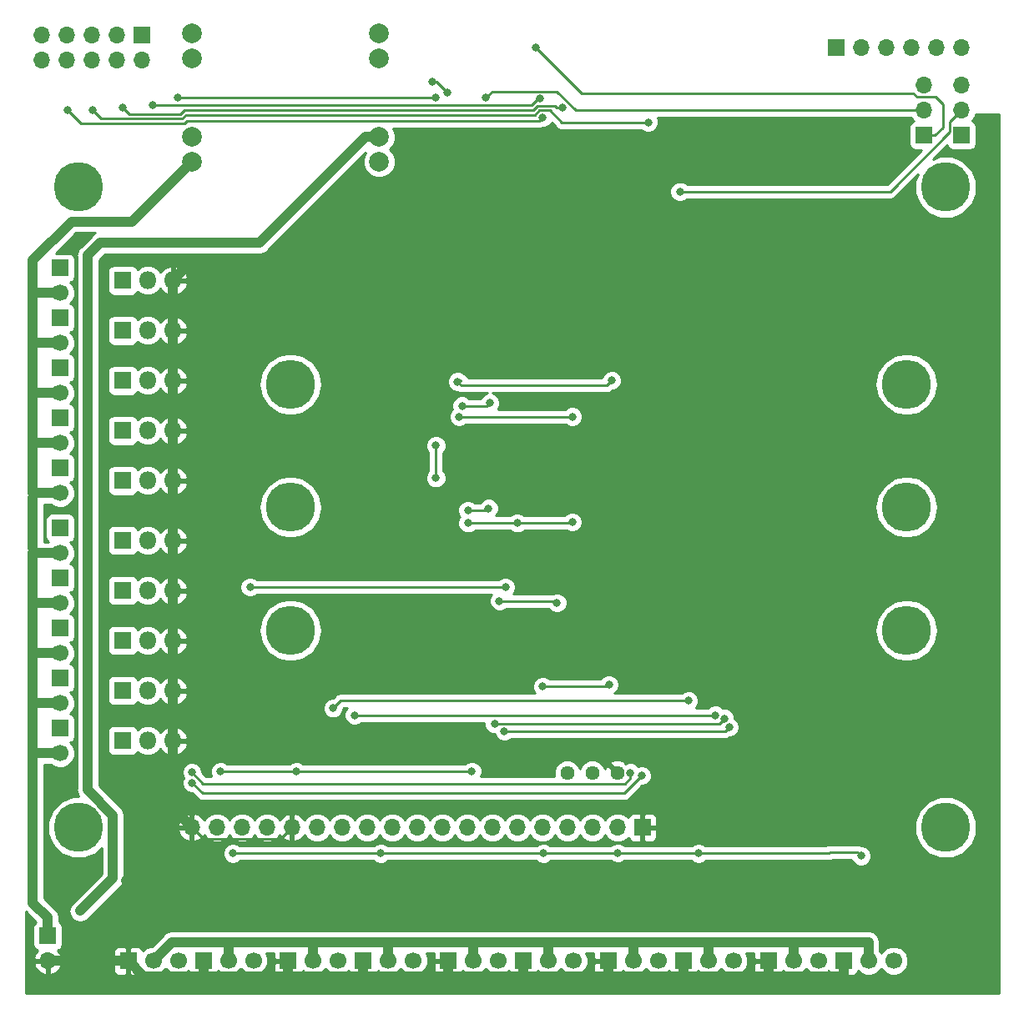
<source format=gbr>
G04 #@! TF.GenerationSoftware,KiCad,Pcbnew,6.0.0-rc1-unknown-59b0f55~66~ubuntu18.04.1*
G04 #@! TF.CreationDate,2018-12-02T19:46:27+01:00
G04 #@! TF.ProjectId,FloorHeatingCentral,466c6f6f-7248-4656-9174-696e6743656e,rev?*
G04 #@! TF.SameCoordinates,Original*
G04 #@! TF.FileFunction,Copper,L2,Bot*
G04 #@! TF.FilePolarity,Positive*
%FSLAX46Y46*%
G04 Gerber Fmt 4.6, Leading zero omitted, Abs format (unit mm)*
G04 Created by KiCad (PCBNEW 6.0.0-rc1-unknown-59b0f55~66~ubuntu18.04.1) date So 02 Dez 2018 19:46:27 CET*
%MOMM*%
%LPD*%
G01*
G04 APERTURE LIST*
G04 #@! TA.AperFunction,WasherPad*
%ADD10O,5.000000X5.000000*%
G04 #@! TD*
G04 #@! TA.AperFunction,ComponentPad*
%ADD11C,1.700000*%
G04 #@! TD*
G04 #@! TA.AperFunction,ComponentPad*
%ADD12R,1.700000X1.700000*%
G04 #@! TD*
G04 #@! TA.AperFunction,ComponentPad*
%ADD13C,1.440000*%
G04 #@! TD*
G04 #@! TA.AperFunction,WasherPad*
%ADD14C,5.000000*%
G04 #@! TD*
G04 #@! TA.AperFunction,ComponentPad*
%ADD15O,1.700000X1.700000*%
G04 #@! TD*
G04 #@! TA.AperFunction,ComponentPad*
%ADD16C,2.000000*%
G04 #@! TD*
G04 #@! TA.AperFunction,ComponentPad*
%ADD17R,1.800000X1.800000*%
G04 #@! TD*
G04 #@! TA.AperFunction,ComponentPad*
%ADD18O,1.800000X1.800000*%
G04 #@! TD*
G04 #@! TA.AperFunction,ViaPad*
%ADD19C,0.800000*%
G04 #@! TD*
G04 #@! TA.AperFunction,Conductor*
%ADD20C,1.000000*%
G04 #@! TD*
G04 #@! TA.AperFunction,Conductor*
%ADD21C,0.250000*%
G04 #@! TD*
G04 #@! TA.AperFunction,Conductor*
%ADD22C,0.254000*%
G04 #@! TD*
G04 APERTURE END LIST*
D10*
G04 #@! TO.P,H2,*
G04 #@! TO.N,*
X190000000Y-112500000D03*
X190000000Y-87500000D03*
X190000000Y-100000000D03*
G04 #@! TD*
G04 #@! TO.P,H1,*
G04 #@! TO.N,*
X127500000Y-112500000D03*
X127500000Y-87500000D03*
X127500000Y-100000000D03*
G04 #@! TD*
D11*
G04 #@! TO.P,J14,2*
G04 #@! TO.N,+24V*
X104140000Y-124960000D03*
D12*
G04 #@! TO.P,J14,1*
G04 #@! TO.N,Net-(J14-Pad1)*
X104140000Y-122420000D03*
G04 #@! TD*
D11*
G04 #@! TO.P,J13,2*
G04 #@! TO.N,+24V*
X104140000Y-119880000D03*
D12*
G04 #@! TO.P,J13,1*
G04 #@! TO.N,Net-(J13-Pad1)*
X104140000Y-117340000D03*
G04 #@! TD*
D11*
G04 #@! TO.P,J12,2*
G04 #@! TO.N,+24V*
X104140000Y-114800000D03*
D12*
G04 #@! TO.P,J12,1*
G04 #@! TO.N,Net-(J12-Pad1)*
X104140000Y-112260000D03*
G04 #@! TD*
D11*
G04 #@! TO.P,J11,2*
G04 #@! TO.N,+24V*
X104140000Y-109720000D03*
D12*
G04 #@! TO.P,J11,1*
G04 #@! TO.N,Net-(J11-Pad1)*
X104140000Y-107180000D03*
G04 #@! TD*
D11*
G04 #@! TO.P,J10,2*
G04 #@! TO.N,+24V*
X104140000Y-104640000D03*
D12*
G04 #@! TO.P,J10,1*
G04 #@! TO.N,Net-(J10-Pad1)*
X104140000Y-102100000D03*
G04 #@! TD*
D11*
G04 #@! TO.P,J9,2*
G04 #@! TO.N,+24V*
X104140000Y-98560000D03*
D12*
G04 #@! TO.P,J9,1*
G04 #@! TO.N,Net-(J9-Pad1)*
X104140000Y-96020000D03*
G04 #@! TD*
D11*
G04 #@! TO.P,J8,2*
G04 #@! TO.N,+24V*
X104140000Y-93480000D03*
D12*
G04 #@! TO.P,J8,1*
G04 #@! TO.N,Net-(J8-Pad1)*
X104140000Y-90940000D03*
G04 #@! TD*
D11*
G04 #@! TO.P,J7,2*
G04 #@! TO.N,+24V*
X104140000Y-88400000D03*
D12*
G04 #@! TO.P,J7,1*
G04 #@! TO.N,Net-(J7-Pad1)*
X104140000Y-85860000D03*
G04 #@! TD*
D11*
G04 #@! TO.P,J6,2*
G04 #@! TO.N,+24V*
X104140000Y-83320000D03*
D12*
G04 #@! TO.P,J6,1*
G04 #@! TO.N,Net-(J6-Pad1)*
X104140000Y-80780000D03*
G04 #@! TD*
D11*
G04 #@! TO.P,J5,2*
G04 #@! TO.N,+24V*
X104140000Y-78240000D03*
D12*
G04 #@! TO.P,J5,1*
G04 #@! TO.N,Net-(J5-Pad1)*
X104140000Y-75700000D03*
G04 #@! TD*
D11*
G04 #@! TO.P,J24,3*
G04 #@! TO.N,Net-(J24-Pad3)*
X188690000Y-146050000D03*
G04 #@! TO.P,J24,2*
G04 #@! TO.N,+5V*
X186150000Y-146050000D03*
D12*
G04 #@! TO.P,J24,1*
G04 #@! TO.N,GND*
X183610000Y-146050000D03*
G04 #@! TD*
D11*
G04 #@! TO.P,J23,3*
G04 #@! TO.N,Net-(J23-Pad3)*
X181070000Y-146050000D03*
G04 #@! TO.P,J23,2*
G04 #@! TO.N,+5V*
X178530000Y-146050000D03*
D12*
G04 #@! TO.P,J23,1*
G04 #@! TO.N,GND*
X175990000Y-146050000D03*
G04 #@! TD*
D11*
G04 #@! TO.P,J22,3*
G04 #@! TO.N,Net-(J22-Pad3)*
X172450000Y-146050000D03*
G04 #@! TO.P,J22,2*
G04 #@! TO.N,+5V*
X169910000Y-146050000D03*
D12*
G04 #@! TO.P,J22,1*
G04 #@! TO.N,GND*
X167370000Y-146050000D03*
G04 #@! TD*
D11*
G04 #@! TO.P,J21,3*
G04 #@! TO.N,Net-(J21-Pad3)*
X164830000Y-146050000D03*
G04 #@! TO.P,J21,2*
G04 #@! TO.N,+5V*
X162290000Y-146050000D03*
D12*
G04 #@! TO.P,J21,1*
G04 #@! TO.N,GND*
X159750000Y-146050000D03*
G04 #@! TD*
D11*
G04 #@! TO.P,J20,3*
G04 #@! TO.N,Net-(J20-Pad3)*
X156210000Y-146050000D03*
G04 #@! TO.P,J20,2*
G04 #@! TO.N,+5V*
X153670000Y-146050000D03*
D12*
G04 #@! TO.P,J20,1*
G04 #@! TO.N,GND*
X151130000Y-146050000D03*
G04 #@! TD*
D11*
G04 #@! TO.P,J19,3*
G04 #@! TO.N,Net-(J19-Pad3)*
X148590000Y-146050000D03*
G04 #@! TO.P,J19,2*
G04 #@! TO.N,+5V*
X146050000Y-146050000D03*
D12*
G04 #@! TO.P,J19,1*
G04 #@! TO.N,GND*
X143510000Y-146050000D03*
G04 #@! TD*
D11*
G04 #@! TO.P,J18,3*
G04 #@! TO.N,Net-(J18-Pad3)*
X139970000Y-146050000D03*
G04 #@! TO.P,J18,2*
G04 #@! TO.N,+5V*
X137430000Y-146050000D03*
D12*
G04 #@! TO.P,J18,1*
G04 #@! TO.N,GND*
X134890000Y-146050000D03*
G04 #@! TD*
D11*
G04 #@! TO.P,J17,3*
G04 #@! TO.N,Net-(J17-Pad3)*
X132350000Y-146050000D03*
G04 #@! TO.P,J17,2*
G04 #@! TO.N,+5V*
X129810000Y-146050000D03*
D12*
G04 #@! TO.P,J17,1*
G04 #@! TO.N,GND*
X127270000Y-146050000D03*
G04 #@! TD*
G04 #@! TO.P,J16,1*
G04 #@! TO.N,GND*
X118650000Y-146050000D03*
D11*
G04 #@! TO.P,J16,2*
G04 #@! TO.N,+5V*
X121190000Y-146050000D03*
G04 #@! TO.P,J16,3*
G04 #@! TO.N,Net-(J16-Pad3)*
X123730000Y-146050000D03*
G04 #@! TD*
D12*
G04 #@! TO.P,J15,1*
G04 #@! TO.N,GND*
X111030000Y-146050000D03*
D11*
G04 #@! TO.P,J15,2*
G04 #@! TO.N,+5V*
X113570000Y-146050000D03*
G04 #@! TO.P,J15,3*
G04 #@! TO.N,Net-(J15-Pad3)*
X116110000Y-146050000D03*
G04 #@! TD*
D13*
G04 #@! TO.P,RV1,1*
G04 #@! TO.N,GND*
X160655000Y-127000000D03*
G04 #@! TO.P,RV1,2*
G04 #@! TO.N,Net-(J3-Pad3)*
X158115000Y-127000000D03*
G04 #@! TO.P,RV1,3*
G04 #@! TO.N,+3V3*
X155575000Y-127000000D03*
G04 #@! TD*
D14*
G04 #@! TO.P,J3,*
G04 #@! TO.N,*
X194000000Y-132500000D03*
X194000000Y-67500000D03*
X106000000Y-67500000D03*
X106000000Y-132500000D03*
D12*
G04 #@! TO.P,J3,1*
G04 #@! TO.N,GND*
X163220000Y-132500794D03*
D15*
G04 #@! TO.P,J3,2*
G04 #@! TO.N,+3V3*
X160680000Y-132500794D03*
G04 #@! TO.P,J3,3*
G04 #@! TO.N,Net-(J3-Pad3)*
X158140000Y-132500794D03*
G04 #@! TO.P,J3,4*
G04 #@! TO.N,/DISP_CS*
X155600000Y-132500794D03*
G04 #@! TO.P,J3,5*
G04 #@! TO.N,/SPI2MOSI*
X153060000Y-132500794D03*
G04 #@! TO.P,J3,6*
G04 #@! TO.N,/SPI2CLK*
X150520000Y-132500794D03*
G04 #@! TO.P,J3,7*
G04 #@! TO.N,N/C*
X147980000Y-132500794D03*
G04 #@! TO.P,J3,8*
X145440000Y-132500794D03*
G04 #@! TO.P,J3,9*
X142900000Y-132500794D03*
G04 #@! TO.P,J3,10*
X140360000Y-132500794D03*
G04 #@! TO.P,J3,11*
X137820000Y-132500794D03*
G04 #@! TO.P,J3,12*
X135280000Y-132500794D03*
G04 #@! TO.P,J3,13*
X132740000Y-132500794D03*
G04 #@! TO.P,J3,14*
X130200000Y-132500794D03*
G04 #@! TO.P,J3,15*
G04 #@! TO.N,GND*
X127660000Y-132500794D03*
G04 #@! TO.P,J3,16*
G04 #@! TO.N,N/C*
X125120000Y-132500794D03*
G04 #@! TO.P,J3,17*
G04 #@! TO.N,/DISP_RST*
X122580000Y-132500794D03*
G04 #@! TO.P,J3,18*
G04 #@! TO.N,+3V3*
X120040000Y-132500794D03*
G04 #@! TO.P,J3,19*
G04 #@! TO.N,GND*
X117500000Y-132500794D03*
G04 #@! TD*
D12*
G04 #@! TO.P,J26,1*
G04 #@! TO.N,+24V*
X102870000Y-143510000D03*
D15*
G04 #@! TO.P,J26,2*
G04 #@! TO.N,GND*
X102870000Y-146050000D03*
G04 #@! TD*
D12*
G04 #@! TO.P,J25,1*
G04 #@! TO.N,+3V3*
X112395000Y-52070000D03*
D15*
G04 #@! TO.P,J25,2*
G04 #@! TO.N,Net-(J25-Pad2)*
X112395000Y-54610000D03*
G04 #@! TO.P,J25,3*
G04 #@! TO.N,GND*
X109855000Y-52070000D03*
G04 #@! TO.P,J25,4*
G04 #@! TO.N,Net-(J25-Pad4)*
X109855000Y-54610000D03*
G04 #@! TO.P,J25,5*
G04 #@! TO.N,GND*
X107315000Y-52070000D03*
G04 #@! TO.P,J25,6*
G04 #@! TO.N,Net-(J25-Pad6)*
X107315000Y-54610000D03*
G04 #@! TO.P,J25,7*
G04 #@! TO.N,N/C*
X104775000Y-52070000D03*
G04 #@! TO.P,J25,8*
G04 #@! TO.N,Net-(J25-Pad8)*
X104775000Y-54610000D03*
G04 #@! TO.P,J25,9*
G04 #@! TO.N,GND*
X102235000Y-52070000D03*
G04 #@! TO.P,J25,10*
G04 #@! TO.N,N/C*
X102235000Y-54610000D03*
G04 #@! TD*
D16*
G04 #@! TO.P,U9,4*
G04 #@! TO.N,GND*
X136500000Y-54420000D03*
X136500000Y-51920000D03*
G04 #@! TO.P,U9,3*
G04 #@! TO.N,+5V*
X136500000Y-64920000D03*
X136500000Y-62420000D03*
G04 #@! TO.P,U9,1*
G04 #@! TO.N,+24V*
X117500000Y-64920000D03*
X117500000Y-62420000D03*
G04 #@! TO.P,U9,2*
G04 #@! TO.N,GND*
X117500000Y-54420000D03*
X117500000Y-51920000D03*
G04 #@! TD*
D12*
G04 #@! TO.P,J1,1*
G04 #@! TO.N,+3V3*
X191770000Y-62230000D03*
D15*
G04 #@! TO.P,J1,2*
G04 #@! TO.N,Net-(J1-Pad2)*
X191770000Y-59690000D03*
G04 #@! TO.P,J1,3*
G04 #@! TO.N,GND*
X191770000Y-57150000D03*
G04 #@! TD*
D12*
G04 #@! TO.P,J2,1*
G04 #@! TO.N,N/C*
X195580000Y-62230000D03*
D15*
G04 #@! TO.P,J2,2*
G04 #@! TO.N,/IO0*
X195580000Y-59690000D03*
G04 #@! TO.P,J2,3*
G04 #@! TO.N,Net-(J2-Pad3)*
X195580000Y-57150000D03*
G04 #@! TD*
G04 #@! TO.P,J4,6*
G04 #@! TO.N,N/C*
X195580000Y-53340000D03*
G04 #@! TO.P,J4,5*
X193040000Y-53340000D03*
G04 #@! TO.P,J4,4*
X190500000Y-53340000D03*
G04 #@! TO.P,J4,3*
G04 #@! TO.N,Net-(J4-Pad3)*
X187960000Y-53340000D03*
G04 #@! TO.P,J4,2*
G04 #@! TO.N,Net-(J4-Pad2)*
X185420000Y-53340000D03*
D12*
G04 #@! TO.P,J4,1*
G04 #@! TO.N,GND*
X182880000Y-53340000D03*
G04 #@! TD*
D17*
G04 #@! TO.P,Q1,1*
G04 #@! TO.N,Net-(Q1-Pad1)*
X110490000Y-76970000D03*
D18*
G04 #@! TO.P,Q1,2*
G04 #@! TO.N,Net-(J5-Pad1)*
X113030000Y-76970000D03*
G04 #@! TO.P,Q1,3*
G04 #@! TO.N,GND*
X115570000Y-76970000D03*
G04 #@! TD*
G04 #@! TO.P,Q2,3*
G04 #@! TO.N,GND*
X115570000Y-82050000D03*
G04 #@! TO.P,Q2,2*
G04 #@! TO.N,Net-(J6-Pad1)*
X113030000Y-82050000D03*
D17*
G04 #@! TO.P,Q2,1*
G04 #@! TO.N,Net-(Q2-Pad1)*
X110490000Y-82050000D03*
G04 #@! TD*
G04 #@! TO.P,Q3,1*
G04 #@! TO.N,Net-(Q3-Pad1)*
X110490000Y-87130000D03*
D18*
G04 #@! TO.P,Q3,2*
G04 #@! TO.N,Net-(J7-Pad1)*
X113030000Y-87130000D03*
G04 #@! TO.P,Q3,3*
G04 #@! TO.N,GND*
X115570000Y-87130000D03*
G04 #@! TD*
G04 #@! TO.P,Q4,3*
G04 #@! TO.N,GND*
X115570000Y-92210000D03*
G04 #@! TO.P,Q4,2*
G04 #@! TO.N,Net-(J8-Pad1)*
X113030000Y-92210000D03*
D17*
G04 #@! TO.P,Q4,1*
G04 #@! TO.N,Net-(Q4-Pad1)*
X110490000Y-92210000D03*
G04 #@! TD*
G04 #@! TO.P,Q5,1*
G04 #@! TO.N,Net-(Q5-Pad1)*
X110490000Y-97290000D03*
D18*
G04 #@! TO.P,Q5,2*
G04 #@! TO.N,Net-(J9-Pad1)*
X113030000Y-97290000D03*
G04 #@! TO.P,Q5,3*
G04 #@! TO.N,GND*
X115570000Y-97290000D03*
G04 #@! TD*
G04 #@! TO.P,Q6,3*
G04 #@! TO.N,GND*
X115570000Y-103370000D03*
G04 #@! TO.P,Q6,2*
G04 #@! TO.N,Net-(J10-Pad1)*
X113030000Y-103370000D03*
D17*
G04 #@! TO.P,Q6,1*
G04 #@! TO.N,Net-(Q6-Pad1)*
X110490000Y-103370000D03*
G04 #@! TD*
D18*
G04 #@! TO.P,Q7,3*
G04 #@! TO.N,GND*
X115570000Y-108450000D03*
G04 #@! TO.P,Q7,2*
G04 #@! TO.N,Net-(J11-Pad1)*
X113030000Y-108450000D03*
D17*
G04 #@! TO.P,Q7,1*
G04 #@! TO.N,Net-(Q7-Pad1)*
X110490000Y-108450000D03*
G04 #@! TD*
G04 #@! TO.P,Q8,1*
G04 #@! TO.N,Net-(Q8-Pad1)*
X110490000Y-113530000D03*
D18*
G04 #@! TO.P,Q8,2*
G04 #@! TO.N,Net-(J12-Pad1)*
X113030000Y-113530000D03*
G04 #@! TO.P,Q8,3*
G04 #@! TO.N,GND*
X115570000Y-113530000D03*
G04 #@! TD*
G04 #@! TO.P,Q9,3*
G04 #@! TO.N,GND*
X115570000Y-118610000D03*
G04 #@! TO.P,Q9,2*
G04 #@! TO.N,Net-(J13-Pad1)*
X113030000Y-118610000D03*
D17*
G04 #@! TO.P,Q9,1*
G04 #@! TO.N,Net-(Q9-Pad1)*
X110490000Y-118610000D03*
G04 #@! TD*
G04 #@! TO.P,Q10,1*
G04 #@! TO.N,Net-(Q10-Pad1)*
X110490000Y-123690000D03*
D18*
G04 #@! TO.P,Q10,2*
G04 #@! TO.N,Net-(J14-Pad1)*
X113030000Y-123690000D03*
G04 #@! TO.P,Q10,3*
G04 #@! TO.N,GND*
X115570000Y-123690000D03*
G04 #@! TD*
D19*
G04 #@! TO.N,GND*
X143400000Y-57900000D03*
X110858853Y-137901010D03*
X116535976Y-137984998D03*
X127189205Y-137901010D03*
X132350000Y-137901010D03*
X143481111Y-137927227D03*
X148590000Y-137901010D03*
X158823432Y-137964991D03*
X164195000Y-137901010D03*
X180816000Y-137430000D03*
X175735422Y-137901010D03*
X140222000Y-103218000D03*
X139460000Y-92456000D03*
X143764000Y-75946000D03*
X153670000Y-75692000D03*
X161273186Y-137176000D03*
X141900000Y-56800000D03*
X134600000Y-74930000D03*
X145300000Y-85800000D03*
X142000000Y-84500000D03*
G04 #@! TO.N,+3V3*
X152400000Y-53340000D03*
X128100000Y-126800000D03*
X120400000Y-126800000D03*
X121654000Y-135144000D03*
X185388000Y-135398000D03*
X168894000Y-135144000D03*
X153162000Y-135144000D03*
X136668000Y-135144000D03*
X116078000Y-58420000D03*
X142240000Y-58420000D03*
X160700000Y-135100000D03*
X145900000Y-126800000D03*
G04 #@! TO.N,Net-(J1-Pad2)*
X147320000Y-58420000D03*
G04 #@! TO.N,/IO0*
X167005000Y-67945000D03*
G04 #@! TO.N,/DISP_RST*
X149300000Y-108100000D03*
X123400000Y-108100000D03*
G04 #@! TO.N,/SPI2CLK*
X144600000Y-90800000D03*
X156100000Y-90800000D03*
X145500000Y-101600000D03*
X156100000Y-101500000D03*
X150500000Y-101600000D03*
G04 #@! TO.N,/SPI2MOSI*
X160100000Y-87100000D03*
X153100000Y-118200000D03*
X159800000Y-118000000D03*
X144456773Y-87237908D03*
G04 #@! TO.N,/DISP_CS*
X148700000Y-109500000D03*
X154529999Y-109700000D03*
G04 #@! TO.N,+5V*
X106172000Y-140986000D03*
G04 #@! TO.N,/INP0*
X117500000Y-126900000D03*
X161988808Y-126941834D03*
G04 #@! TO.N,/INP1*
X163140068Y-127241024D03*
X117537340Y-127962660D03*
G04 #@! TO.N,/INP2*
X131826000Y-120396000D03*
X167894000Y-119634000D03*
G04 #@! TO.N,/INP3*
X170600000Y-121100000D03*
X133985000Y-121100000D03*
G04 #@! TO.N,/INP4*
X171536340Y-121451127D03*
X148200000Y-122000000D03*
G04 #@! TO.N,/INP5*
X172015706Y-122328756D03*
X149200000Y-122725010D03*
G04 #@! TO.N,/SR_LATCH*
X144900000Y-89700000D03*
X145500000Y-100300000D03*
X147724979Y-89400000D03*
X147600006Y-100099994D03*
G04 #@! TO.N,Net-(U7-Pad9)*
X142254000Y-97028000D03*
X142254000Y-93726000D03*
G04 #@! TO.N,/JTAG_TMS*
X113500000Y-59200000D03*
X152792103Y-58511380D03*
G04 #@! TO.N,/JTAG_TCK*
X110500000Y-59415011D03*
X155100000Y-59415001D03*
G04 #@! TO.N,/JTAG_TDO*
X107442000Y-59690000D03*
X163800000Y-60900000D03*
G04 #@! TO.N,/JTAG_TDI*
X104902000Y-59690000D03*
X153084990Y-60411402D03*
G04 #@! TD*
D20*
G04 #@! TO.N,GND*
X128270000Y-138065000D02*
X118110000Y-138065000D01*
X132350000Y-138065000D02*
X127270000Y-138065000D01*
X143510000Y-138065000D02*
X133350000Y-138065000D01*
X148590000Y-138065000D02*
X143510000Y-138065000D01*
X158115000Y-138065000D02*
X148590000Y-138065000D01*
X115570000Y-130570794D02*
X117500000Y-132500794D01*
X115570000Y-102597998D02*
X115570000Y-77470000D01*
X115570000Y-123690000D02*
X115570000Y-103097998D01*
X183610000Y-146050000D02*
X183610000Y-147320000D01*
X112580001Y-147600001D02*
X111030000Y-146050000D01*
X183610000Y-147320000D02*
X183329999Y-147600001D01*
X118650000Y-146050000D02*
X118650000Y-147600001D01*
X118650000Y-147600001D02*
X112580001Y-147600001D01*
X127270000Y-146050000D02*
X127270000Y-147600001D01*
X128270000Y-147600001D02*
X118650000Y-147600001D01*
X134890000Y-146050000D02*
X134890000Y-147600001D01*
X134890000Y-147600001D02*
X127270000Y-147600001D01*
X143510000Y-146050000D02*
X143510000Y-147600001D01*
X143510000Y-147600001D02*
X134890000Y-147600001D01*
X151130000Y-146050000D02*
X151130000Y-147600001D01*
X151130000Y-147600001D02*
X143510000Y-147600001D01*
X159750000Y-146050000D02*
X159750000Y-147600001D01*
X159750000Y-147600001D02*
X151130000Y-147600001D01*
X167370000Y-146050000D02*
X167370000Y-147600001D01*
X167370000Y-147600001D02*
X159750000Y-147600001D01*
X175990000Y-146050000D02*
X175990000Y-147600001D01*
X183329999Y-147600001D02*
X175990000Y-147600001D01*
X175990000Y-147600001D02*
X166370000Y-147600001D01*
X111275998Y-146050000D02*
X111030000Y-146050000D01*
X104775000Y-146050000D02*
X102870000Y-146050000D01*
X115570000Y-123190000D02*
X115570000Y-130570794D01*
D21*
X116110000Y-138065000D02*
X116190002Y-137984998D01*
X116190002Y-137984998D02*
X116535976Y-137984998D01*
X127265340Y-138060340D02*
X127265340Y-137977145D01*
X127265340Y-137977145D02*
X127189205Y-137901010D01*
X127270000Y-138065000D02*
X127265340Y-138060340D01*
X132350000Y-138065000D02*
X132350000Y-137901010D01*
X143510000Y-138065000D02*
X143510000Y-137956116D01*
X143510000Y-137956116D02*
X143481111Y-137927227D01*
X148590000Y-138065000D02*
X148590000Y-137901010D01*
X159014991Y-137964991D02*
X158823432Y-137964991D01*
X159115000Y-138065000D02*
X159014991Y-137964991D01*
X163195000Y-132525794D02*
X163220000Y-132500794D01*
X164195000Y-138065000D02*
X164195000Y-137901010D01*
X126484999Y-133675795D02*
X118675001Y-133675795D01*
X118349999Y-133350793D02*
X117500000Y-132500794D01*
X118675001Y-133675795D02*
X118349999Y-133350793D01*
X127660000Y-132500794D02*
X126484999Y-133675795D01*
X175985340Y-138060340D02*
X175894752Y-138060340D01*
X175990000Y-138065000D02*
X175985340Y-138060340D01*
X175894752Y-138060340D02*
X175735422Y-137901010D01*
D20*
X115570000Y-134255000D02*
X115570000Y-127905000D01*
D21*
X143764000Y-75946000D02*
X153416000Y-75946000D01*
X153416000Y-75946000D02*
X153670000Y-75692000D01*
D20*
X163306000Y-137176000D02*
X161273186Y-137176000D01*
X159115000Y-138065000D02*
X160004000Y-137176000D01*
X160004000Y-137176000D02*
X161273186Y-137176000D01*
X164195000Y-138065000D02*
X163306000Y-137176000D01*
D21*
X139340566Y-92336566D02*
X139460000Y-92456000D01*
D20*
X118029998Y-137984998D02*
X118110000Y-138065000D01*
X116190002Y-137984998D02*
X118029998Y-137984998D01*
X132513990Y-137901010D02*
X132350000Y-138065000D01*
X133186010Y-137901010D02*
X132513990Y-137901010D01*
X133350000Y-138065000D02*
X133186010Y-137901010D01*
X158215009Y-137964991D02*
X158115000Y-138065000D01*
X158823432Y-137964991D02*
X158215009Y-137964991D01*
X176436010Y-137901010D02*
X176600000Y-138065000D01*
X175735422Y-137901010D02*
X176436010Y-137901010D01*
X180885315Y-138065000D02*
X176600000Y-138065000D01*
X176600000Y-138065000D02*
X175990000Y-138065000D01*
X175735422Y-137901010D02*
X164195000Y-137901010D01*
X180816000Y-137995685D02*
X180885315Y-138065000D01*
X180816000Y-137430000D02*
X180816000Y-137995685D01*
X107625000Y-144495000D02*
X107625000Y-143200000D01*
X109180000Y-146050000D02*
X107625000Y-144495000D01*
X111030000Y-146050000D02*
X109180000Y-146050000D01*
X104775000Y-146050000D02*
X107625000Y-143200000D01*
X111840002Y-137984998D02*
X111800000Y-138025000D01*
X107625000Y-142200000D02*
X111800000Y-138025000D01*
X116190002Y-137984998D02*
X111840002Y-137984998D01*
X111800000Y-138025000D02*
X115570000Y-134255000D01*
X111676010Y-137901010D02*
X111800000Y-138025000D01*
X110858853Y-137901010D02*
X111676010Y-137901010D01*
D21*
X139460000Y-102456000D02*
X140222000Y-103218000D01*
X139460000Y-92456000D02*
X139460000Y-102456000D01*
X143400000Y-57900000D02*
X142300000Y-56800000D01*
X142300000Y-56800000D02*
X141900000Y-56800000D01*
X142748000Y-74930000D02*
X143764000Y-75946000D01*
X134600000Y-74930000D02*
X142748000Y-74930000D01*
X145300000Y-85800000D02*
X143300000Y-85800000D01*
X143300000Y-85800000D02*
X142000000Y-84500000D01*
D20*
X107625000Y-143200000D02*
X107625000Y-142200000D01*
X117600000Y-74940000D02*
X117600000Y-74930000D01*
X115570000Y-76970000D02*
X117600000Y-74940000D01*
X117600000Y-74930000D02*
X134600000Y-74930000D01*
D21*
G04 #@! TO.N,+3V3*
X152400000Y-53340000D02*
X157009989Y-57949989D01*
X157009989Y-57949989D02*
X190666400Y-57949989D01*
X193675000Y-59055000D02*
X193675000Y-61425000D01*
X192870000Y-62230000D02*
X191770000Y-62230000D01*
X191066400Y-58349989D02*
X192969989Y-58349989D01*
X192969989Y-58349989D02*
X193675000Y-59055000D01*
X193675000Y-61425000D02*
X192870000Y-62230000D01*
X190666400Y-57949989D02*
X191066400Y-58349989D01*
X153162000Y-135144000D02*
X182100000Y-135144000D01*
X121654000Y-135144000D02*
X153162000Y-135144000D01*
X116078000Y-58420000D02*
X142240000Y-58420000D01*
X184988001Y-134998001D02*
X182245999Y-134998001D01*
X185388000Y-135398000D02*
X184988001Y-134998001D01*
X182245999Y-134998001D02*
X182100000Y-135144000D01*
X128100000Y-126800000D02*
X127000000Y-126800000D01*
X145900000Y-126800000D02*
X127000000Y-126800000D01*
X127000000Y-126800000D02*
X120400000Y-126800000D01*
G04 #@! TO.N,Net-(J1-Pad2)*
X154544380Y-57786379D02*
X156448001Y-59690000D01*
X156448001Y-59690000D02*
X191770000Y-59690000D01*
X147953621Y-57786379D02*
X154544380Y-57786379D01*
X147320000Y-58420000D02*
X147953621Y-57786379D01*
G04 #@! TO.N,/IO0*
X194730001Y-60539999D02*
X195580000Y-59690000D01*
X194404999Y-60865001D02*
X194730001Y-60539999D01*
X194404999Y-61880003D02*
X194404999Y-60865001D01*
X188340002Y-67945000D02*
X194404999Y-61880003D01*
X167005000Y-67945000D02*
X188340002Y-67945000D01*
G04 #@! TO.N,/DISP_RST*
X149300000Y-108100000D02*
X123400000Y-108100000D01*
G04 #@! TO.N,/SPI2CLK*
X156000000Y-101600000D02*
X156100000Y-101500000D01*
X144600000Y-90800000D02*
X156100000Y-90800000D01*
X145500000Y-101600000D02*
X156000000Y-101600000D01*
G04 #@! TO.N,/SPI2MOSI*
X153100000Y-118200000D02*
X159600000Y-118200000D01*
X159600000Y-118200000D02*
X159800000Y-118000000D01*
X144594681Y-87100000D02*
X144456773Y-87237908D01*
X144662092Y-87237908D02*
X144800000Y-87100000D01*
X144456773Y-87237908D02*
X144662092Y-87237908D01*
X159562093Y-87637907D02*
X160100000Y-87100000D01*
X144856772Y-87637907D02*
X159562093Y-87637907D01*
X144456773Y-87237908D02*
X144856772Y-87637907D01*
G04 #@! TO.N,/DISP_CS*
X148700000Y-109500000D02*
X154329999Y-109500000D01*
X154329999Y-109500000D02*
X154529999Y-109700000D01*
D20*
G04 #@! TO.N,+24V*
X111419999Y-71000001D02*
X117500000Y-64920000D01*
X105275169Y-71000001D02*
X111419999Y-71000001D01*
X104140000Y-124960000D02*
X101346000Y-124960000D01*
X101346000Y-118799631D02*
X101346000Y-115880369D01*
X101346000Y-108639631D02*
X101346000Y-105720369D01*
X101369991Y-126016378D02*
X101346000Y-125992387D01*
X101369991Y-140159991D02*
X101369991Y-125516378D01*
X102870000Y-143510000D02*
X102870000Y-141660000D01*
X102870000Y-141660000D02*
X101369991Y-140159991D01*
X104140000Y-78240000D02*
X101346000Y-78240000D01*
X101346000Y-78240000D02*
X101346000Y-74929170D01*
X104140000Y-83320000D02*
X101346000Y-83320000D01*
X101346000Y-83320000D02*
X101346000Y-78240000D01*
X104140000Y-88400000D02*
X101346000Y-88400000D01*
X101346000Y-88400000D02*
X101346000Y-83320000D01*
X104140000Y-93480000D02*
X101346000Y-93480000D01*
X101346000Y-93480000D02*
X101346000Y-88400000D01*
X104140000Y-98560000D02*
X101346000Y-98560000D01*
X101346000Y-98560000D02*
X101346000Y-93480000D01*
X104140000Y-104640000D02*
X101346000Y-104640000D01*
X101346000Y-104140000D02*
X101346000Y-99060000D01*
X104140000Y-109720000D02*
X101346000Y-109720000D01*
X101346000Y-109720000D02*
X101346000Y-104640000D01*
X104140000Y-119880000D02*
X101346000Y-119880000D01*
X101346000Y-125992387D02*
X101346000Y-119880000D01*
X104140000Y-114800000D02*
X101346000Y-114800000D01*
X101346000Y-119880000D02*
X101346000Y-114800000D01*
X101346000Y-114800000D02*
X101346000Y-109720000D01*
X101346000Y-74929170D02*
X105275169Y-71000001D01*
G04 #@! TO.N,+5V*
X186150000Y-146050000D02*
X186150000Y-144145000D01*
X121190000Y-144145000D02*
X121190000Y-146050000D01*
X129810000Y-144145000D02*
X129810000Y-146050000D01*
X137430000Y-144145000D02*
X137430000Y-146050000D01*
X153670000Y-144145000D02*
X153670000Y-146050000D01*
X162290000Y-144145000D02*
X162290000Y-146050000D01*
X162290000Y-144145000D02*
X153670000Y-144145000D01*
X169910000Y-146050000D02*
X169910000Y-144145000D01*
X169910000Y-144145000D02*
X162290000Y-144145000D01*
X178530000Y-146050000D02*
X178530000Y-144145000D01*
X179200000Y-144145000D02*
X168910000Y-144145000D01*
X146050000Y-146050000D02*
X146050000Y-144145000D01*
X153670000Y-144145000D02*
X146050000Y-144145000D01*
X186150000Y-144145000D02*
X179200000Y-144145000D01*
X179200000Y-144145000D02*
X178530000Y-144145000D01*
X121190000Y-144145000D02*
X146050000Y-144145000D01*
X115475000Y-144145000D02*
X113570000Y-146050000D01*
X121190000Y-144145000D02*
X115475000Y-144145000D01*
X109500000Y-137658000D02*
X106172000Y-140986000D01*
X135085787Y-62420000D02*
X136500000Y-62420000D01*
X109500000Y-137658000D02*
X109500000Y-131263998D01*
X109500000Y-131263998D02*
X106934000Y-128697998D01*
X124353787Y-73152000D02*
X135085787Y-62420000D01*
X106934000Y-128697998D02*
X106934000Y-74422000D01*
X108204000Y-73152000D02*
X124353787Y-73152000D01*
X106934000Y-74422000D02*
X108204000Y-73152000D01*
D21*
G04 #@! TO.N,/INP0*
X118645001Y-128045001D02*
X161451326Y-128045001D01*
X161451326Y-128045001D02*
X161988808Y-127507519D01*
X117500000Y-126900000D02*
X118645001Y-128045001D01*
X161988808Y-127507519D02*
X161988808Y-126941834D01*
G04 #@! TO.N,/INP1*
X161341401Y-129039691D02*
X163140068Y-127241024D01*
X118614371Y-129039691D02*
X161341401Y-129039691D01*
X117537340Y-127962660D02*
X118614371Y-129039691D01*
G04 #@! TO.N,/INP2*
X131826000Y-120396000D02*
X132588000Y-119634000D01*
X132588000Y-119634000D02*
X167894000Y-119634000D01*
G04 #@! TO.N,/INP3*
X170600000Y-121100000D02*
X133985000Y-121100000D01*
G04 #@! TO.N,/INP4*
X170987467Y-122000000D02*
X171536340Y-121451127D01*
X148200000Y-122000000D02*
X170987467Y-122000000D01*
G04 #@! TO.N,/INP5*
X171619452Y-122725010D02*
X172015706Y-122328756D01*
X149200000Y-122725010D02*
X171619452Y-122725010D01*
G04 #@! TO.N,/SR_LATCH*
X147424979Y-89700000D02*
X147724979Y-89400000D01*
X144900000Y-89700000D02*
X147424979Y-89700000D01*
X147400000Y-100300000D02*
X147600006Y-100099994D01*
X145500000Y-100300000D02*
X147400000Y-100300000D01*
G04 #@! TO.N,Net-(U7-Pad9)*
X142254000Y-97028000D02*
X142254000Y-93726000D01*
G04 #@! TO.N,/JTAG_TMS*
X152639189Y-58511380D02*
X152792103Y-58511380D01*
X151950569Y-59200000D02*
X152639189Y-58511380D01*
X113500000Y-59200000D02*
X151950569Y-59200000D01*
G04 #@! TO.N,/JTAG_TCK*
X116746410Y-59690001D02*
X152096978Y-59690001D01*
X154534315Y-59415001D02*
X155100000Y-59415001D01*
X152096978Y-59690001D02*
X152550589Y-59236390D01*
X152550589Y-59236390D02*
X154355704Y-59236390D01*
X116336410Y-60100000D02*
X116746410Y-59690001D01*
X111184989Y-60100000D02*
X116336410Y-60100000D01*
X110500000Y-59415011D02*
X111184989Y-60100000D01*
X154355704Y-59236390D02*
X154534315Y-59415001D01*
G04 #@! TO.N,/JTAG_TDO*
X153795280Y-59686401D02*
X155008879Y-60900000D01*
X116522811Y-60550011D02*
X116932810Y-60140012D01*
X116932810Y-60140012D02*
X152283378Y-60140012D01*
X155008879Y-60900000D02*
X163800000Y-60900000D01*
X152736989Y-59686401D02*
X153795280Y-59686401D01*
X108302011Y-60550011D02*
X116522811Y-60550011D01*
X107442000Y-59690000D02*
X108302011Y-60550011D01*
X152283378Y-60140012D02*
X152736989Y-59686401D01*
G04 #@! TO.N,/JTAG_TDI*
X116976657Y-60732576D02*
X152763816Y-60732576D01*
X104902000Y-59690000D02*
X106212022Y-61000022D01*
X116709211Y-61000022D02*
X116976657Y-60732576D01*
X106212022Y-61000022D02*
X116709211Y-61000022D01*
X152763816Y-60732576D02*
X153084990Y-60411402D01*
G04 #@! TD*
D22*
G04 #@! TO.N,GND*
G36*
X199365001Y-149365000D02*
X100635000Y-149365000D01*
X100635000Y-146406890D01*
X101428524Y-146406890D01*
X101598355Y-146816924D01*
X101988642Y-147245183D01*
X102513108Y-147491486D01*
X102743000Y-147370819D01*
X102743000Y-146177000D01*
X102997000Y-146177000D01*
X102997000Y-147370819D01*
X103226892Y-147491486D01*
X103751358Y-147245183D01*
X104141645Y-146816924D01*
X104311476Y-146406890D01*
X104273933Y-146335750D01*
X109545000Y-146335750D01*
X109545000Y-147026310D01*
X109641673Y-147259699D01*
X109820302Y-147438327D01*
X110053691Y-147535000D01*
X110744250Y-147535000D01*
X110903000Y-147376250D01*
X110903000Y-146177000D01*
X109703750Y-146177000D01*
X109545000Y-146335750D01*
X104273933Y-146335750D01*
X104190155Y-146177000D01*
X102997000Y-146177000D01*
X102743000Y-146177000D01*
X101549845Y-146177000D01*
X101428524Y-146406890D01*
X100635000Y-146406890D01*
X100635000Y-141033938D01*
X100646473Y-141041604D01*
X101708978Y-142104110D01*
X101562191Y-142202191D01*
X101421843Y-142412235D01*
X101372560Y-142660000D01*
X101372560Y-144360000D01*
X101421843Y-144607765D01*
X101562191Y-144817809D01*
X101772235Y-144958157D01*
X101875708Y-144978739D01*
X101598355Y-145283076D01*
X101428524Y-145693110D01*
X101549845Y-145923000D01*
X102743000Y-145923000D01*
X102743000Y-145903000D01*
X102997000Y-145903000D01*
X102997000Y-145923000D01*
X104190155Y-145923000D01*
X104311476Y-145693110D01*
X104141645Y-145283076D01*
X103950825Y-145073690D01*
X109545000Y-145073690D01*
X109545000Y-145764250D01*
X109703750Y-145923000D01*
X110903000Y-145923000D01*
X110903000Y-144723750D01*
X111157000Y-144723750D01*
X111157000Y-145923000D01*
X111177000Y-145923000D01*
X111177000Y-146177000D01*
X111157000Y-146177000D01*
X111157000Y-147376250D01*
X111315750Y-147535000D01*
X112006309Y-147535000D01*
X112239698Y-147438327D01*
X112418327Y-147259699D01*
X112494850Y-147074957D01*
X112728815Y-147308922D01*
X113274615Y-147535000D01*
X113865385Y-147535000D01*
X114411185Y-147308922D01*
X114828922Y-146891185D01*
X114840000Y-146864440D01*
X114851078Y-146891185D01*
X115268815Y-147308922D01*
X115814615Y-147535000D01*
X116405385Y-147535000D01*
X116951185Y-147308922D01*
X117185150Y-147074957D01*
X117261673Y-147259699D01*
X117440302Y-147438327D01*
X117673691Y-147535000D01*
X118364250Y-147535000D01*
X118523000Y-147376250D01*
X118523000Y-146177000D01*
X118503000Y-146177000D01*
X118503000Y-145923000D01*
X118523000Y-145923000D01*
X118523000Y-145903000D01*
X118777000Y-145903000D01*
X118777000Y-145923000D01*
X118797000Y-145923000D01*
X118797000Y-146177000D01*
X118777000Y-146177000D01*
X118777000Y-147376250D01*
X118935750Y-147535000D01*
X119626309Y-147535000D01*
X119859698Y-147438327D01*
X120038327Y-147259699D01*
X120114850Y-147074957D01*
X120348815Y-147308922D01*
X120894615Y-147535000D01*
X121485385Y-147535000D01*
X122031185Y-147308922D01*
X122448922Y-146891185D01*
X122460000Y-146864440D01*
X122471078Y-146891185D01*
X122888815Y-147308922D01*
X123434615Y-147535000D01*
X124025385Y-147535000D01*
X124571185Y-147308922D01*
X124988922Y-146891185D01*
X125215000Y-146345385D01*
X125215000Y-146335750D01*
X125785000Y-146335750D01*
X125785000Y-147026310D01*
X125881673Y-147259699D01*
X126060302Y-147438327D01*
X126293691Y-147535000D01*
X126984250Y-147535000D01*
X127143000Y-147376250D01*
X127143000Y-146177000D01*
X125943750Y-146177000D01*
X125785000Y-146335750D01*
X125215000Y-146335750D01*
X125215000Y-145754615D01*
X125018408Y-145280000D01*
X125785000Y-145280000D01*
X125785000Y-145764250D01*
X125943750Y-145923000D01*
X127143000Y-145923000D01*
X127143000Y-145903000D01*
X127397000Y-145903000D01*
X127397000Y-145923000D01*
X127417000Y-145923000D01*
X127417000Y-146177000D01*
X127397000Y-146177000D01*
X127397000Y-147376250D01*
X127555750Y-147535000D01*
X128246309Y-147535000D01*
X128479698Y-147438327D01*
X128658327Y-147259699D01*
X128734850Y-147074957D01*
X128968815Y-147308922D01*
X129514615Y-147535000D01*
X130105385Y-147535000D01*
X130651185Y-147308922D01*
X131068922Y-146891185D01*
X131080000Y-146864440D01*
X131091078Y-146891185D01*
X131508815Y-147308922D01*
X132054615Y-147535000D01*
X132645385Y-147535000D01*
X133191185Y-147308922D01*
X133425150Y-147074957D01*
X133501673Y-147259699D01*
X133680302Y-147438327D01*
X133913691Y-147535000D01*
X134604250Y-147535000D01*
X134763000Y-147376250D01*
X134763000Y-146177000D01*
X134743000Y-146177000D01*
X134743000Y-145923000D01*
X134763000Y-145923000D01*
X134763000Y-145903000D01*
X135017000Y-145903000D01*
X135017000Y-145923000D01*
X135037000Y-145923000D01*
X135037000Y-146177000D01*
X135017000Y-146177000D01*
X135017000Y-147376250D01*
X135175750Y-147535000D01*
X135866309Y-147535000D01*
X136099698Y-147438327D01*
X136278327Y-147259699D01*
X136354850Y-147074957D01*
X136588815Y-147308922D01*
X137134615Y-147535000D01*
X137725385Y-147535000D01*
X138271185Y-147308922D01*
X138688922Y-146891185D01*
X138700000Y-146864440D01*
X138711078Y-146891185D01*
X139128815Y-147308922D01*
X139674615Y-147535000D01*
X140265385Y-147535000D01*
X140811185Y-147308922D01*
X141228922Y-146891185D01*
X141455000Y-146345385D01*
X141455000Y-146335750D01*
X142025000Y-146335750D01*
X142025000Y-147026310D01*
X142121673Y-147259699D01*
X142300302Y-147438327D01*
X142533691Y-147535000D01*
X143224250Y-147535000D01*
X143383000Y-147376250D01*
X143383000Y-146177000D01*
X142183750Y-146177000D01*
X142025000Y-146335750D01*
X141455000Y-146335750D01*
X141455000Y-145754615D01*
X141258408Y-145280000D01*
X142025000Y-145280000D01*
X142025000Y-145764250D01*
X142183750Y-145923000D01*
X143383000Y-145923000D01*
X143383000Y-145903000D01*
X143637000Y-145903000D01*
X143637000Y-145923000D01*
X143657000Y-145923000D01*
X143657000Y-146177000D01*
X143637000Y-146177000D01*
X143637000Y-147376250D01*
X143795750Y-147535000D01*
X144486309Y-147535000D01*
X144719698Y-147438327D01*
X144898327Y-147259699D01*
X144974850Y-147074957D01*
X145208815Y-147308922D01*
X145754615Y-147535000D01*
X146345385Y-147535000D01*
X146891185Y-147308922D01*
X147308922Y-146891185D01*
X147320000Y-146864440D01*
X147331078Y-146891185D01*
X147748815Y-147308922D01*
X148294615Y-147535000D01*
X148885385Y-147535000D01*
X149431185Y-147308922D01*
X149665150Y-147074957D01*
X149741673Y-147259699D01*
X149920302Y-147438327D01*
X150153691Y-147535000D01*
X150844250Y-147535000D01*
X151003000Y-147376250D01*
X151003000Y-146177000D01*
X150983000Y-146177000D01*
X150983000Y-145923000D01*
X151003000Y-145923000D01*
X151003000Y-145903000D01*
X151257000Y-145903000D01*
X151257000Y-145923000D01*
X151277000Y-145923000D01*
X151277000Y-146177000D01*
X151257000Y-146177000D01*
X151257000Y-147376250D01*
X151415750Y-147535000D01*
X152106309Y-147535000D01*
X152339698Y-147438327D01*
X152518327Y-147259699D01*
X152594850Y-147074957D01*
X152828815Y-147308922D01*
X153374615Y-147535000D01*
X153965385Y-147535000D01*
X154511185Y-147308922D01*
X154928922Y-146891185D01*
X154940000Y-146864440D01*
X154951078Y-146891185D01*
X155368815Y-147308922D01*
X155914615Y-147535000D01*
X156505385Y-147535000D01*
X157051185Y-147308922D01*
X157468922Y-146891185D01*
X157695000Y-146345385D01*
X157695000Y-146335750D01*
X158265000Y-146335750D01*
X158265000Y-147026310D01*
X158361673Y-147259699D01*
X158540302Y-147438327D01*
X158773691Y-147535000D01*
X159464250Y-147535000D01*
X159623000Y-147376250D01*
X159623000Y-146177000D01*
X158423750Y-146177000D01*
X158265000Y-146335750D01*
X157695000Y-146335750D01*
X157695000Y-145754615D01*
X157498408Y-145280000D01*
X158265000Y-145280000D01*
X158265000Y-145764250D01*
X158423750Y-145923000D01*
X159623000Y-145923000D01*
X159623000Y-145903000D01*
X159877000Y-145903000D01*
X159877000Y-145923000D01*
X159897000Y-145923000D01*
X159897000Y-146177000D01*
X159877000Y-146177000D01*
X159877000Y-147376250D01*
X160035750Y-147535000D01*
X160726309Y-147535000D01*
X160959698Y-147438327D01*
X161138327Y-147259699D01*
X161214850Y-147074957D01*
X161448815Y-147308922D01*
X161994615Y-147535000D01*
X162585385Y-147535000D01*
X163131185Y-147308922D01*
X163548922Y-146891185D01*
X163560000Y-146864440D01*
X163571078Y-146891185D01*
X163988815Y-147308922D01*
X164534615Y-147535000D01*
X165125385Y-147535000D01*
X165671185Y-147308922D01*
X165905150Y-147074957D01*
X165981673Y-147259699D01*
X166160302Y-147438327D01*
X166393691Y-147535000D01*
X167084250Y-147535000D01*
X167243000Y-147376250D01*
X167243000Y-146177000D01*
X167223000Y-146177000D01*
X167223000Y-145923000D01*
X167243000Y-145923000D01*
X167243000Y-145903000D01*
X167497000Y-145903000D01*
X167497000Y-145923000D01*
X167517000Y-145923000D01*
X167517000Y-146177000D01*
X167497000Y-146177000D01*
X167497000Y-147376250D01*
X167655750Y-147535000D01*
X168346309Y-147535000D01*
X168579698Y-147438327D01*
X168758327Y-147259699D01*
X168834850Y-147074957D01*
X169068815Y-147308922D01*
X169614615Y-147535000D01*
X170205385Y-147535000D01*
X170751185Y-147308922D01*
X171168922Y-146891185D01*
X171180000Y-146864440D01*
X171191078Y-146891185D01*
X171608815Y-147308922D01*
X172154615Y-147535000D01*
X172745385Y-147535000D01*
X173291185Y-147308922D01*
X173708922Y-146891185D01*
X173935000Y-146345385D01*
X173935000Y-146335750D01*
X174505000Y-146335750D01*
X174505000Y-147026310D01*
X174601673Y-147259699D01*
X174780302Y-147438327D01*
X175013691Y-147535000D01*
X175704250Y-147535000D01*
X175863000Y-147376250D01*
X175863000Y-146177000D01*
X174663750Y-146177000D01*
X174505000Y-146335750D01*
X173935000Y-146335750D01*
X173935000Y-145754615D01*
X173738408Y-145280000D01*
X174505000Y-145280000D01*
X174505000Y-145764250D01*
X174663750Y-145923000D01*
X175863000Y-145923000D01*
X175863000Y-145903000D01*
X176117000Y-145903000D01*
X176117000Y-145923000D01*
X176137000Y-145923000D01*
X176137000Y-146177000D01*
X176117000Y-146177000D01*
X176117000Y-147376250D01*
X176275750Y-147535000D01*
X176966309Y-147535000D01*
X177199698Y-147438327D01*
X177378327Y-147259699D01*
X177454850Y-147074957D01*
X177688815Y-147308922D01*
X178234615Y-147535000D01*
X178825385Y-147535000D01*
X179371185Y-147308922D01*
X179788922Y-146891185D01*
X179800000Y-146864440D01*
X179811078Y-146891185D01*
X180228815Y-147308922D01*
X180774615Y-147535000D01*
X181365385Y-147535000D01*
X181911185Y-147308922D01*
X182145150Y-147074957D01*
X182221673Y-147259699D01*
X182400302Y-147438327D01*
X182633691Y-147535000D01*
X183324250Y-147535000D01*
X183483000Y-147376250D01*
X183483000Y-146177000D01*
X183463000Y-146177000D01*
X183463000Y-145923000D01*
X183483000Y-145923000D01*
X183483000Y-145903000D01*
X183737000Y-145903000D01*
X183737000Y-145923000D01*
X183757000Y-145923000D01*
X183757000Y-146177000D01*
X183737000Y-146177000D01*
X183737000Y-147376250D01*
X183895750Y-147535000D01*
X184586309Y-147535000D01*
X184819698Y-147438327D01*
X184998327Y-147259699D01*
X185074850Y-147074957D01*
X185308815Y-147308922D01*
X185854615Y-147535000D01*
X186445385Y-147535000D01*
X186991185Y-147308922D01*
X187408922Y-146891185D01*
X187420000Y-146864440D01*
X187431078Y-146891185D01*
X187848815Y-147308922D01*
X188394615Y-147535000D01*
X188985385Y-147535000D01*
X189531185Y-147308922D01*
X189948922Y-146891185D01*
X190175000Y-146345385D01*
X190175000Y-145754615D01*
X189948922Y-145208815D01*
X189531185Y-144791078D01*
X188985385Y-144565000D01*
X188394615Y-144565000D01*
X187848815Y-144791078D01*
X187431078Y-145208815D01*
X187420000Y-145235560D01*
X187408922Y-145208815D01*
X187285000Y-145084893D01*
X187285000Y-144256783D01*
X187307235Y-144145000D01*
X187219146Y-143702145D01*
X186968289Y-143326711D01*
X186592855Y-143075854D01*
X186261783Y-143010000D01*
X186150000Y-142987765D01*
X186038217Y-143010000D01*
X178641783Y-143010000D01*
X178530000Y-142987765D01*
X178418217Y-143010000D01*
X170021783Y-143010000D01*
X169910000Y-142987765D01*
X169798217Y-143010000D01*
X162401783Y-143010000D01*
X162290000Y-142987765D01*
X162178217Y-143010000D01*
X153781783Y-143010000D01*
X153670000Y-142987765D01*
X153558217Y-143010000D01*
X146161783Y-143010000D01*
X146050000Y-142987765D01*
X145938217Y-143010000D01*
X137541783Y-143010000D01*
X137430000Y-142987765D01*
X137318217Y-143010000D01*
X129921783Y-143010000D01*
X129810000Y-142987765D01*
X129698217Y-143010000D01*
X121301783Y-143010000D01*
X121190000Y-142987765D01*
X121078217Y-143010000D01*
X115586783Y-143010000D01*
X115475000Y-142987765D01*
X115363217Y-143010000D01*
X115032145Y-143075854D01*
X114656711Y-143326711D01*
X114593389Y-143421479D01*
X113449869Y-144565000D01*
X113274615Y-144565000D01*
X112728815Y-144791078D01*
X112494850Y-145025043D01*
X112418327Y-144840301D01*
X112239698Y-144661673D01*
X112006309Y-144565000D01*
X111315750Y-144565000D01*
X111157000Y-144723750D01*
X110903000Y-144723750D01*
X110744250Y-144565000D01*
X110053691Y-144565000D01*
X109820302Y-144661673D01*
X109641673Y-144840301D01*
X109545000Y-145073690D01*
X103950825Y-145073690D01*
X103864292Y-144978739D01*
X103967765Y-144958157D01*
X104177809Y-144817809D01*
X104318157Y-144607765D01*
X104367440Y-144360000D01*
X104367440Y-142660000D01*
X104318157Y-142412235D01*
X104177809Y-142202191D01*
X104005000Y-142086723D01*
X104005000Y-141771782D01*
X104027235Y-141659999D01*
X103939146Y-141217145D01*
X103922260Y-141191874D01*
X103688289Y-140841711D01*
X103593521Y-140778389D01*
X102504991Y-139689860D01*
X102504991Y-126128159D01*
X102511587Y-126095000D01*
X103174893Y-126095000D01*
X103298815Y-126218922D01*
X103844615Y-126445000D01*
X104435385Y-126445000D01*
X104981185Y-126218922D01*
X105398922Y-125801185D01*
X105625000Y-125255385D01*
X105625000Y-124664615D01*
X105398922Y-124118815D01*
X105163113Y-123883006D01*
X105237765Y-123868157D01*
X105447809Y-123727809D01*
X105588157Y-123517765D01*
X105637440Y-123270000D01*
X105637440Y-121570000D01*
X105588157Y-121322235D01*
X105447809Y-121112191D01*
X105237765Y-120971843D01*
X105163113Y-120956994D01*
X105398922Y-120721185D01*
X105625000Y-120175385D01*
X105625000Y-119584615D01*
X105398922Y-119038815D01*
X105163113Y-118803006D01*
X105237765Y-118788157D01*
X105447809Y-118647809D01*
X105588157Y-118437765D01*
X105637440Y-118190000D01*
X105637440Y-116490000D01*
X105588157Y-116242235D01*
X105447809Y-116032191D01*
X105237765Y-115891843D01*
X105163113Y-115876994D01*
X105398922Y-115641185D01*
X105625000Y-115095385D01*
X105625000Y-114504615D01*
X105398922Y-113958815D01*
X105163113Y-113723006D01*
X105237765Y-113708157D01*
X105447809Y-113567809D01*
X105588157Y-113357765D01*
X105637440Y-113110000D01*
X105637440Y-111410000D01*
X105588157Y-111162235D01*
X105447809Y-110952191D01*
X105237765Y-110811843D01*
X105163113Y-110796994D01*
X105398922Y-110561185D01*
X105625000Y-110015385D01*
X105625000Y-109424615D01*
X105398922Y-108878815D01*
X105163113Y-108643006D01*
X105237765Y-108628157D01*
X105447809Y-108487809D01*
X105588157Y-108277765D01*
X105637440Y-108030000D01*
X105637440Y-106330000D01*
X105588157Y-106082235D01*
X105447809Y-105872191D01*
X105237765Y-105731843D01*
X105163113Y-105716994D01*
X105398922Y-105481185D01*
X105625000Y-104935385D01*
X105625000Y-104344615D01*
X105398922Y-103798815D01*
X105163113Y-103563006D01*
X105237765Y-103548157D01*
X105447809Y-103407809D01*
X105588157Y-103197765D01*
X105637440Y-102950000D01*
X105637440Y-101250000D01*
X105588157Y-101002235D01*
X105447809Y-100792191D01*
X105237765Y-100651843D01*
X104990000Y-100602560D01*
X103290000Y-100602560D01*
X103042235Y-100651843D01*
X102832191Y-100792191D01*
X102691843Y-101002235D01*
X102642560Y-101250000D01*
X102642560Y-102950000D01*
X102691843Y-103197765D01*
X102832191Y-103407809D01*
X102977646Y-103505000D01*
X102481000Y-103505000D01*
X102481000Y-99695000D01*
X103174893Y-99695000D01*
X103298815Y-99818922D01*
X103844615Y-100045000D01*
X104435385Y-100045000D01*
X104981185Y-99818922D01*
X105398922Y-99401185D01*
X105625000Y-98855385D01*
X105625000Y-98264615D01*
X105398922Y-97718815D01*
X105163113Y-97483006D01*
X105237765Y-97468157D01*
X105447809Y-97327809D01*
X105588157Y-97117765D01*
X105637440Y-96870000D01*
X105637440Y-95170000D01*
X105588157Y-94922235D01*
X105447809Y-94712191D01*
X105237765Y-94571843D01*
X105163113Y-94556994D01*
X105398922Y-94321185D01*
X105625000Y-93775385D01*
X105625000Y-93184615D01*
X105398922Y-92638815D01*
X105163113Y-92403006D01*
X105237765Y-92388157D01*
X105447809Y-92247809D01*
X105588157Y-92037765D01*
X105637440Y-91790000D01*
X105637440Y-90090000D01*
X105588157Y-89842235D01*
X105447809Y-89632191D01*
X105237765Y-89491843D01*
X105163113Y-89476994D01*
X105398922Y-89241185D01*
X105625000Y-88695385D01*
X105625000Y-88104615D01*
X105398922Y-87558815D01*
X105163113Y-87323006D01*
X105237765Y-87308157D01*
X105447809Y-87167809D01*
X105588157Y-86957765D01*
X105637440Y-86710000D01*
X105637440Y-85010000D01*
X105588157Y-84762235D01*
X105447809Y-84552191D01*
X105237765Y-84411843D01*
X105163113Y-84396994D01*
X105398922Y-84161185D01*
X105625000Y-83615385D01*
X105625000Y-83024615D01*
X105398922Y-82478815D01*
X105163113Y-82243006D01*
X105237765Y-82228157D01*
X105447809Y-82087809D01*
X105588157Y-81877765D01*
X105637440Y-81630000D01*
X105637440Y-79930000D01*
X105588157Y-79682235D01*
X105447809Y-79472191D01*
X105237765Y-79331843D01*
X105163113Y-79316994D01*
X105398922Y-79081185D01*
X105625000Y-78535385D01*
X105625000Y-77944615D01*
X105398922Y-77398815D01*
X105163113Y-77163006D01*
X105237765Y-77148157D01*
X105447809Y-77007809D01*
X105588157Y-76797765D01*
X105637440Y-76550000D01*
X105637440Y-74850000D01*
X105588157Y-74602235D01*
X105447809Y-74392191D01*
X105237765Y-74251843D01*
X104990000Y-74202560D01*
X103677741Y-74202560D01*
X105745301Y-72135001D01*
X107683102Y-72135001D01*
X107385711Y-72333711D01*
X107322389Y-72428479D01*
X106210480Y-73540389D01*
X106115712Y-73603711D01*
X105944449Y-73860024D01*
X105864854Y-73979146D01*
X105776765Y-74422000D01*
X105799001Y-74533788D01*
X105799000Y-128586215D01*
X105776765Y-128697998D01*
X105799000Y-128809780D01*
X105864854Y-129140852D01*
X106014625Y-129365000D01*
X105376410Y-129365000D01*
X104224165Y-129842276D01*
X103342276Y-130724165D01*
X102865000Y-131876410D01*
X102865000Y-133123590D01*
X103342276Y-134275835D01*
X104224165Y-135157724D01*
X105376410Y-135635000D01*
X106623590Y-135635000D01*
X107775835Y-135157724D01*
X108365000Y-134568559D01*
X108365000Y-137187868D01*
X105290392Y-140262477D01*
X105102854Y-140543146D01*
X105014765Y-140986000D01*
X105102854Y-141428854D01*
X105353712Y-141804288D01*
X105729146Y-142055146D01*
X106172000Y-142143235D01*
X106614854Y-142055146D01*
X106895523Y-141867608D01*
X110223521Y-138539610D01*
X110318289Y-138476289D01*
X110569146Y-138100855D01*
X110635000Y-137769783D01*
X110635000Y-137769782D01*
X110657235Y-137658000D01*
X110635000Y-137546217D01*
X110635000Y-134938126D01*
X120619000Y-134938126D01*
X120619000Y-135349874D01*
X120776569Y-135730280D01*
X121067720Y-136021431D01*
X121448126Y-136179000D01*
X121859874Y-136179000D01*
X122240280Y-136021431D01*
X122357711Y-135904000D01*
X135964289Y-135904000D01*
X136081720Y-136021431D01*
X136462126Y-136179000D01*
X136873874Y-136179000D01*
X137254280Y-136021431D01*
X137371711Y-135904000D01*
X152458289Y-135904000D01*
X152575720Y-136021431D01*
X152956126Y-136179000D01*
X153367874Y-136179000D01*
X153748280Y-136021431D01*
X153865711Y-135904000D01*
X160040289Y-135904000D01*
X160113720Y-135977431D01*
X160494126Y-136135000D01*
X160905874Y-136135000D01*
X161286280Y-135977431D01*
X161359711Y-135904000D01*
X168190289Y-135904000D01*
X168307720Y-136021431D01*
X168688126Y-136179000D01*
X169099874Y-136179000D01*
X169480280Y-136021431D01*
X169597711Y-135904000D01*
X182025153Y-135904000D01*
X182100000Y-135918888D01*
X182174847Y-135904000D01*
X182174852Y-135904000D01*
X182396537Y-135859904D01*
X182549045Y-135758001D01*
X184416841Y-135758001D01*
X184510569Y-135984280D01*
X184801720Y-136275431D01*
X185182126Y-136433000D01*
X185593874Y-136433000D01*
X185974280Y-136275431D01*
X186265431Y-135984280D01*
X186423000Y-135603874D01*
X186423000Y-135192126D01*
X186265431Y-134811720D01*
X185974280Y-134520569D01*
X185593874Y-134363000D01*
X185405618Y-134363000D01*
X185284538Y-134282097D01*
X185062853Y-134238001D01*
X185062848Y-134238001D01*
X184988001Y-134223113D01*
X184913154Y-134238001D01*
X182320847Y-134238001D01*
X182245999Y-134223113D01*
X182171151Y-134238001D01*
X182171147Y-134238001D01*
X181949462Y-134282097D01*
X181796954Y-134384000D01*
X169597711Y-134384000D01*
X169480280Y-134266569D01*
X169099874Y-134109000D01*
X168688126Y-134109000D01*
X168307720Y-134266569D01*
X168190289Y-134384000D01*
X161447711Y-134384000D01*
X161286280Y-134222569D01*
X160905874Y-134065000D01*
X160494126Y-134065000D01*
X160113720Y-134222569D01*
X159952289Y-134384000D01*
X153865711Y-134384000D01*
X153748280Y-134266569D01*
X153367874Y-134109000D01*
X152956126Y-134109000D01*
X152575720Y-134266569D01*
X152458289Y-134384000D01*
X137371711Y-134384000D01*
X137254280Y-134266569D01*
X136873874Y-134109000D01*
X136462126Y-134109000D01*
X136081720Y-134266569D01*
X135964289Y-134384000D01*
X122357711Y-134384000D01*
X122240280Y-134266569D01*
X121859874Y-134109000D01*
X121448126Y-134109000D01*
X121067720Y-134266569D01*
X120776569Y-134557720D01*
X120619000Y-134938126D01*
X110635000Y-134938126D01*
X110635000Y-132857686D01*
X116058514Y-132857686D01*
X116304817Y-133382152D01*
X116733076Y-133772439D01*
X117143110Y-133942270D01*
X117373000Y-133820949D01*
X117373000Y-132627794D01*
X116179181Y-132627794D01*
X116058514Y-132857686D01*
X110635000Y-132857686D01*
X110635000Y-132143902D01*
X116058514Y-132143902D01*
X116179181Y-132373794D01*
X117373000Y-132373794D01*
X117373000Y-131180639D01*
X117627000Y-131180639D01*
X117627000Y-132373794D01*
X117647000Y-132373794D01*
X117647000Y-132627794D01*
X117627000Y-132627794D01*
X117627000Y-133820949D01*
X117856890Y-133942270D01*
X118266924Y-133772439D01*
X118695183Y-133382152D01*
X118756157Y-133252316D01*
X118969375Y-133571419D01*
X119460582Y-133899633D01*
X119893744Y-133985794D01*
X120186256Y-133985794D01*
X120619418Y-133899633D01*
X121110625Y-133571419D01*
X121310000Y-133273033D01*
X121509375Y-133571419D01*
X122000582Y-133899633D01*
X122433744Y-133985794D01*
X122726256Y-133985794D01*
X123159418Y-133899633D01*
X123650625Y-133571419D01*
X123850000Y-133273033D01*
X124049375Y-133571419D01*
X124540582Y-133899633D01*
X124973744Y-133985794D01*
X125266256Y-133985794D01*
X125699418Y-133899633D01*
X126190625Y-133571419D01*
X126403843Y-133252316D01*
X126464817Y-133382152D01*
X126893076Y-133772439D01*
X127303110Y-133942270D01*
X127533000Y-133820949D01*
X127533000Y-132627794D01*
X127513000Y-132627794D01*
X127513000Y-132373794D01*
X127533000Y-132373794D01*
X127533000Y-131180639D01*
X127787000Y-131180639D01*
X127787000Y-132373794D01*
X127807000Y-132373794D01*
X127807000Y-132627794D01*
X127787000Y-132627794D01*
X127787000Y-133820949D01*
X128016890Y-133942270D01*
X128426924Y-133772439D01*
X128855183Y-133382152D01*
X128916157Y-133252316D01*
X129129375Y-133571419D01*
X129620582Y-133899633D01*
X130053744Y-133985794D01*
X130346256Y-133985794D01*
X130779418Y-133899633D01*
X131270625Y-133571419D01*
X131470000Y-133273033D01*
X131669375Y-133571419D01*
X132160582Y-133899633D01*
X132593744Y-133985794D01*
X132886256Y-133985794D01*
X133319418Y-133899633D01*
X133810625Y-133571419D01*
X134010000Y-133273033D01*
X134209375Y-133571419D01*
X134700582Y-133899633D01*
X135133744Y-133985794D01*
X135426256Y-133985794D01*
X135859418Y-133899633D01*
X136350625Y-133571419D01*
X136550000Y-133273033D01*
X136749375Y-133571419D01*
X137240582Y-133899633D01*
X137673744Y-133985794D01*
X137966256Y-133985794D01*
X138399418Y-133899633D01*
X138890625Y-133571419D01*
X139090000Y-133273033D01*
X139289375Y-133571419D01*
X139780582Y-133899633D01*
X140213744Y-133985794D01*
X140506256Y-133985794D01*
X140939418Y-133899633D01*
X141430625Y-133571419D01*
X141630000Y-133273033D01*
X141829375Y-133571419D01*
X142320582Y-133899633D01*
X142753744Y-133985794D01*
X143046256Y-133985794D01*
X143479418Y-133899633D01*
X143970625Y-133571419D01*
X144170000Y-133273033D01*
X144369375Y-133571419D01*
X144860582Y-133899633D01*
X145293744Y-133985794D01*
X145586256Y-133985794D01*
X146019418Y-133899633D01*
X146510625Y-133571419D01*
X146710000Y-133273033D01*
X146909375Y-133571419D01*
X147400582Y-133899633D01*
X147833744Y-133985794D01*
X148126256Y-133985794D01*
X148559418Y-133899633D01*
X149050625Y-133571419D01*
X149250000Y-133273033D01*
X149449375Y-133571419D01*
X149940582Y-133899633D01*
X150373744Y-133985794D01*
X150666256Y-133985794D01*
X151099418Y-133899633D01*
X151590625Y-133571419D01*
X151790000Y-133273033D01*
X151989375Y-133571419D01*
X152480582Y-133899633D01*
X152913744Y-133985794D01*
X153206256Y-133985794D01*
X153639418Y-133899633D01*
X154130625Y-133571419D01*
X154330000Y-133273033D01*
X154529375Y-133571419D01*
X155020582Y-133899633D01*
X155453744Y-133985794D01*
X155746256Y-133985794D01*
X156179418Y-133899633D01*
X156670625Y-133571419D01*
X156870000Y-133273033D01*
X157069375Y-133571419D01*
X157560582Y-133899633D01*
X157993744Y-133985794D01*
X158286256Y-133985794D01*
X158719418Y-133899633D01*
X159210625Y-133571419D01*
X159410000Y-133273033D01*
X159609375Y-133571419D01*
X160100582Y-133899633D01*
X160533744Y-133985794D01*
X160826256Y-133985794D01*
X161259418Y-133899633D01*
X161750625Y-133571419D01*
X161765096Y-133549761D01*
X161831673Y-133710492D01*
X162010301Y-133889121D01*
X162243690Y-133985794D01*
X162934250Y-133985794D01*
X163093000Y-133827044D01*
X163093000Y-132627794D01*
X163347000Y-132627794D01*
X163347000Y-133827044D01*
X163505750Y-133985794D01*
X164196310Y-133985794D01*
X164429699Y-133889121D01*
X164608327Y-133710492D01*
X164705000Y-133477103D01*
X164705000Y-132786544D01*
X164546250Y-132627794D01*
X163347000Y-132627794D01*
X163093000Y-132627794D01*
X163073000Y-132627794D01*
X163073000Y-132373794D01*
X163093000Y-132373794D01*
X163093000Y-131174544D01*
X163347000Y-131174544D01*
X163347000Y-132373794D01*
X164546250Y-132373794D01*
X164705000Y-132215044D01*
X164705000Y-131876410D01*
X190865000Y-131876410D01*
X190865000Y-133123590D01*
X191342276Y-134275835D01*
X192224165Y-135157724D01*
X193376410Y-135635000D01*
X194623590Y-135635000D01*
X195775835Y-135157724D01*
X196657724Y-134275835D01*
X197135000Y-133123590D01*
X197135000Y-131876410D01*
X196657724Y-130724165D01*
X195775835Y-129842276D01*
X194623590Y-129365000D01*
X193376410Y-129365000D01*
X192224165Y-129842276D01*
X191342276Y-130724165D01*
X190865000Y-131876410D01*
X164705000Y-131876410D01*
X164705000Y-131524485D01*
X164608327Y-131291096D01*
X164429699Y-131112467D01*
X164196310Y-131015794D01*
X163505750Y-131015794D01*
X163347000Y-131174544D01*
X163093000Y-131174544D01*
X162934250Y-131015794D01*
X162243690Y-131015794D01*
X162010301Y-131112467D01*
X161831673Y-131291096D01*
X161765096Y-131451827D01*
X161750625Y-131430169D01*
X161259418Y-131101955D01*
X160826256Y-131015794D01*
X160533744Y-131015794D01*
X160100582Y-131101955D01*
X159609375Y-131430169D01*
X159410000Y-131728555D01*
X159210625Y-131430169D01*
X158719418Y-131101955D01*
X158286256Y-131015794D01*
X157993744Y-131015794D01*
X157560582Y-131101955D01*
X157069375Y-131430169D01*
X156870000Y-131728555D01*
X156670625Y-131430169D01*
X156179418Y-131101955D01*
X155746256Y-131015794D01*
X155453744Y-131015794D01*
X155020582Y-131101955D01*
X154529375Y-131430169D01*
X154330000Y-131728555D01*
X154130625Y-131430169D01*
X153639418Y-131101955D01*
X153206256Y-131015794D01*
X152913744Y-131015794D01*
X152480582Y-131101955D01*
X151989375Y-131430169D01*
X151790000Y-131728555D01*
X151590625Y-131430169D01*
X151099418Y-131101955D01*
X150666256Y-131015794D01*
X150373744Y-131015794D01*
X149940582Y-131101955D01*
X149449375Y-131430169D01*
X149250000Y-131728555D01*
X149050625Y-131430169D01*
X148559418Y-131101955D01*
X148126256Y-131015794D01*
X147833744Y-131015794D01*
X147400582Y-131101955D01*
X146909375Y-131430169D01*
X146710000Y-131728555D01*
X146510625Y-131430169D01*
X146019418Y-131101955D01*
X145586256Y-131015794D01*
X145293744Y-131015794D01*
X144860582Y-131101955D01*
X144369375Y-131430169D01*
X144170000Y-131728555D01*
X143970625Y-131430169D01*
X143479418Y-131101955D01*
X143046256Y-131015794D01*
X142753744Y-131015794D01*
X142320582Y-131101955D01*
X141829375Y-131430169D01*
X141630000Y-131728555D01*
X141430625Y-131430169D01*
X140939418Y-131101955D01*
X140506256Y-131015794D01*
X140213744Y-131015794D01*
X139780582Y-131101955D01*
X139289375Y-131430169D01*
X139090000Y-131728555D01*
X138890625Y-131430169D01*
X138399418Y-131101955D01*
X137966256Y-131015794D01*
X137673744Y-131015794D01*
X137240582Y-131101955D01*
X136749375Y-131430169D01*
X136550000Y-131728555D01*
X136350625Y-131430169D01*
X135859418Y-131101955D01*
X135426256Y-131015794D01*
X135133744Y-131015794D01*
X134700582Y-131101955D01*
X134209375Y-131430169D01*
X134010000Y-131728555D01*
X133810625Y-131430169D01*
X133319418Y-131101955D01*
X132886256Y-131015794D01*
X132593744Y-131015794D01*
X132160582Y-131101955D01*
X131669375Y-131430169D01*
X131470000Y-131728555D01*
X131270625Y-131430169D01*
X130779418Y-131101955D01*
X130346256Y-131015794D01*
X130053744Y-131015794D01*
X129620582Y-131101955D01*
X129129375Y-131430169D01*
X128916157Y-131749272D01*
X128855183Y-131619436D01*
X128426924Y-131229149D01*
X128016890Y-131059318D01*
X127787000Y-131180639D01*
X127533000Y-131180639D01*
X127303110Y-131059318D01*
X126893076Y-131229149D01*
X126464817Y-131619436D01*
X126403843Y-131749272D01*
X126190625Y-131430169D01*
X125699418Y-131101955D01*
X125266256Y-131015794D01*
X124973744Y-131015794D01*
X124540582Y-131101955D01*
X124049375Y-131430169D01*
X123850000Y-131728555D01*
X123650625Y-131430169D01*
X123159418Y-131101955D01*
X122726256Y-131015794D01*
X122433744Y-131015794D01*
X122000582Y-131101955D01*
X121509375Y-131430169D01*
X121310000Y-131728555D01*
X121110625Y-131430169D01*
X120619418Y-131101955D01*
X120186256Y-131015794D01*
X119893744Y-131015794D01*
X119460582Y-131101955D01*
X118969375Y-131430169D01*
X118756157Y-131749272D01*
X118695183Y-131619436D01*
X118266924Y-131229149D01*
X117856890Y-131059318D01*
X117627000Y-131180639D01*
X117373000Y-131180639D01*
X117143110Y-131059318D01*
X116733076Y-131229149D01*
X116304817Y-131619436D01*
X116058514Y-132143902D01*
X110635000Y-132143902D01*
X110635000Y-131375780D01*
X110657235Y-131263997D01*
X110569146Y-130821143D01*
X110504347Y-130724165D01*
X110318289Y-130445709D01*
X110223521Y-130382387D01*
X108069000Y-128227867D01*
X108069000Y-126694126D01*
X116465000Y-126694126D01*
X116465000Y-127105874D01*
X116618478Y-127476403D01*
X116502340Y-127756786D01*
X116502340Y-128168534D01*
X116659909Y-128548940D01*
X116951060Y-128840091D01*
X117331466Y-128997660D01*
X117497539Y-128997660D01*
X118024042Y-129524164D01*
X118066442Y-129587620D01*
X118129898Y-129630020D01*
X118317833Y-129755595D01*
X118365976Y-129765171D01*
X118539519Y-129799691D01*
X118539523Y-129799691D01*
X118614371Y-129814579D01*
X118689219Y-129799691D01*
X161266554Y-129799691D01*
X161341401Y-129814579D01*
X161416248Y-129799691D01*
X161416253Y-129799691D01*
X161637938Y-129755595D01*
X161889330Y-129587620D01*
X161931732Y-129524161D01*
X163179870Y-128276024D01*
X163345942Y-128276024D01*
X163726348Y-128118455D01*
X164017499Y-127827304D01*
X164175068Y-127446898D01*
X164175068Y-127035150D01*
X164017499Y-126654744D01*
X163726348Y-126363593D01*
X163345942Y-126206024D01*
X162934194Y-126206024D01*
X162780409Y-126269724D01*
X162575088Y-126064403D01*
X162194682Y-125906834D01*
X161782934Y-125906834D01*
X161591437Y-125986155D01*
X161540337Y-125935055D01*
X161425168Y-126050224D01*
X161360869Y-125812389D01*
X160852658Y-125632667D01*
X160314356Y-125661108D01*
X159949131Y-125812389D01*
X159884831Y-126050226D01*
X160655000Y-126820395D01*
X160669143Y-126806253D01*
X160848748Y-126985858D01*
X160834605Y-127000000D01*
X160848748Y-127014143D01*
X160669143Y-127193748D01*
X160655000Y-127179605D01*
X160640858Y-127193748D01*
X160461253Y-127014143D01*
X160475395Y-127000000D01*
X159705226Y-126229831D01*
X159467389Y-126294131D01*
X159385351Y-126526114D01*
X159263714Y-126232454D01*
X158882546Y-125851286D01*
X158384526Y-125645000D01*
X157845474Y-125645000D01*
X157347454Y-125851286D01*
X156966286Y-126232454D01*
X156845000Y-126525265D01*
X156723714Y-126232454D01*
X156342546Y-125851286D01*
X155844526Y-125645000D01*
X155305474Y-125645000D01*
X154807454Y-125851286D01*
X154426286Y-126232454D01*
X154220000Y-126730474D01*
X154220000Y-127269526D01*
X154226410Y-127285001D01*
X146819382Y-127285001D01*
X146935000Y-127005874D01*
X146935000Y-126594126D01*
X146777431Y-126213720D01*
X146486280Y-125922569D01*
X146105874Y-125765000D01*
X145694126Y-125765000D01*
X145313720Y-125922569D01*
X145196289Y-126040000D01*
X128803711Y-126040000D01*
X128686280Y-125922569D01*
X128305874Y-125765000D01*
X127894126Y-125765000D01*
X127513720Y-125922569D01*
X127396289Y-126040000D01*
X121103711Y-126040000D01*
X120986280Y-125922569D01*
X120605874Y-125765000D01*
X120194126Y-125765000D01*
X119813720Y-125922569D01*
X119522569Y-126213720D01*
X119365000Y-126594126D01*
X119365000Y-127005874D01*
X119480618Y-127285001D01*
X118959803Y-127285001D01*
X118535000Y-126860199D01*
X118535000Y-126694126D01*
X118377431Y-126313720D01*
X118086280Y-126022569D01*
X117705874Y-125865000D01*
X117294126Y-125865000D01*
X116913720Y-126022569D01*
X116622569Y-126313720D01*
X116465000Y-126694126D01*
X108069000Y-126694126D01*
X108069000Y-122790000D01*
X108942560Y-122790000D01*
X108942560Y-124590000D01*
X108991843Y-124837765D01*
X109132191Y-125047809D01*
X109342235Y-125188157D01*
X109590000Y-125237440D01*
X111390000Y-125237440D01*
X111637765Y-125188157D01*
X111847809Y-125047809D01*
X111987129Y-124839304D01*
X112431073Y-125135938D01*
X112878818Y-125225000D01*
X113181182Y-125225000D01*
X113628927Y-125135938D01*
X114136673Y-124796673D01*
X114307624Y-124540826D01*
X114662424Y-124927966D01*
X115205258Y-125181046D01*
X115443000Y-125060997D01*
X115443000Y-123817000D01*
X115697000Y-123817000D01*
X115697000Y-125060997D01*
X115934742Y-125181046D01*
X116477576Y-124927966D01*
X116882240Y-124486417D01*
X117061036Y-124054740D01*
X116940378Y-123817000D01*
X115697000Y-123817000D01*
X115443000Y-123817000D01*
X115423000Y-123817000D01*
X115423000Y-123563000D01*
X115443000Y-123563000D01*
X115443000Y-122319003D01*
X115697000Y-122319003D01*
X115697000Y-123563000D01*
X116940378Y-123563000D01*
X117061036Y-123325260D01*
X116882240Y-122893583D01*
X116477576Y-122452034D01*
X115934742Y-122198954D01*
X115697000Y-122319003D01*
X115443000Y-122319003D01*
X115205258Y-122198954D01*
X114662424Y-122452034D01*
X114307624Y-122839174D01*
X114136673Y-122583327D01*
X113628927Y-122244062D01*
X113181182Y-122155000D01*
X112878818Y-122155000D01*
X112431073Y-122244062D01*
X111987129Y-122540696D01*
X111847809Y-122332191D01*
X111637765Y-122191843D01*
X111390000Y-122142560D01*
X109590000Y-122142560D01*
X109342235Y-122191843D01*
X109132191Y-122332191D01*
X108991843Y-122542235D01*
X108942560Y-122790000D01*
X108069000Y-122790000D01*
X108069000Y-120190126D01*
X130791000Y-120190126D01*
X130791000Y-120601874D01*
X130948569Y-120982280D01*
X131239720Y-121273431D01*
X131620126Y-121431000D01*
X132031874Y-121431000D01*
X132412280Y-121273431D01*
X132703431Y-120982280D01*
X132861000Y-120601874D01*
X132861000Y-120435802D01*
X132902802Y-120394000D01*
X133227289Y-120394000D01*
X133107569Y-120513720D01*
X132950000Y-120894126D01*
X132950000Y-121305874D01*
X133107569Y-121686280D01*
X133398720Y-121977431D01*
X133779126Y-122135000D01*
X134190874Y-122135000D01*
X134571280Y-121977431D01*
X134688711Y-121860000D01*
X147165000Y-121860000D01*
X147165000Y-122205874D01*
X147322569Y-122586280D01*
X147613720Y-122877431D01*
X147994126Y-123035000D01*
X148208126Y-123035000D01*
X148322569Y-123311290D01*
X148613720Y-123602441D01*
X148994126Y-123760010D01*
X149405874Y-123760010D01*
X149786280Y-123602441D01*
X149903711Y-123485010D01*
X171544605Y-123485010D01*
X171619452Y-123499898D01*
X171694299Y-123485010D01*
X171694304Y-123485010D01*
X171915989Y-123440914D01*
X172031464Y-123363756D01*
X172221580Y-123363756D01*
X172601986Y-123206187D01*
X172893137Y-122915036D01*
X173050706Y-122534630D01*
X173050706Y-122122882D01*
X172893137Y-121742476D01*
X172601986Y-121451325D01*
X172571340Y-121438631D01*
X172571340Y-121245253D01*
X172413771Y-120864847D01*
X172122620Y-120573696D01*
X171742214Y-120416127D01*
X171379838Y-120416127D01*
X171186280Y-120222569D01*
X170805874Y-120065000D01*
X170394126Y-120065000D01*
X170013720Y-120222569D01*
X169896289Y-120340000D01*
X168651711Y-120340000D01*
X168771431Y-120220280D01*
X168929000Y-119839874D01*
X168929000Y-119428126D01*
X168771431Y-119047720D01*
X168480280Y-118756569D01*
X168099874Y-118599000D01*
X167688126Y-118599000D01*
X167307720Y-118756569D01*
X167190289Y-118874000D01*
X160389711Y-118874000D01*
X160677431Y-118586280D01*
X160835000Y-118205874D01*
X160835000Y-117794126D01*
X160677431Y-117413720D01*
X160386280Y-117122569D01*
X160005874Y-116965000D01*
X159594126Y-116965000D01*
X159213720Y-117122569D01*
X158922569Y-117413720D01*
X158911683Y-117440000D01*
X153803711Y-117440000D01*
X153686280Y-117322569D01*
X153305874Y-117165000D01*
X152894126Y-117165000D01*
X152513720Y-117322569D01*
X152222569Y-117613720D01*
X152065000Y-117994126D01*
X152065000Y-118405874D01*
X152222569Y-118786280D01*
X152310289Y-118874000D01*
X132662848Y-118874000D01*
X132588000Y-118859112D01*
X132513152Y-118874000D01*
X132513148Y-118874000D01*
X132339605Y-118908520D01*
X132291462Y-118918096D01*
X132104418Y-119043076D01*
X132040071Y-119086071D01*
X131997671Y-119149527D01*
X131786198Y-119361000D01*
X131620126Y-119361000D01*
X131239720Y-119518569D01*
X130948569Y-119809720D01*
X130791000Y-120190126D01*
X108069000Y-120190126D01*
X108069000Y-117710000D01*
X108942560Y-117710000D01*
X108942560Y-119510000D01*
X108991843Y-119757765D01*
X109132191Y-119967809D01*
X109342235Y-120108157D01*
X109590000Y-120157440D01*
X111390000Y-120157440D01*
X111637765Y-120108157D01*
X111847809Y-119967809D01*
X111987129Y-119759304D01*
X112431073Y-120055938D01*
X112878818Y-120145000D01*
X113181182Y-120145000D01*
X113628927Y-120055938D01*
X114136673Y-119716673D01*
X114307624Y-119460826D01*
X114662424Y-119847966D01*
X115205258Y-120101046D01*
X115443000Y-119980997D01*
X115443000Y-118737000D01*
X115697000Y-118737000D01*
X115697000Y-119980997D01*
X115934742Y-120101046D01*
X116477576Y-119847966D01*
X116882240Y-119406417D01*
X117061036Y-118974740D01*
X116940378Y-118737000D01*
X115697000Y-118737000D01*
X115443000Y-118737000D01*
X115423000Y-118737000D01*
X115423000Y-118483000D01*
X115443000Y-118483000D01*
X115443000Y-117239003D01*
X115697000Y-117239003D01*
X115697000Y-118483000D01*
X116940378Y-118483000D01*
X117061036Y-118245260D01*
X116882240Y-117813583D01*
X116477576Y-117372034D01*
X115934742Y-117118954D01*
X115697000Y-117239003D01*
X115443000Y-117239003D01*
X115205258Y-117118954D01*
X114662424Y-117372034D01*
X114307624Y-117759174D01*
X114136673Y-117503327D01*
X113628927Y-117164062D01*
X113181182Y-117075000D01*
X112878818Y-117075000D01*
X112431073Y-117164062D01*
X111987129Y-117460696D01*
X111847809Y-117252191D01*
X111637765Y-117111843D01*
X111390000Y-117062560D01*
X109590000Y-117062560D01*
X109342235Y-117111843D01*
X109132191Y-117252191D01*
X108991843Y-117462235D01*
X108942560Y-117710000D01*
X108069000Y-117710000D01*
X108069000Y-112630000D01*
X108942560Y-112630000D01*
X108942560Y-114430000D01*
X108991843Y-114677765D01*
X109132191Y-114887809D01*
X109342235Y-115028157D01*
X109590000Y-115077440D01*
X111390000Y-115077440D01*
X111637765Y-115028157D01*
X111847809Y-114887809D01*
X111987129Y-114679304D01*
X112431073Y-114975938D01*
X112878818Y-115065000D01*
X113181182Y-115065000D01*
X113628927Y-114975938D01*
X114136673Y-114636673D01*
X114307624Y-114380826D01*
X114662424Y-114767966D01*
X115205258Y-115021046D01*
X115443000Y-114900997D01*
X115443000Y-113657000D01*
X115697000Y-113657000D01*
X115697000Y-114900997D01*
X115934742Y-115021046D01*
X116477576Y-114767966D01*
X116882240Y-114326417D01*
X117061036Y-113894740D01*
X116940378Y-113657000D01*
X115697000Y-113657000D01*
X115443000Y-113657000D01*
X115423000Y-113657000D01*
X115423000Y-113403000D01*
X115443000Y-113403000D01*
X115443000Y-112159003D01*
X115697000Y-112159003D01*
X115697000Y-113403000D01*
X116940378Y-113403000D01*
X117061036Y-113165260D01*
X116882240Y-112733583D01*
X116668170Y-112500000D01*
X124303582Y-112500000D01*
X124546895Y-113723216D01*
X125239791Y-114760209D01*
X126276784Y-115453105D01*
X127191231Y-115635000D01*
X127808769Y-115635000D01*
X128723216Y-115453105D01*
X129760209Y-114760209D01*
X130453105Y-113723216D01*
X130696418Y-112500000D01*
X186803582Y-112500000D01*
X187046895Y-113723216D01*
X187739791Y-114760209D01*
X188776784Y-115453105D01*
X189691231Y-115635000D01*
X190308769Y-115635000D01*
X191223216Y-115453105D01*
X192260209Y-114760209D01*
X192953105Y-113723216D01*
X193196418Y-112500000D01*
X192953105Y-111276784D01*
X192260209Y-110239791D01*
X191223216Y-109546895D01*
X190308769Y-109365000D01*
X189691231Y-109365000D01*
X188776784Y-109546895D01*
X187739791Y-110239791D01*
X187046895Y-111276784D01*
X186803582Y-112500000D01*
X130696418Y-112500000D01*
X130453105Y-111276784D01*
X129760209Y-110239791D01*
X128723216Y-109546895D01*
X127808769Y-109365000D01*
X127191231Y-109365000D01*
X126276784Y-109546895D01*
X125239791Y-110239791D01*
X124546895Y-111276784D01*
X124303582Y-112500000D01*
X116668170Y-112500000D01*
X116477576Y-112292034D01*
X115934742Y-112038954D01*
X115697000Y-112159003D01*
X115443000Y-112159003D01*
X115205258Y-112038954D01*
X114662424Y-112292034D01*
X114307624Y-112679174D01*
X114136673Y-112423327D01*
X113628927Y-112084062D01*
X113181182Y-111995000D01*
X112878818Y-111995000D01*
X112431073Y-112084062D01*
X111987129Y-112380696D01*
X111847809Y-112172191D01*
X111637765Y-112031843D01*
X111390000Y-111982560D01*
X109590000Y-111982560D01*
X109342235Y-112031843D01*
X109132191Y-112172191D01*
X108991843Y-112382235D01*
X108942560Y-112630000D01*
X108069000Y-112630000D01*
X108069000Y-107550000D01*
X108942560Y-107550000D01*
X108942560Y-109350000D01*
X108991843Y-109597765D01*
X109132191Y-109807809D01*
X109342235Y-109948157D01*
X109590000Y-109997440D01*
X111390000Y-109997440D01*
X111637765Y-109948157D01*
X111847809Y-109807809D01*
X111987129Y-109599304D01*
X112431073Y-109895938D01*
X112878818Y-109985000D01*
X113181182Y-109985000D01*
X113628927Y-109895938D01*
X114136673Y-109556673D01*
X114307624Y-109300826D01*
X114662424Y-109687966D01*
X115205258Y-109941046D01*
X115443000Y-109820997D01*
X115443000Y-108577000D01*
X115697000Y-108577000D01*
X115697000Y-109820997D01*
X115934742Y-109941046D01*
X116477576Y-109687966D01*
X116882240Y-109246417D01*
X117061036Y-108814740D01*
X116940378Y-108577000D01*
X115697000Y-108577000D01*
X115443000Y-108577000D01*
X115423000Y-108577000D01*
X115423000Y-108323000D01*
X115443000Y-108323000D01*
X115443000Y-107079003D01*
X115697000Y-107079003D01*
X115697000Y-108323000D01*
X116940378Y-108323000D01*
X117061036Y-108085260D01*
X116981871Y-107894126D01*
X122365000Y-107894126D01*
X122365000Y-108305874D01*
X122522569Y-108686280D01*
X122813720Y-108977431D01*
X123194126Y-109135000D01*
X123605874Y-109135000D01*
X123986280Y-108977431D01*
X124103711Y-108860000D01*
X147876289Y-108860000D01*
X147822569Y-108913720D01*
X147665000Y-109294126D01*
X147665000Y-109705874D01*
X147822569Y-110086280D01*
X148113720Y-110377431D01*
X148494126Y-110535000D01*
X148905874Y-110535000D01*
X149286280Y-110377431D01*
X149403711Y-110260000D01*
X153641682Y-110260000D01*
X153652568Y-110286280D01*
X153943719Y-110577431D01*
X154324125Y-110735000D01*
X154735873Y-110735000D01*
X155116279Y-110577431D01*
X155407430Y-110286280D01*
X155564999Y-109905874D01*
X155564999Y-109494126D01*
X155407430Y-109113720D01*
X155116279Y-108822569D01*
X154735873Y-108665000D01*
X154324125Y-108665000D01*
X154143059Y-108740000D01*
X150123711Y-108740000D01*
X150177431Y-108686280D01*
X150335000Y-108305874D01*
X150335000Y-107894126D01*
X150177431Y-107513720D01*
X149886280Y-107222569D01*
X149505874Y-107065000D01*
X149094126Y-107065000D01*
X148713720Y-107222569D01*
X148596289Y-107340000D01*
X124103711Y-107340000D01*
X123986280Y-107222569D01*
X123605874Y-107065000D01*
X123194126Y-107065000D01*
X122813720Y-107222569D01*
X122522569Y-107513720D01*
X122365000Y-107894126D01*
X116981871Y-107894126D01*
X116882240Y-107653583D01*
X116477576Y-107212034D01*
X115934742Y-106958954D01*
X115697000Y-107079003D01*
X115443000Y-107079003D01*
X115205258Y-106958954D01*
X114662424Y-107212034D01*
X114307624Y-107599174D01*
X114136673Y-107343327D01*
X113628927Y-107004062D01*
X113181182Y-106915000D01*
X112878818Y-106915000D01*
X112431073Y-107004062D01*
X111987129Y-107300696D01*
X111847809Y-107092191D01*
X111637765Y-106951843D01*
X111390000Y-106902560D01*
X109590000Y-106902560D01*
X109342235Y-106951843D01*
X109132191Y-107092191D01*
X108991843Y-107302235D01*
X108942560Y-107550000D01*
X108069000Y-107550000D01*
X108069000Y-102470000D01*
X108942560Y-102470000D01*
X108942560Y-104270000D01*
X108991843Y-104517765D01*
X109132191Y-104727809D01*
X109342235Y-104868157D01*
X109590000Y-104917440D01*
X111390000Y-104917440D01*
X111637765Y-104868157D01*
X111847809Y-104727809D01*
X111987129Y-104519304D01*
X112431073Y-104815938D01*
X112878818Y-104905000D01*
X113181182Y-104905000D01*
X113628927Y-104815938D01*
X114136673Y-104476673D01*
X114307624Y-104220826D01*
X114662424Y-104607966D01*
X115205258Y-104861046D01*
X115443000Y-104740997D01*
X115443000Y-103497000D01*
X115697000Y-103497000D01*
X115697000Y-104740997D01*
X115934742Y-104861046D01*
X116477576Y-104607966D01*
X116882240Y-104166417D01*
X117061036Y-103734740D01*
X116940378Y-103497000D01*
X115697000Y-103497000D01*
X115443000Y-103497000D01*
X115423000Y-103497000D01*
X115423000Y-103243000D01*
X115443000Y-103243000D01*
X115443000Y-101999003D01*
X115697000Y-101999003D01*
X115697000Y-103243000D01*
X116940378Y-103243000D01*
X117061036Y-103005260D01*
X116882240Y-102573583D01*
X116477576Y-102132034D01*
X115934742Y-101878954D01*
X115697000Y-101999003D01*
X115443000Y-101999003D01*
X115205258Y-101878954D01*
X114662424Y-102132034D01*
X114307624Y-102519174D01*
X114136673Y-102263327D01*
X113628927Y-101924062D01*
X113181182Y-101835000D01*
X112878818Y-101835000D01*
X112431073Y-101924062D01*
X111987129Y-102220696D01*
X111847809Y-102012191D01*
X111637765Y-101871843D01*
X111390000Y-101822560D01*
X109590000Y-101822560D01*
X109342235Y-101871843D01*
X109132191Y-102012191D01*
X108991843Y-102222235D01*
X108942560Y-102470000D01*
X108069000Y-102470000D01*
X108069000Y-100000000D01*
X124303582Y-100000000D01*
X124546895Y-101223216D01*
X125239791Y-102260209D01*
X126276784Y-102953105D01*
X127191231Y-103135000D01*
X127808769Y-103135000D01*
X128723216Y-102953105D01*
X129760209Y-102260209D01*
X130453105Y-101223216D01*
X130677695Y-100094126D01*
X144465000Y-100094126D01*
X144465000Y-100505874D01*
X144622569Y-100886280D01*
X144686289Y-100950000D01*
X144622569Y-101013720D01*
X144465000Y-101394126D01*
X144465000Y-101805874D01*
X144622569Y-102186280D01*
X144913720Y-102477431D01*
X145294126Y-102635000D01*
X145705874Y-102635000D01*
X146086280Y-102477431D01*
X146203711Y-102360000D01*
X149796289Y-102360000D01*
X149913720Y-102477431D01*
X150294126Y-102635000D01*
X150705874Y-102635000D01*
X151086280Y-102477431D01*
X151203711Y-102360000D01*
X155496289Y-102360000D01*
X155513720Y-102377431D01*
X155894126Y-102535000D01*
X156305874Y-102535000D01*
X156686280Y-102377431D01*
X156977431Y-102086280D01*
X157135000Y-101705874D01*
X157135000Y-101294126D01*
X156977431Y-100913720D01*
X156686280Y-100622569D01*
X156305874Y-100465000D01*
X155894126Y-100465000D01*
X155513720Y-100622569D01*
X155296289Y-100840000D01*
X151203711Y-100840000D01*
X151086280Y-100722569D01*
X150705874Y-100565000D01*
X150294126Y-100565000D01*
X149913720Y-100722569D01*
X149796289Y-100840000D01*
X148323711Y-100840000D01*
X148477437Y-100686274D01*
X148635006Y-100305868D01*
X148635006Y-100000000D01*
X186803582Y-100000000D01*
X187046895Y-101223216D01*
X187739791Y-102260209D01*
X188776784Y-102953105D01*
X189691231Y-103135000D01*
X190308769Y-103135000D01*
X191223216Y-102953105D01*
X192260209Y-102260209D01*
X192953105Y-101223216D01*
X193196418Y-100000000D01*
X192953105Y-98776784D01*
X192260209Y-97739791D01*
X191223216Y-97046895D01*
X190308769Y-96865000D01*
X189691231Y-96865000D01*
X188776784Y-97046895D01*
X187739791Y-97739791D01*
X187046895Y-98776784D01*
X186803582Y-100000000D01*
X148635006Y-100000000D01*
X148635006Y-99894120D01*
X148477437Y-99513714D01*
X148186286Y-99222563D01*
X147805880Y-99064994D01*
X147394132Y-99064994D01*
X147013726Y-99222563D01*
X146722575Y-99513714D01*
X146711687Y-99540000D01*
X146203711Y-99540000D01*
X146086280Y-99422569D01*
X145705874Y-99265000D01*
X145294126Y-99265000D01*
X144913720Y-99422569D01*
X144622569Y-99713720D01*
X144465000Y-100094126D01*
X130677695Y-100094126D01*
X130696418Y-100000000D01*
X130453105Y-98776784D01*
X129760209Y-97739791D01*
X128723216Y-97046895D01*
X127808769Y-96865000D01*
X127191231Y-96865000D01*
X126276784Y-97046895D01*
X125239791Y-97739791D01*
X124546895Y-98776784D01*
X124303582Y-100000000D01*
X108069000Y-100000000D01*
X108069000Y-96390000D01*
X108942560Y-96390000D01*
X108942560Y-98190000D01*
X108991843Y-98437765D01*
X109132191Y-98647809D01*
X109342235Y-98788157D01*
X109590000Y-98837440D01*
X111390000Y-98837440D01*
X111637765Y-98788157D01*
X111847809Y-98647809D01*
X111987129Y-98439304D01*
X112431073Y-98735938D01*
X112878818Y-98825000D01*
X113181182Y-98825000D01*
X113628927Y-98735938D01*
X114136673Y-98396673D01*
X114307624Y-98140826D01*
X114662424Y-98527966D01*
X115205258Y-98781046D01*
X115443000Y-98660997D01*
X115443000Y-97417000D01*
X115697000Y-97417000D01*
X115697000Y-98660997D01*
X115934742Y-98781046D01*
X116477576Y-98527966D01*
X116882240Y-98086417D01*
X117061036Y-97654740D01*
X116940378Y-97417000D01*
X115697000Y-97417000D01*
X115443000Y-97417000D01*
X115423000Y-97417000D01*
X115423000Y-97163000D01*
X115443000Y-97163000D01*
X115443000Y-95919003D01*
X115697000Y-95919003D01*
X115697000Y-97163000D01*
X116940378Y-97163000D01*
X117061036Y-96925260D01*
X116882240Y-96493583D01*
X116477576Y-96052034D01*
X115934742Y-95798954D01*
X115697000Y-95919003D01*
X115443000Y-95919003D01*
X115205258Y-95798954D01*
X114662424Y-96052034D01*
X114307624Y-96439174D01*
X114136673Y-96183327D01*
X113628927Y-95844062D01*
X113181182Y-95755000D01*
X112878818Y-95755000D01*
X112431073Y-95844062D01*
X111987129Y-96140696D01*
X111847809Y-95932191D01*
X111637765Y-95791843D01*
X111390000Y-95742560D01*
X109590000Y-95742560D01*
X109342235Y-95791843D01*
X109132191Y-95932191D01*
X108991843Y-96142235D01*
X108942560Y-96390000D01*
X108069000Y-96390000D01*
X108069000Y-91310000D01*
X108942560Y-91310000D01*
X108942560Y-93110000D01*
X108991843Y-93357765D01*
X109132191Y-93567809D01*
X109342235Y-93708157D01*
X109590000Y-93757440D01*
X111390000Y-93757440D01*
X111637765Y-93708157D01*
X111847809Y-93567809D01*
X111987129Y-93359304D01*
X112431073Y-93655938D01*
X112878818Y-93745000D01*
X113181182Y-93745000D01*
X113628927Y-93655938D01*
X114136673Y-93316673D01*
X114307624Y-93060826D01*
X114662424Y-93447966D01*
X115205258Y-93701046D01*
X115443000Y-93580997D01*
X115443000Y-92337000D01*
X115697000Y-92337000D01*
X115697000Y-93580997D01*
X115934742Y-93701046D01*
X116322799Y-93520126D01*
X141219000Y-93520126D01*
X141219000Y-93931874D01*
X141376569Y-94312280D01*
X141494001Y-94429712D01*
X141494000Y-96324289D01*
X141376569Y-96441720D01*
X141219000Y-96822126D01*
X141219000Y-97233874D01*
X141376569Y-97614280D01*
X141667720Y-97905431D01*
X142048126Y-98063000D01*
X142459874Y-98063000D01*
X142840280Y-97905431D01*
X143131431Y-97614280D01*
X143289000Y-97233874D01*
X143289000Y-96822126D01*
X143131431Y-96441720D01*
X143014000Y-96324289D01*
X143014000Y-94429711D01*
X143131431Y-94312280D01*
X143289000Y-93931874D01*
X143289000Y-93520126D01*
X143131431Y-93139720D01*
X142840280Y-92848569D01*
X142459874Y-92691000D01*
X142048126Y-92691000D01*
X141667720Y-92848569D01*
X141376569Y-93139720D01*
X141219000Y-93520126D01*
X116322799Y-93520126D01*
X116477576Y-93447966D01*
X116882240Y-93006417D01*
X117061036Y-92574740D01*
X116940378Y-92337000D01*
X115697000Y-92337000D01*
X115443000Y-92337000D01*
X115423000Y-92337000D01*
X115423000Y-92083000D01*
X115443000Y-92083000D01*
X115443000Y-90839003D01*
X115697000Y-90839003D01*
X115697000Y-92083000D01*
X116940378Y-92083000D01*
X117061036Y-91845260D01*
X116882240Y-91413583D01*
X116477576Y-90972034D01*
X115934742Y-90718954D01*
X115697000Y-90839003D01*
X115443000Y-90839003D01*
X115205258Y-90718954D01*
X114662424Y-90972034D01*
X114307624Y-91359174D01*
X114136673Y-91103327D01*
X113628927Y-90764062D01*
X113181182Y-90675000D01*
X112878818Y-90675000D01*
X112431073Y-90764062D01*
X111987129Y-91060696D01*
X111847809Y-90852191D01*
X111637765Y-90711843D01*
X111390000Y-90662560D01*
X109590000Y-90662560D01*
X109342235Y-90711843D01*
X109132191Y-90852191D01*
X108991843Y-91062235D01*
X108942560Y-91310000D01*
X108069000Y-91310000D01*
X108069000Y-86230000D01*
X108942560Y-86230000D01*
X108942560Y-88030000D01*
X108991843Y-88277765D01*
X109132191Y-88487809D01*
X109342235Y-88628157D01*
X109590000Y-88677440D01*
X111390000Y-88677440D01*
X111637765Y-88628157D01*
X111847809Y-88487809D01*
X111987129Y-88279304D01*
X112431073Y-88575938D01*
X112878818Y-88665000D01*
X113181182Y-88665000D01*
X113628927Y-88575938D01*
X114136673Y-88236673D01*
X114307624Y-87980826D01*
X114662424Y-88367966D01*
X115205258Y-88621046D01*
X115443000Y-88500997D01*
X115443000Y-87257000D01*
X115697000Y-87257000D01*
X115697000Y-88500997D01*
X115934742Y-88621046D01*
X116477576Y-88367966D01*
X116882240Y-87926417D01*
X117058857Y-87500000D01*
X124303582Y-87500000D01*
X124546895Y-88723216D01*
X125239791Y-89760209D01*
X126276784Y-90453105D01*
X127191231Y-90635000D01*
X127808769Y-90635000D01*
X128723216Y-90453105D01*
X129760209Y-89760209D01*
X130453105Y-88723216D01*
X130696418Y-87500000D01*
X130603334Y-87032034D01*
X143421773Y-87032034D01*
X143421773Y-87443782D01*
X143579342Y-87824188D01*
X143870493Y-88115339D01*
X144250899Y-88272908D01*
X144439155Y-88272908D01*
X144560235Y-88353811D01*
X144781920Y-88397907D01*
X144781924Y-88397907D01*
X144856771Y-88412795D01*
X144931618Y-88397907D01*
X147439660Y-88397907D01*
X147138699Y-88522569D01*
X146847548Y-88813720D01*
X146795241Y-88940000D01*
X145603711Y-88940000D01*
X145486280Y-88822569D01*
X145105874Y-88665000D01*
X144694126Y-88665000D01*
X144313720Y-88822569D01*
X144022569Y-89113720D01*
X143865000Y-89494126D01*
X143865000Y-89905874D01*
X143913449Y-90022840D01*
X143722569Y-90213720D01*
X143565000Y-90594126D01*
X143565000Y-91005874D01*
X143722569Y-91386280D01*
X144013720Y-91677431D01*
X144394126Y-91835000D01*
X144805874Y-91835000D01*
X145186280Y-91677431D01*
X145303711Y-91560000D01*
X155396289Y-91560000D01*
X155513720Y-91677431D01*
X155894126Y-91835000D01*
X156305874Y-91835000D01*
X156686280Y-91677431D01*
X156977431Y-91386280D01*
X157135000Y-91005874D01*
X157135000Y-90594126D01*
X156977431Y-90213720D01*
X156686280Y-89922569D01*
X156305874Y-89765000D01*
X155894126Y-89765000D01*
X155513720Y-89922569D01*
X155396289Y-90040000D01*
X148548690Y-90040000D01*
X148602410Y-89986280D01*
X148759979Y-89605874D01*
X148759979Y-89194126D01*
X148602410Y-88813720D01*
X148311259Y-88522569D01*
X148010298Y-88397907D01*
X159487246Y-88397907D01*
X159562093Y-88412795D01*
X159636940Y-88397907D01*
X159636945Y-88397907D01*
X159858630Y-88353811D01*
X160110022Y-88185836D01*
X160143990Y-88135000D01*
X160305874Y-88135000D01*
X160686280Y-87977431D01*
X160977431Y-87686280D01*
X161054590Y-87500000D01*
X186803582Y-87500000D01*
X187046895Y-88723216D01*
X187739791Y-89760209D01*
X188776784Y-90453105D01*
X189691231Y-90635000D01*
X190308769Y-90635000D01*
X191223216Y-90453105D01*
X192260209Y-89760209D01*
X192953105Y-88723216D01*
X193196418Y-87500000D01*
X192953105Y-86276784D01*
X192260209Y-85239791D01*
X191223216Y-84546895D01*
X190308769Y-84365000D01*
X189691231Y-84365000D01*
X188776784Y-84546895D01*
X187739791Y-85239791D01*
X187046895Y-86276784D01*
X186803582Y-87500000D01*
X161054590Y-87500000D01*
X161135000Y-87305874D01*
X161135000Y-86894126D01*
X160977431Y-86513720D01*
X160686280Y-86222569D01*
X160305874Y-86065000D01*
X159894126Y-86065000D01*
X159513720Y-86222569D01*
X159222569Y-86513720D01*
X159071718Y-86877907D01*
X145530711Y-86877907D01*
X145515903Y-86803464D01*
X145347929Y-86552071D01*
X145096536Y-86384097D01*
X145059258Y-86376682D01*
X145043053Y-86360477D01*
X144662647Y-86202908D01*
X144250899Y-86202908D01*
X143870493Y-86360477D01*
X143579342Y-86651628D01*
X143421773Y-87032034D01*
X130603334Y-87032034D01*
X130453105Y-86276784D01*
X129760209Y-85239791D01*
X128723216Y-84546895D01*
X127808769Y-84365000D01*
X127191231Y-84365000D01*
X126276784Y-84546895D01*
X125239791Y-85239791D01*
X124546895Y-86276784D01*
X124303582Y-87500000D01*
X117058857Y-87500000D01*
X117061036Y-87494740D01*
X116940378Y-87257000D01*
X115697000Y-87257000D01*
X115443000Y-87257000D01*
X115423000Y-87257000D01*
X115423000Y-87003000D01*
X115443000Y-87003000D01*
X115443000Y-85759003D01*
X115697000Y-85759003D01*
X115697000Y-87003000D01*
X116940378Y-87003000D01*
X117061036Y-86765260D01*
X116882240Y-86333583D01*
X116477576Y-85892034D01*
X115934742Y-85638954D01*
X115697000Y-85759003D01*
X115443000Y-85759003D01*
X115205258Y-85638954D01*
X114662424Y-85892034D01*
X114307624Y-86279174D01*
X114136673Y-86023327D01*
X113628927Y-85684062D01*
X113181182Y-85595000D01*
X112878818Y-85595000D01*
X112431073Y-85684062D01*
X111987129Y-85980696D01*
X111847809Y-85772191D01*
X111637765Y-85631843D01*
X111390000Y-85582560D01*
X109590000Y-85582560D01*
X109342235Y-85631843D01*
X109132191Y-85772191D01*
X108991843Y-85982235D01*
X108942560Y-86230000D01*
X108069000Y-86230000D01*
X108069000Y-81150000D01*
X108942560Y-81150000D01*
X108942560Y-82950000D01*
X108991843Y-83197765D01*
X109132191Y-83407809D01*
X109342235Y-83548157D01*
X109590000Y-83597440D01*
X111390000Y-83597440D01*
X111637765Y-83548157D01*
X111847809Y-83407809D01*
X111987129Y-83199304D01*
X112431073Y-83495938D01*
X112878818Y-83585000D01*
X113181182Y-83585000D01*
X113628927Y-83495938D01*
X114136673Y-83156673D01*
X114307624Y-82900826D01*
X114662424Y-83287966D01*
X115205258Y-83541046D01*
X115443000Y-83420997D01*
X115443000Y-82177000D01*
X115697000Y-82177000D01*
X115697000Y-83420997D01*
X115934742Y-83541046D01*
X116477576Y-83287966D01*
X116882240Y-82846417D01*
X117061036Y-82414740D01*
X116940378Y-82177000D01*
X115697000Y-82177000D01*
X115443000Y-82177000D01*
X115423000Y-82177000D01*
X115423000Y-81923000D01*
X115443000Y-81923000D01*
X115443000Y-80679003D01*
X115697000Y-80679003D01*
X115697000Y-81923000D01*
X116940378Y-81923000D01*
X117061036Y-81685260D01*
X116882240Y-81253583D01*
X116477576Y-80812034D01*
X115934742Y-80558954D01*
X115697000Y-80679003D01*
X115443000Y-80679003D01*
X115205258Y-80558954D01*
X114662424Y-80812034D01*
X114307624Y-81199174D01*
X114136673Y-80943327D01*
X113628927Y-80604062D01*
X113181182Y-80515000D01*
X112878818Y-80515000D01*
X112431073Y-80604062D01*
X111987129Y-80900696D01*
X111847809Y-80692191D01*
X111637765Y-80551843D01*
X111390000Y-80502560D01*
X109590000Y-80502560D01*
X109342235Y-80551843D01*
X109132191Y-80692191D01*
X108991843Y-80902235D01*
X108942560Y-81150000D01*
X108069000Y-81150000D01*
X108069000Y-76070000D01*
X108942560Y-76070000D01*
X108942560Y-77870000D01*
X108991843Y-78117765D01*
X109132191Y-78327809D01*
X109342235Y-78468157D01*
X109590000Y-78517440D01*
X111390000Y-78517440D01*
X111637765Y-78468157D01*
X111847809Y-78327809D01*
X111987129Y-78119304D01*
X112431073Y-78415938D01*
X112878818Y-78505000D01*
X113181182Y-78505000D01*
X113628927Y-78415938D01*
X114136673Y-78076673D01*
X114307624Y-77820826D01*
X114662424Y-78207966D01*
X115205258Y-78461046D01*
X115443000Y-78340997D01*
X115443000Y-77097000D01*
X115697000Y-77097000D01*
X115697000Y-78340997D01*
X115934742Y-78461046D01*
X116477576Y-78207966D01*
X116882240Y-77766417D01*
X117061036Y-77334740D01*
X116940378Y-77097000D01*
X115697000Y-77097000D01*
X115443000Y-77097000D01*
X115423000Y-77097000D01*
X115423000Y-76843000D01*
X115443000Y-76843000D01*
X115443000Y-75599003D01*
X115697000Y-75599003D01*
X115697000Y-76843000D01*
X116940378Y-76843000D01*
X117061036Y-76605260D01*
X116882240Y-76173583D01*
X116477576Y-75732034D01*
X115934742Y-75478954D01*
X115697000Y-75599003D01*
X115443000Y-75599003D01*
X115205258Y-75478954D01*
X114662424Y-75732034D01*
X114307624Y-76119174D01*
X114136673Y-75863327D01*
X113628927Y-75524062D01*
X113181182Y-75435000D01*
X112878818Y-75435000D01*
X112431073Y-75524062D01*
X111987129Y-75820696D01*
X111847809Y-75612191D01*
X111637765Y-75471843D01*
X111390000Y-75422560D01*
X109590000Y-75422560D01*
X109342235Y-75471843D01*
X109132191Y-75612191D01*
X108991843Y-75822235D01*
X108942560Y-76070000D01*
X108069000Y-76070000D01*
X108069000Y-74892131D01*
X108674132Y-74287000D01*
X124242004Y-74287000D01*
X124353787Y-74309235D01*
X124465570Y-74287000D01*
X124796642Y-74221146D01*
X125172076Y-73970289D01*
X125235400Y-73875518D01*
X135111681Y-63999238D01*
X134865000Y-64594778D01*
X134865000Y-65245222D01*
X135113914Y-65846153D01*
X135573847Y-66306086D01*
X136174778Y-66555000D01*
X136825222Y-66555000D01*
X137426153Y-66306086D01*
X137886086Y-65846153D01*
X138135000Y-65245222D01*
X138135000Y-64594778D01*
X137886086Y-63993847D01*
X137562239Y-63670000D01*
X137886086Y-63346153D01*
X138135000Y-62745222D01*
X138135000Y-62094778D01*
X137886086Y-61493847D01*
X137884815Y-61492576D01*
X152688969Y-61492576D01*
X152763816Y-61507464D01*
X152838663Y-61492576D01*
X152838668Y-61492576D01*
X153060353Y-61448480D01*
X153063463Y-61446402D01*
X153290864Y-61446402D01*
X153671270Y-61288833D01*
X153962421Y-60997682D01*
X153982730Y-60948652D01*
X154418550Y-61384473D01*
X154460950Y-61447929D01*
X154712342Y-61615904D01*
X154934027Y-61660000D01*
X154934031Y-61660000D01*
X155008878Y-61674888D01*
X155083725Y-61660000D01*
X163096289Y-61660000D01*
X163213720Y-61777431D01*
X163594126Y-61935000D01*
X164005874Y-61935000D01*
X164386280Y-61777431D01*
X164677431Y-61486280D01*
X164835000Y-61105874D01*
X164835000Y-60694126D01*
X164733880Y-60450000D01*
X190491822Y-60450000D01*
X190699375Y-60760625D01*
X190717619Y-60772816D01*
X190672235Y-60781843D01*
X190462191Y-60922191D01*
X190321843Y-61132235D01*
X190272560Y-61380000D01*
X190272560Y-63080000D01*
X190321843Y-63327765D01*
X190462191Y-63537809D01*
X190672235Y-63678157D01*
X190920000Y-63727440D01*
X191482760Y-63727440D01*
X188025201Y-67185000D01*
X167708711Y-67185000D01*
X167591280Y-67067569D01*
X167210874Y-66910000D01*
X166799126Y-66910000D01*
X166418720Y-67067569D01*
X166127569Y-67358720D01*
X165970000Y-67739126D01*
X165970000Y-68150874D01*
X166127569Y-68531280D01*
X166418720Y-68822431D01*
X166799126Y-68980000D01*
X167210874Y-68980000D01*
X167591280Y-68822431D01*
X167708711Y-68705000D01*
X188265155Y-68705000D01*
X188340002Y-68719888D01*
X188414849Y-68705000D01*
X188414854Y-68705000D01*
X188636539Y-68660904D01*
X188887931Y-68492929D01*
X188930333Y-68429470D01*
X191134837Y-66224966D01*
X190865000Y-66876410D01*
X190865000Y-68123590D01*
X191342276Y-69275835D01*
X192224165Y-70157724D01*
X193376410Y-70635000D01*
X194623590Y-70635000D01*
X195775835Y-70157724D01*
X196657724Y-69275835D01*
X197135000Y-68123590D01*
X197135000Y-66876410D01*
X196657724Y-65724165D01*
X195775835Y-64842276D01*
X194623590Y-64365000D01*
X193376410Y-64365000D01*
X192724967Y-64634837D01*
X194115285Y-63244519D01*
X194131843Y-63327765D01*
X194272191Y-63537809D01*
X194482235Y-63678157D01*
X194730000Y-63727440D01*
X196430000Y-63727440D01*
X196677765Y-63678157D01*
X196887809Y-63537809D01*
X197028157Y-63327765D01*
X197077440Y-63080000D01*
X197077440Y-61380000D01*
X197028157Y-61132235D01*
X196887809Y-60922191D01*
X196677765Y-60781843D01*
X196632381Y-60772816D01*
X196650625Y-60760625D01*
X196978839Y-60269418D01*
X197007168Y-60127000D01*
X199365000Y-60127000D01*
X199365001Y-149365000D01*
X199365001Y-149365000D01*
G37*
X199365001Y-149365000D02*
X100635000Y-149365000D01*
X100635000Y-146406890D01*
X101428524Y-146406890D01*
X101598355Y-146816924D01*
X101988642Y-147245183D01*
X102513108Y-147491486D01*
X102743000Y-147370819D01*
X102743000Y-146177000D01*
X102997000Y-146177000D01*
X102997000Y-147370819D01*
X103226892Y-147491486D01*
X103751358Y-147245183D01*
X104141645Y-146816924D01*
X104311476Y-146406890D01*
X104273933Y-146335750D01*
X109545000Y-146335750D01*
X109545000Y-147026310D01*
X109641673Y-147259699D01*
X109820302Y-147438327D01*
X110053691Y-147535000D01*
X110744250Y-147535000D01*
X110903000Y-147376250D01*
X110903000Y-146177000D01*
X109703750Y-146177000D01*
X109545000Y-146335750D01*
X104273933Y-146335750D01*
X104190155Y-146177000D01*
X102997000Y-146177000D01*
X102743000Y-146177000D01*
X101549845Y-146177000D01*
X101428524Y-146406890D01*
X100635000Y-146406890D01*
X100635000Y-141033938D01*
X100646473Y-141041604D01*
X101708978Y-142104110D01*
X101562191Y-142202191D01*
X101421843Y-142412235D01*
X101372560Y-142660000D01*
X101372560Y-144360000D01*
X101421843Y-144607765D01*
X101562191Y-144817809D01*
X101772235Y-144958157D01*
X101875708Y-144978739D01*
X101598355Y-145283076D01*
X101428524Y-145693110D01*
X101549845Y-145923000D01*
X102743000Y-145923000D01*
X102743000Y-145903000D01*
X102997000Y-145903000D01*
X102997000Y-145923000D01*
X104190155Y-145923000D01*
X104311476Y-145693110D01*
X104141645Y-145283076D01*
X103950825Y-145073690D01*
X109545000Y-145073690D01*
X109545000Y-145764250D01*
X109703750Y-145923000D01*
X110903000Y-145923000D01*
X110903000Y-144723750D01*
X111157000Y-144723750D01*
X111157000Y-145923000D01*
X111177000Y-145923000D01*
X111177000Y-146177000D01*
X111157000Y-146177000D01*
X111157000Y-147376250D01*
X111315750Y-147535000D01*
X112006309Y-147535000D01*
X112239698Y-147438327D01*
X112418327Y-147259699D01*
X112494850Y-147074957D01*
X112728815Y-147308922D01*
X113274615Y-147535000D01*
X113865385Y-147535000D01*
X114411185Y-147308922D01*
X114828922Y-146891185D01*
X114840000Y-146864440D01*
X114851078Y-146891185D01*
X115268815Y-147308922D01*
X115814615Y-147535000D01*
X116405385Y-147535000D01*
X116951185Y-147308922D01*
X117185150Y-147074957D01*
X117261673Y-147259699D01*
X117440302Y-147438327D01*
X117673691Y-147535000D01*
X118364250Y-147535000D01*
X118523000Y-147376250D01*
X118523000Y-146177000D01*
X118503000Y-146177000D01*
X118503000Y-145923000D01*
X118523000Y-145923000D01*
X118523000Y-145903000D01*
X118777000Y-145903000D01*
X118777000Y-145923000D01*
X118797000Y-145923000D01*
X118797000Y-146177000D01*
X118777000Y-146177000D01*
X118777000Y-147376250D01*
X118935750Y-147535000D01*
X119626309Y-147535000D01*
X119859698Y-147438327D01*
X120038327Y-147259699D01*
X120114850Y-147074957D01*
X120348815Y-147308922D01*
X120894615Y-147535000D01*
X121485385Y-147535000D01*
X122031185Y-147308922D01*
X122448922Y-146891185D01*
X122460000Y-146864440D01*
X122471078Y-146891185D01*
X122888815Y-147308922D01*
X123434615Y-147535000D01*
X124025385Y-147535000D01*
X124571185Y-147308922D01*
X124988922Y-146891185D01*
X125215000Y-146345385D01*
X125215000Y-146335750D01*
X125785000Y-146335750D01*
X125785000Y-147026310D01*
X125881673Y-147259699D01*
X126060302Y-147438327D01*
X126293691Y-147535000D01*
X126984250Y-147535000D01*
X127143000Y-147376250D01*
X127143000Y-146177000D01*
X125943750Y-146177000D01*
X125785000Y-146335750D01*
X125215000Y-146335750D01*
X125215000Y-145754615D01*
X125018408Y-145280000D01*
X125785000Y-145280000D01*
X125785000Y-145764250D01*
X125943750Y-145923000D01*
X127143000Y-145923000D01*
X127143000Y-145903000D01*
X127397000Y-145903000D01*
X127397000Y-145923000D01*
X127417000Y-145923000D01*
X127417000Y-146177000D01*
X127397000Y-146177000D01*
X127397000Y-147376250D01*
X127555750Y-147535000D01*
X128246309Y-147535000D01*
X128479698Y-147438327D01*
X128658327Y-147259699D01*
X128734850Y-147074957D01*
X128968815Y-147308922D01*
X129514615Y-147535000D01*
X130105385Y-147535000D01*
X130651185Y-147308922D01*
X131068922Y-146891185D01*
X131080000Y-146864440D01*
X131091078Y-146891185D01*
X131508815Y-147308922D01*
X132054615Y-147535000D01*
X132645385Y-147535000D01*
X133191185Y-147308922D01*
X133425150Y-147074957D01*
X133501673Y-147259699D01*
X133680302Y-147438327D01*
X133913691Y-147535000D01*
X134604250Y-147535000D01*
X134763000Y-147376250D01*
X134763000Y-146177000D01*
X134743000Y-146177000D01*
X134743000Y-145923000D01*
X134763000Y-145923000D01*
X134763000Y-145903000D01*
X135017000Y-145903000D01*
X135017000Y-145923000D01*
X135037000Y-145923000D01*
X135037000Y-146177000D01*
X135017000Y-146177000D01*
X135017000Y-147376250D01*
X135175750Y-147535000D01*
X135866309Y-147535000D01*
X136099698Y-147438327D01*
X136278327Y-147259699D01*
X136354850Y-147074957D01*
X136588815Y-147308922D01*
X137134615Y-147535000D01*
X137725385Y-147535000D01*
X138271185Y-147308922D01*
X138688922Y-146891185D01*
X138700000Y-146864440D01*
X138711078Y-146891185D01*
X139128815Y-147308922D01*
X139674615Y-147535000D01*
X140265385Y-147535000D01*
X140811185Y-147308922D01*
X141228922Y-146891185D01*
X141455000Y-146345385D01*
X141455000Y-146335750D01*
X142025000Y-146335750D01*
X142025000Y-147026310D01*
X142121673Y-147259699D01*
X142300302Y-147438327D01*
X142533691Y-147535000D01*
X143224250Y-147535000D01*
X143383000Y-147376250D01*
X143383000Y-146177000D01*
X142183750Y-146177000D01*
X142025000Y-146335750D01*
X141455000Y-146335750D01*
X141455000Y-145754615D01*
X141258408Y-145280000D01*
X142025000Y-145280000D01*
X142025000Y-145764250D01*
X142183750Y-145923000D01*
X143383000Y-145923000D01*
X143383000Y-145903000D01*
X143637000Y-145903000D01*
X143637000Y-145923000D01*
X143657000Y-145923000D01*
X143657000Y-146177000D01*
X143637000Y-146177000D01*
X143637000Y-147376250D01*
X143795750Y-147535000D01*
X144486309Y-147535000D01*
X144719698Y-147438327D01*
X144898327Y-147259699D01*
X144974850Y-147074957D01*
X145208815Y-147308922D01*
X145754615Y-147535000D01*
X146345385Y-147535000D01*
X146891185Y-147308922D01*
X147308922Y-146891185D01*
X147320000Y-146864440D01*
X147331078Y-146891185D01*
X147748815Y-147308922D01*
X148294615Y-147535000D01*
X148885385Y-147535000D01*
X149431185Y-147308922D01*
X149665150Y-147074957D01*
X149741673Y-147259699D01*
X149920302Y-147438327D01*
X150153691Y-147535000D01*
X150844250Y-147535000D01*
X151003000Y-147376250D01*
X151003000Y-146177000D01*
X150983000Y-146177000D01*
X150983000Y-145923000D01*
X151003000Y-145923000D01*
X151003000Y-145903000D01*
X151257000Y-145903000D01*
X151257000Y-145923000D01*
X151277000Y-145923000D01*
X151277000Y-146177000D01*
X151257000Y-146177000D01*
X151257000Y-147376250D01*
X151415750Y-147535000D01*
X152106309Y-147535000D01*
X152339698Y-147438327D01*
X152518327Y-147259699D01*
X152594850Y-147074957D01*
X152828815Y-147308922D01*
X153374615Y-147535000D01*
X153965385Y-147535000D01*
X154511185Y-147308922D01*
X154928922Y-146891185D01*
X154940000Y-146864440D01*
X154951078Y-146891185D01*
X155368815Y-147308922D01*
X155914615Y-147535000D01*
X156505385Y-147535000D01*
X157051185Y-147308922D01*
X157468922Y-146891185D01*
X157695000Y-146345385D01*
X157695000Y-146335750D01*
X158265000Y-146335750D01*
X158265000Y-147026310D01*
X158361673Y-147259699D01*
X158540302Y-147438327D01*
X158773691Y-147535000D01*
X159464250Y-147535000D01*
X159623000Y-147376250D01*
X159623000Y-146177000D01*
X158423750Y-146177000D01*
X158265000Y-146335750D01*
X157695000Y-146335750D01*
X157695000Y-145754615D01*
X157498408Y-145280000D01*
X158265000Y-145280000D01*
X158265000Y-145764250D01*
X158423750Y-145923000D01*
X159623000Y-145923000D01*
X159623000Y-145903000D01*
X159877000Y-145903000D01*
X159877000Y-145923000D01*
X159897000Y-145923000D01*
X159897000Y-146177000D01*
X159877000Y-146177000D01*
X159877000Y-147376250D01*
X160035750Y-147535000D01*
X160726309Y-147535000D01*
X160959698Y-147438327D01*
X161138327Y-147259699D01*
X161214850Y-147074957D01*
X161448815Y-147308922D01*
X161994615Y-147535000D01*
X162585385Y-147535000D01*
X163131185Y-147308922D01*
X163548922Y-146891185D01*
X163560000Y-146864440D01*
X163571078Y-146891185D01*
X163988815Y-147308922D01*
X164534615Y-147535000D01*
X165125385Y-147535000D01*
X165671185Y-147308922D01*
X165905150Y-147074957D01*
X165981673Y-147259699D01*
X166160302Y-147438327D01*
X166393691Y-147535000D01*
X167084250Y-147535000D01*
X167243000Y-147376250D01*
X167243000Y-146177000D01*
X167223000Y-146177000D01*
X167223000Y-145923000D01*
X167243000Y-145923000D01*
X167243000Y-145903000D01*
X167497000Y-145903000D01*
X167497000Y-145923000D01*
X167517000Y-145923000D01*
X167517000Y-146177000D01*
X167497000Y-146177000D01*
X167497000Y-147376250D01*
X167655750Y-147535000D01*
X168346309Y-147535000D01*
X168579698Y-147438327D01*
X168758327Y-147259699D01*
X168834850Y-147074957D01*
X169068815Y-147308922D01*
X169614615Y-147535000D01*
X170205385Y-147535000D01*
X170751185Y-147308922D01*
X171168922Y-146891185D01*
X171180000Y-146864440D01*
X171191078Y-146891185D01*
X171608815Y-147308922D01*
X172154615Y-147535000D01*
X172745385Y-147535000D01*
X173291185Y-147308922D01*
X173708922Y-146891185D01*
X173935000Y-146345385D01*
X173935000Y-146335750D01*
X174505000Y-146335750D01*
X174505000Y-147026310D01*
X174601673Y-147259699D01*
X174780302Y-147438327D01*
X175013691Y-147535000D01*
X175704250Y-147535000D01*
X175863000Y-147376250D01*
X175863000Y-146177000D01*
X174663750Y-146177000D01*
X174505000Y-146335750D01*
X173935000Y-146335750D01*
X173935000Y-145754615D01*
X173738408Y-145280000D01*
X174505000Y-145280000D01*
X174505000Y-145764250D01*
X174663750Y-145923000D01*
X175863000Y-145923000D01*
X175863000Y-145903000D01*
X176117000Y-145903000D01*
X176117000Y-145923000D01*
X176137000Y-145923000D01*
X176137000Y-146177000D01*
X176117000Y-146177000D01*
X176117000Y-147376250D01*
X176275750Y-147535000D01*
X176966309Y-147535000D01*
X177199698Y-147438327D01*
X177378327Y-147259699D01*
X177454850Y-147074957D01*
X177688815Y-147308922D01*
X178234615Y-147535000D01*
X178825385Y-147535000D01*
X179371185Y-147308922D01*
X179788922Y-146891185D01*
X179800000Y-146864440D01*
X179811078Y-146891185D01*
X180228815Y-147308922D01*
X180774615Y-147535000D01*
X181365385Y-147535000D01*
X181911185Y-147308922D01*
X182145150Y-147074957D01*
X182221673Y-147259699D01*
X182400302Y-147438327D01*
X182633691Y-147535000D01*
X183324250Y-147535000D01*
X183483000Y-147376250D01*
X183483000Y-146177000D01*
X183463000Y-146177000D01*
X183463000Y-145923000D01*
X183483000Y-145923000D01*
X183483000Y-145903000D01*
X183737000Y-145903000D01*
X183737000Y-145923000D01*
X183757000Y-145923000D01*
X183757000Y-146177000D01*
X183737000Y-146177000D01*
X183737000Y-147376250D01*
X183895750Y-147535000D01*
X184586309Y-147535000D01*
X184819698Y-147438327D01*
X184998327Y-147259699D01*
X185074850Y-147074957D01*
X185308815Y-147308922D01*
X185854615Y-147535000D01*
X186445385Y-147535000D01*
X186991185Y-147308922D01*
X187408922Y-146891185D01*
X187420000Y-146864440D01*
X187431078Y-146891185D01*
X187848815Y-147308922D01*
X188394615Y-147535000D01*
X188985385Y-147535000D01*
X189531185Y-147308922D01*
X189948922Y-146891185D01*
X190175000Y-146345385D01*
X190175000Y-145754615D01*
X189948922Y-145208815D01*
X189531185Y-144791078D01*
X188985385Y-144565000D01*
X188394615Y-144565000D01*
X187848815Y-144791078D01*
X187431078Y-145208815D01*
X187420000Y-145235560D01*
X187408922Y-145208815D01*
X187285000Y-145084893D01*
X187285000Y-144256783D01*
X187307235Y-144145000D01*
X187219146Y-143702145D01*
X186968289Y-143326711D01*
X186592855Y-143075854D01*
X186261783Y-143010000D01*
X186150000Y-142987765D01*
X186038217Y-143010000D01*
X178641783Y-143010000D01*
X178530000Y-142987765D01*
X178418217Y-143010000D01*
X170021783Y-143010000D01*
X169910000Y-142987765D01*
X169798217Y-143010000D01*
X162401783Y-143010000D01*
X162290000Y-142987765D01*
X162178217Y-143010000D01*
X153781783Y-143010000D01*
X153670000Y-142987765D01*
X153558217Y-143010000D01*
X146161783Y-143010000D01*
X146050000Y-142987765D01*
X145938217Y-143010000D01*
X137541783Y-143010000D01*
X137430000Y-142987765D01*
X137318217Y-143010000D01*
X129921783Y-143010000D01*
X129810000Y-142987765D01*
X129698217Y-143010000D01*
X121301783Y-143010000D01*
X121190000Y-142987765D01*
X121078217Y-143010000D01*
X115586783Y-143010000D01*
X115475000Y-142987765D01*
X115363217Y-143010000D01*
X115032145Y-143075854D01*
X114656711Y-143326711D01*
X114593389Y-143421479D01*
X113449869Y-144565000D01*
X113274615Y-144565000D01*
X112728815Y-144791078D01*
X112494850Y-145025043D01*
X112418327Y-144840301D01*
X112239698Y-144661673D01*
X112006309Y-144565000D01*
X111315750Y-144565000D01*
X111157000Y-144723750D01*
X110903000Y-144723750D01*
X110744250Y-144565000D01*
X110053691Y-144565000D01*
X109820302Y-144661673D01*
X109641673Y-144840301D01*
X109545000Y-145073690D01*
X103950825Y-145073690D01*
X103864292Y-144978739D01*
X103967765Y-144958157D01*
X104177809Y-144817809D01*
X104318157Y-144607765D01*
X104367440Y-144360000D01*
X104367440Y-142660000D01*
X104318157Y-142412235D01*
X104177809Y-142202191D01*
X104005000Y-142086723D01*
X104005000Y-141771782D01*
X104027235Y-141659999D01*
X103939146Y-141217145D01*
X103922260Y-141191874D01*
X103688289Y-140841711D01*
X103593521Y-140778389D01*
X102504991Y-139689860D01*
X102504991Y-126128159D01*
X102511587Y-126095000D01*
X103174893Y-126095000D01*
X103298815Y-126218922D01*
X103844615Y-126445000D01*
X104435385Y-126445000D01*
X104981185Y-126218922D01*
X105398922Y-125801185D01*
X105625000Y-125255385D01*
X105625000Y-124664615D01*
X105398922Y-124118815D01*
X105163113Y-123883006D01*
X105237765Y-123868157D01*
X105447809Y-123727809D01*
X105588157Y-123517765D01*
X105637440Y-123270000D01*
X105637440Y-121570000D01*
X105588157Y-121322235D01*
X105447809Y-121112191D01*
X105237765Y-120971843D01*
X105163113Y-120956994D01*
X105398922Y-120721185D01*
X105625000Y-120175385D01*
X105625000Y-119584615D01*
X105398922Y-119038815D01*
X105163113Y-118803006D01*
X105237765Y-118788157D01*
X105447809Y-118647809D01*
X105588157Y-118437765D01*
X105637440Y-118190000D01*
X105637440Y-116490000D01*
X105588157Y-116242235D01*
X105447809Y-116032191D01*
X105237765Y-115891843D01*
X105163113Y-115876994D01*
X105398922Y-115641185D01*
X105625000Y-115095385D01*
X105625000Y-114504615D01*
X105398922Y-113958815D01*
X105163113Y-113723006D01*
X105237765Y-113708157D01*
X105447809Y-113567809D01*
X105588157Y-113357765D01*
X105637440Y-113110000D01*
X105637440Y-111410000D01*
X105588157Y-111162235D01*
X105447809Y-110952191D01*
X105237765Y-110811843D01*
X105163113Y-110796994D01*
X105398922Y-110561185D01*
X105625000Y-110015385D01*
X105625000Y-109424615D01*
X105398922Y-108878815D01*
X105163113Y-108643006D01*
X105237765Y-108628157D01*
X105447809Y-108487809D01*
X105588157Y-108277765D01*
X105637440Y-108030000D01*
X105637440Y-106330000D01*
X105588157Y-106082235D01*
X105447809Y-105872191D01*
X105237765Y-105731843D01*
X105163113Y-105716994D01*
X105398922Y-105481185D01*
X105625000Y-104935385D01*
X105625000Y-104344615D01*
X105398922Y-103798815D01*
X105163113Y-103563006D01*
X105237765Y-103548157D01*
X105447809Y-103407809D01*
X105588157Y-103197765D01*
X105637440Y-102950000D01*
X105637440Y-101250000D01*
X105588157Y-101002235D01*
X105447809Y-100792191D01*
X105237765Y-100651843D01*
X104990000Y-100602560D01*
X103290000Y-100602560D01*
X103042235Y-100651843D01*
X102832191Y-100792191D01*
X102691843Y-101002235D01*
X102642560Y-101250000D01*
X102642560Y-102950000D01*
X102691843Y-103197765D01*
X102832191Y-103407809D01*
X102977646Y-103505000D01*
X102481000Y-103505000D01*
X102481000Y-99695000D01*
X103174893Y-99695000D01*
X103298815Y-99818922D01*
X103844615Y-100045000D01*
X104435385Y-100045000D01*
X104981185Y-99818922D01*
X105398922Y-99401185D01*
X105625000Y-98855385D01*
X105625000Y-98264615D01*
X105398922Y-97718815D01*
X105163113Y-97483006D01*
X105237765Y-97468157D01*
X105447809Y-97327809D01*
X105588157Y-97117765D01*
X105637440Y-96870000D01*
X105637440Y-95170000D01*
X105588157Y-94922235D01*
X105447809Y-94712191D01*
X105237765Y-94571843D01*
X105163113Y-94556994D01*
X105398922Y-94321185D01*
X105625000Y-93775385D01*
X105625000Y-93184615D01*
X105398922Y-92638815D01*
X105163113Y-92403006D01*
X105237765Y-92388157D01*
X105447809Y-92247809D01*
X105588157Y-92037765D01*
X105637440Y-91790000D01*
X105637440Y-90090000D01*
X105588157Y-89842235D01*
X105447809Y-89632191D01*
X105237765Y-89491843D01*
X105163113Y-89476994D01*
X105398922Y-89241185D01*
X105625000Y-88695385D01*
X105625000Y-88104615D01*
X105398922Y-87558815D01*
X105163113Y-87323006D01*
X105237765Y-87308157D01*
X105447809Y-87167809D01*
X105588157Y-86957765D01*
X105637440Y-86710000D01*
X105637440Y-85010000D01*
X105588157Y-84762235D01*
X105447809Y-84552191D01*
X105237765Y-84411843D01*
X105163113Y-84396994D01*
X105398922Y-84161185D01*
X105625000Y-83615385D01*
X105625000Y-83024615D01*
X105398922Y-82478815D01*
X105163113Y-82243006D01*
X105237765Y-82228157D01*
X105447809Y-82087809D01*
X105588157Y-81877765D01*
X105637440Y-81630000D01*
X105637440Y-79930000D01*
X105588157Y-79682235D01*
X105447809Y-79472191D01*
X105237765Y-79331843D01*
X105163113Y-79316994D01*
X105398922Y-79081185D01*
X105625000Y-78535385D01*
X105625000Y-77944615D01*
X105398922Y-77398815D01*
X105163113Y-77163006D01*
X105237765Y-77148157D01*
X105447809Y-77007809D01*
X105588157Y-76797765D01*
X105637440Y-76550000D01*
X105637440Y-74850000D01*
X105588157Y-74602235D01*
X105447809Y-74392191D01*
X105237765Y-74251843D01*
X104990000Y-74202560D01*
X103677741Y-74202560D01*
X105745301Y-72135001D01*
X107683102Y-72135001D01*
X107385711Y-72333711D01*
X107322389Y-72428479D01*
X106210480Y-73540389D01*
X106115712Y-73603711D01*
X105944449Y-73860024D01*
X105864854Y-73979146D01*
X105776765Y-74422000D01*
X105799001Y-74533788D01*
X105799000Y-128586215D01*
X105776765Y-128697998D01*
X105799000Y-128809780D01*
X105864854Y-129140852D01*
X106014625Y-129365000D01*
X105376410Y-129365000D01*
X104224165Y-129842276D01*
X103342276Y-130724165D01*
X102865000Y-131876410D01*
X102865000Y-133123590D01*
X103342276Y-134275835D01*
X104224165Y-135157724D01*
X105376410Y-135635000D01*
X106623590Y-135635000D01*
X107775835Y-135157724D01*
X108365000Y-134568559D01*
X108365000Y-137187868D01*
X105290392Y-140262477D01*
X105102854Y-140543146D01*
X105014765Y-140986000D01*
X105102854Y-141428854D01*
X105353712Y-141804288D01*
X105729146Y-142055146D01*
X106172000Y-142143235D01*
X106614854Y-142055146D01*
X106895523Y-141867608D01*
X110223521Y-138539610D01*
X110318289Y-138476289D01*
X110569146Y-138100855D01*
X110635000Y-137769783D01*
X110635000Y-137769782D01*
X110657235Y-137658000D01*
X110635000Y-137546217D01*
X110635000Y-134938126D01*
X120619000Y-134938126D01*
X120619000Y-135349874D01*
X120776569Y-135730280D01*
X121067720Y-136021431D01*
X121448126Y-136179000D01*
X121859874Y-136179000D01*
X122240280Y-136021431D01*
X122357711Y-135904000D01*
X135964289Y-135904000D01*
X136081720Y-136021431D01*
X136462126Y-136179000D01*
X136873874Y-136179000D01*
X137254280Y-136021431D01*
X137371711Y-135904000D01*
X152458289Y-135904000D01*
X152575720Y-136021431D01*
X152956126Y-136179000D01*
X153367874Y-136179000D01*
X153748280Y-136021431D01*
X153865711Y-135904000D01*
X160040289Y-135904000D01*
X160113720Y-135977431D01*
X160494126Y-136135000D01*
X160905874Y-136135000D01*
X161286280Y-135977431D01*
X161359711Y-135904000D01*
X168190289Y-135904000D01*
X168307720Y-136021431D01*
X168688126Y-136179000D01*
X169099874Y-136179000D01*
X169480280Y-136021431D01*
X169597711Y-135904000D01*
X182025153Y-135904000D01*
X182100000Y-135918888D01*
X182174847Y-135904000D01*
X182174852Y-135904000D01*
X182396537Y-135859904D01*
X182549045Y-135758001D01*
X184416841Y-135758001D01*
X184510569Y-135984280D01*
X184801720Y-136275431D01*
X185182126Y-136433000D01*
X185593874Y-136433000D01*
X185974280Y-136275431D01*
X186265431Y-135984280D01*
X186423000Y-135603874D01*
X186423000Y-135192126D01*
X186265431Y-134811720D01*
X185974280Y-134520569D01*
X185593874Y-134363000D01*
X185405618Y-134363000D01*
X185284538Y-134282097D01*
X185062853Y-134238001D01*
X185062848Y-134238001D01*
X184988001Y-134223113D01*
X184913154Y-134238001D01*
X182320847Y-134238001D01*
X182245999Y-134223113D01*
X182171151Y-134238001D01*
X182171147Y-134238001D01*
X181949462Y-134282097D01*
X181796954Y-134384000D01*
X169597711Y-134384000D01*
X169480280Y-134266569D01*
X169099874Y-134109000D01*
X168688126Y-134109000D01*
X168307720Y-134266569D01*
X168190289Y-134384000D01*
X161447711Y-134384000D01*
X161286280Y-134222569D01*
X160905874Y-134065000D01*
X160494126Y-134065000D01*
X160113720Y-134222569D01*
X159952289Y-134384000D01*
X153865711Y-134384000D01*
X153748280Y-134266569D01*
X153367874Y-134109000D01*
X152956126Y-134109000D01*
X152575720Y-134266569D01*
X152458289Y-134384000D01*
X137371711Y-134384000D01*
X137254280Y-134266569D01*
X136873874Y-134109000D01*
X136462126Y-134109000D01*
X136081720Y-134266569D01*
X135964289Y-134384000D01*
X122357711Y-134384000D01*
X122240280Y-134266569D01*
X121859874Y-134109000D01*
X121448126Y-134109000D01*
X121067720Y-134266569D01*
X120776569Y-134557720D01*
X120619000Y-134938126D01*
X110635000Y-134938126D01*
X110635000Y-132857686D01*
X116058514Y-132857686D01*
X116304817Y-133382152D01*
X116733076Y-133772439D01*
X117143110Y-133942270D01*
X117373000Y-133820949D01*
X117373000Y-132627794D01*
X116179181Y-132627794D01*
X116058514Y-132857686D01*
X110635000Y-132857686D01*
X110635000Y-132143902D01*
X116058514Y-132143902D01*
X116179181Y-132373794D01*
X117373000Y-132373794D01*
X117373000Y-131180639D01*
X117627000Y-131180639D01*
X117627000Y-132373794D01*
X117647000Y-132373794D01*
X117647000Y-132627794D01*
X117627000Y-132627794D01*
X117627000Y-133820949D01*
X117856890Y-133942270D01*
X118266924Y-133772439D01*
X118695183Y-133382152D01*
X118756157Y-133252316D01*
X118969375Y-133571419D01*
X119460582Y-133899633D01*
X119893744Y-133985794D01*
X120186256Y-133985794D01*
X120619418Y-133899633D01*
X121110625Y-133571419D01*
X121310000Y-133273033D01*
X121509375Y-133571419D01*
X122000582Y-133899633D01*
X122433744Y-133985794D01*
X122726256Y-133985794D01*
X123159418Y-133899633D01*
X123650625Y-133571419D01*
X123850000Y-133273033D01*
X124049375Y-133571419D01*
X124540582Y-133899633D01*
X124973744Y-133985794D01*
X125266256Y-133985794D01*
X125699418Y-133899633D01*
X126190625Y-133571419D01*
X126403843Y-133252316D01*
X126464817Y-133382152D01*
X126893076Y-133772439D01*
X127303110Y-133942270D01*
X127533000Y-133820949D01*
X127533000Y-132627794D01*
X127513000Y-132627794D01*
X127513000Y-132373794D01*
X127533000Y-132373794D01*
X127533000Y-131180639D01*
X127787000Y-131180639D01*
X127787000Y-132373794D01*
X127807000Y-132373794D01*
X127807000Y-132627794D01*
X127787000Y-132627794D01*
X127787000Y-133820949D01*
X128016890Y-133942270D01*
X128426924Y-133772439D01*
X128855183Y-133382152D01*
X128916157Y-133252316D01*
X129129375Y-133571419D01*
X129620582Y-133899633D01*
X130053744Y-133985794D01*
X130346256Y-133985794D01*
X130779418Y-133899633D01*
X131270625Y-133571419D01*
X131470000Y-133273033D01*
X131669375Y-133571419D01*
X132160582Y-133899633D01*
X132593744Y-133985794D01*
X132886256Y-133985794D01*
X133319418Y-133899633D01*
X133810625Y-133571419D01*
X134010000Y-133273033D01*
X134209375Y-133571419D01*
X134700582Y-133899633D01*
X135133744Y-133985794D01*
X135426256Y-133985794D01*
X135859418Y-133899633D01*
X136350625Y-133571419D01*
X136550000Y-133273033D01*
X136749375Y-133571419D01*
X137240582Y-133899633D01*
X137673744Y-133985794D01*
X137966256Y-133985794D01*
X138399418Y-133899633D01*
X138890625Y-133571419D01*
X139090000Y-133273033D01*
X139289375Y-133571419D01*
X139780582Y-133899633D01*
X140213744Y-133985794D01*
X140506256Y-133985794D01*
X140939418Y-133899633D01*
X141430625Y-133571419D01*
X141630000Y-133273033D01*
X141829375Y-133571419D01*
X142320582Y-133899633D01*
X142753744Y-133985794D01*
X143046256Y-133985794D01*
X143479418Y-133899633D01*
X143970625Y-133571419D01*
X144170000Y-133273033D01*
X144369375Y-133571419D01*
X144860582Y-133899633D01*
X145293744Y-133985794D01*
X145586256Y-133985794D01*
X146019418Y-133899633D01*
X146510625Y-133571419D01*
X146710000Y-133273033D01*
X146909375Y-133571419D01*
X147400582Y-133899633D01*
X147833744Y-133985794D01*
X148126256Y-133985794D01*
X148559418Y-133899633D01*
X149050625Y-133571419D01*
X149250000Y-133273033D01*
X149449375Y-133571419D01*
X149940582Y-133899633D01*
X150373744Y-133985794D01*
X150666256Y-133985794D01*
X151099418Y-133899633D01*
X151590625Y-133571419D01*
X151790000Y-133273033D01*
X151989375Y-133571419D01*
X152480582Y-133899633D01*
X152913744Y-133985794D01*
X153206256Y-133985794D01*
X153639418Y-133899633D01*
X154130625Y-133571419D01*
X154330000Y-133273033D01*
X154529375Y-133571419D01*
X155020582Y-133899633D01*
X155453744Y-133985794D01*
X155746256Y-133985794D01*
X156179418Y-133899633D01*
X156670625Y-133571419D01*
X156870000Y-133273033D01*
X157069375Y-133571419D01*
X157560582Y-133899633D01*
X157993744Y-133985794D01*
X158286256Y-133985794D01*
X158719418Y-133899633D01*
X159210625Y-133571419D01*
X159410000Y-133273033D01*
X159609375Y-133571419D01*
X160100582Y-133899633D01*
X160533744Y-133985794D01*
X160826256Y-133985794D01*
X161259418Y-133899633D01*
X161750625Y-133571419D01*
X161765096Y-133549761D01*
X161831673Y-133710492D01*
X162010301Y-133889121D01*
X162243690Y-133985794D01*
X162934250Y-133985794D01*
X163093000Y-133827044D01*
X163093000Y-132627794D01*
X163347000Y-132627794D01*
X163347000Y-133827044D01*
X163505750Y-133985794D01*
X164196310Y-133985794D01*
X164429699Y-133889121D01*
X164608327Y-133710492D01*
X164705000Y-133477103D01*
X164705000Y-132786544D01*
X164546250Y-132627794D01*
X163347000Y-132627794D01*
X163093000Y-132627794D01*
X163073000Y-132627794D01*
X163073000Y-132373794D01*
X163093000Y-132373794D01*
X163093000Y-131174544D01*
X163347000Y-131174544D01*
X163347000Y-132373794D01*
X164546250Y-132373794D01*
X164705000Y-132215044D01*
X164705000Y-131876410D01*
X190865000Y-131876410D01*
X190865000Y-133123590D01*
X191342276Y-134275835D01*
X192224165Y-135157724D01*
X193376410Y-135635000D01*
X194623590Y-135635000D01*
X195775835Y-135157724D01*
X196657724Y-134275835D01*
X197135000Y-133123590D01*
X197135000Y-131876410D01*
X196657724Y-130724165D01*
X195775835Y-129842276D01*
X194623590Y-129365000D01*
X193376410Y-129365000D01*
X192224165Y-129842276D01*
X191342276Y-130724165D01*
X190865000Y-131876410D01*
X164705000Y-131876410D01*
X164705000Y-131524485D01*
X164608327Y-131291096D01*
X164429699Y-131112467D01*
X164196310Y-131015794D01*
X163505750Y-131015794D01*
X163347000Y-131174544D01*
X163093000Y-131174544D01*
X162934250Y-131015794D01*
X162243690Y-131015794D01*
X162010301Y-131112467D01*
X161831673Y-131291096D01*
X161765096Y-131451827D01*
X161750625Y-131430169D01*
X161259418Y-131101955D01*
X160826256Y-131015794D01*
X160533744Y-131015794D01*
X160100582Y-131101955D01*
X159609375Y-131430169D01*
X159410000Y-131728555D01*
X159210625Y-131430169D01*
X158719418Y-131101955D01*
X158286256Y-131015794D01*
X157993744Y-131015794D01*
X157560582Y-131101955D01*
X157069375Y-131430169D01*
X156870000Y-131728555D01*
X156670625Y-131430169D01*
X156179418Y-131101955D01*
X155746256Y-131015794D01*
X155453744Y-131015794D01*
X155020582Y-131101955D01*
X154529375Y-131430169D01*
X154330000Y-131728555D01*
X154130625Y-131430169D01*
X153639418Y-131101955D01*
X153206256Y-131015794D01*
X152913744Y-131015794D01*
X152480582Y-131101955D01*
X151989375Y-131430169D01*
X151790000Y-131728555D01*
X151590625Y-131430169D01*
X151099418Y-131101955D01*
X150666256Y-131015794D01*
X150373744Y-131015794D01*
X149940582Y-131101955D01*
X149449375Y-131430169D01*
X149250000Y-131728555D01*
X149050625Y-131430169D01*
X148559418Y-131101955D01*
X148126256Y-131015794D01*
X147833744Y-131015794D01*
X147400582Y-131101955D01*
X146909375Y-131430169D01*
X146710000Y-131728555D01*
X146510625Y-131430169D01*
X146019418Y-131101955D01*
X145586256Y-131015794D01*
X145293744Y-131015794D01*
X144860582Y-131101955D01*
X144369375Y-131430169D01*
X144170000Y-131728555D01*
X143970625Y-131430169D01*
X143479418Y-131101955D01*
X143046256Y-131015794D01*
X142753744Y-131015794D01*
X142320582Y-131101955D01*
X141829375Y-131430169D01*
X141630000Y-131728555D01*
X141430625Y-131430169D01*
X140939418Y-131101955D01*
X140506256Y-131015794D01*
X140213744Y-131015794D01*
X139780582Y-131101955D01*
X139289375Y-131430169D01*
X139090000Y-131728555D01*
X138890625Y-131430169D01*
X138399418Y-131101955D01*
X137966256Y-131015794D01*
X137673744Y-131015794D01*
X137240582Y-131101955D01*
X136749375Y-131430169D01*
X136550000Y-131728555D01*
X136350625Y-131430169D01*
X135859418Y-131101955D01*
X135426256Y-131015794D01*
X135133744Y-131015794D01*
X134700582Y-131101955D01*
X134209375Y-131430169D01*
X134010000Y-131728555D01*
X133810625Y-131430169D01*
X133319418Y-131101955D01*
X132886256Y-131015794D01*
X132593744Y-131015794D01*
X132160582Y-131101955D01*
X131669375Y-131430169D01*
X131470000Y-131728555D01*
X131270625Y-131430169D01*
X130779418Y-131101955D01*
X130346256Y-131015794D01*
X130053744Y-131015794D01*
X129620582Y-131101955D01*
X129129375Y-131430169D01*
X128916157Y-131749272D01*
X128855183Y-131619436D01*
X128426924Y-131229149D01*
X128016890Y-131059318D01*
X127787000Y-131180639D01*
X127533000Y-131180639D01*
X127303110Y-131059318D01*
X126893076Y-131229149D01*
X126464817Y-131619436D01*
X126403843Y-131749272D01*
X126190625Y-131430169D01*
X125699418Y-131101955D01*
X125266256Y-131015794D01*
X124973744Y-131015794D01*
X124540582Y-131101955D01*
X124049375Y-131430169D01*
X123850000Y-131728555D01*
X123650625Y-131430169D01*
X123159418Y-131101955D01*
X122726256Y-131015794D01*
X122433744Y-131015794D01*
X122000582Y-131101955D01*
X121509375Y-131430169D01*
X121310000Y-131728555D01*
X121110625Y-131430169D01*
X120619418Y-131101955D01*
X120186256Y-131015794D01*
X119893744Y-131015794D01*
X119460582Y-131101955D01*
X118969375Y-131430169D01*
X118756157Y-131749272D01*
X118695183Y-131619436D01*
X118266924Y-131229149D01*
X117856890Y-131059318D01*
X117627000Y-131180639D01*
X117373000Y-131180639D01*
X117143110Y-131059318D01*
X116733076Y-131229149D01*
X116304817Y-131619436D01*
X116058514Y-132143902D01*
X110635000Y-132143902D01*
X110635000Y-131375780D01*
X110657235Y-131263997D01*
X110569146Y-130821143D01*
X110504347Y-130724165D01*
X110318289Y-130445709D01*
X110223521Y-130382387D01*
X108069000Y-128227867D01*
X108069000Y-126694126D01*
X116465000Y-126694126D01*
X116465000Y-127105874D01*
X116618478Y-127476403D01*
X116502340Y-127756786D01*
X116502340Y-128168534D01*
X116659909Y-128548940D01*
X116951060Y-128840091D01*
X117331466Y-128997660D01*
X117497539Y-128997660D01*
X118024042Y-129524164D01*
X118066442Y-129587620D01*
X118129898Y-129630020D01*
X118317833Y-129755595D01*
X118365976Y-129765171D01*
X118539519Y-129799691D01*
X118539523Y-129799691D01*
X118614371Y-129814579D01*
X118689219Y-129799691D01*
X161266554Y-129799691D01*
X161341401Y-129814579D01*
X161416248Y-129799691D01*
X161416253Y-129799691D01*
X161637938Y-129755595D01*
X161889330Y-129587620D01*
X161931732Y-129524161D01*
X163179870Y-128276024D01*
X163345942Y-128276024D01*
X163726348Y-128118455D01*
X164017499Y-127827304D01*
X164175068Y-127446898D01*
X164175068Y-127035150D01*
X164017499Y-126654744D01*
X163726348Y-126363593D01*
X163345942Y-126206024D01*
X162934194Y-126206024D01*
X162780409Y-126269724D01*
X162575088Y-126064403D01*
X162194682Y-125906834D01*
X161782934Y-125906834D01*
X161591437Y-125986155D01*
X161540337Y-125935055D01*
X161425168Y-126050224D01*
X161360869Y-125812389D01*
X160852658Y-125632667D01*
X160314356Y-125661108D01*
X159949131Y-125812389D01*
X159884831Y-126050226D01*
X160655000Y-126820395D01*
X160669143Y-126806253D01*
X160848748Y-126985858D01*
X160834605Y-127000000D01*
X160848748Y-127014143D01*
X160669143Y-127193748D01*
X160655000Y-127179605D01*
X160640858Y-127193748D01*
X160461253Y-127014143D01*
X160475395Y-127000000D01*
X159705226Y-126229831D01*
X159467389Y-126294131D01*
X159385351Y-126526114D01*
X159263714Y-126232454D01*
X158882546Y-125851286D01*
X158384526Y-125645000D01*
X157845474Y-125645000D01*
X157347454Y-125851286D01*
X156966286Y-126232454D01*
X156845000Y-126525265D01*
X156723714Y-126232454D01*
X156342546Y-125851286D01*
X155844526Y-125645000D01*
X155305474Y-125645000D01*
X154807454Y-125851286D01*
X154426286Y-126232454D01*
X154220000Y-126730474D01*
X154220000Y-127269526D01*
X154226410Y-127285001D01*
X146819382Y-127285001D01*
X146935000Y-127005874D01*
X146935000Y-126594126D01*
X146777431Y-126213720D01*
X146486280Y-125922569D01*
X146105874Y-125765000D01*
X145694126Y-125765000D01*
X145313720Y-125922569D01*
X145196289Y-126040000D01*
X128803711Y-126040000D01*
X128686280Y-125922569D01*
X128305874Y-125765000D01*
X127894126Y-125765000D01*
X127513720Y-125922569D01*
X127396289Y-126040000D01*
X121103711Y-126040000D01*
X120986280Y-125922569D01*
X120605874Y-125765000D01*
X120194126Y-125765000D01*
X119813720Y-125922569D01*
X119522569Y-126213720D01*
X119365000Y-126594126D01*
X119365000Y-127005874D01*
X119480618Y-127285001D01*
X118959803Y-127285001D01*
X118535000Y-126860199D01*
X118535000Y-126694126D01*
X118377431Y-126313720D01*
X118086280Y-126022569D01*
X117705874Y-125865000D01*
X117294126Y-125865000D01*
X116913720Y-126022569D01*
X116622569Y-126313720D01*
X116465000Y-126694126D01*
X108069000Y-126694126D01*
X108069000Y-122790000D01*
X108942560Y-122790000D01*
X108942560Y-124590000D01*
X108991843Y-124837765D01*
X109132191Y-125047809D01*
X109342235Y-125188157D01*
X109590000Y-125237440D01*
X111390000Y-125237440D01*
X111637765Y-125188157D01*
X111847809Y-125047809D01*
X111987129Y-124839304D01*
X112431073Y-125135938D01*
X112878818Y-125225000D01*
X113181182Y-125225000D01*
X113628927Y-125135938D01*
X114136673Y-124796673D01*
X114307624Y-124540826D01*
X114662424Y-124927966D01*
X115205258Y-125181046D01*
X115443000Y-125060997D01*
X115443000Y-123817000D01*
X115697000Y-123817000D01*
X115697000Y-125060997D01*
X115934742Y-125181046D01*
X116477576Y-124927966D01*
X116882240Y-124486417D01*
X117061036Y-124054740D01*
X116940378Y-123817000D01*
X115697000Y-123817000D01*
X115443000Y-123817000D01*
X115423000Y-123817000D01*
X115423000Y-123563000D01*
X115443000Y-123563000D01*
X115443000Y-122319003D01*
X115697000Y-122319003D01*
X115697000Y-123563000D01*
X116940378Y-123563000D01*
X117061036Y-123325260D01*
X116882240Y-122893583D01*
X116477576Y-122452034D01*
X115934742Y-122198954D01*
X115697000Y-122319003D01*
X115443000Y-122319003D01*
X115205258Y-122198954D01*
X114662424Y-122452034D01*
X114307624Y-122839174D01*
X114136673Y-122583327D01*
X113628927Y-122244062D01*
X113181182Y-122155000D01*
X112878818Y-122155000D01*
X112431073Y-122244062D01*
X111987129Y-122540696D01*
X111847809Y-122332191D01*
X111637765Y-122191843D01*
X111390000Y-122142560D01*
X109590000Y-122142560D01*
X109342235Y-122191843D01*
X109132191Y-122332191D01*
X108991843Y-122542235D01*
X108942560Y-122790000D01*
X108069000Y-122790000D01*
X108069000Y-120190126D01*
X130791000Y-120190126D01*
X130791000Y-120601874D01*
X130948569Y-120982280D01*
X131239720Y-121273431D01*
X131620126Y-121431000D01*
X132031874Y-121431000D01*
X132412280Y-121273431D01*
X132703431Y-120982280D01*
X132861000Y-120601874D01*
X132861000Y-120435802D01*
X132902802Y-120394000D01*
X133227289Y-120394000D01*
X133107569Y-120513720D01*
X132950000Y-120894126D01*
X132950000Y-121305874D01*
X133107569Y-121686280D01*
X133398720Y-121977431D01*
X133779126Y-122135000D01*
X134190874Y-122135000D01*
X134571280Y-121977431D01*
X134688711Y-121860000D01*
X147165000Y-121860000D01*
X147165000Y-122205874D01*
X147322569Y-122586280D01*
X147613720Y-122877431D01*
X147994126Y-123035000D01*
X148208126Y-123035000D01*
X148322569Y-123311290D01*
X148613720Y-123602441D01*
X148994126Y-123760010D01*
X149405874Y-123760010D01*
X149786280Y-123602441D01*
X149903711Y-123485010D01*
X171544605Y-123485010D01*
X171619452Y-123499898D01*
X171694299Y-123485010D01*
X171694304Y-123485010D01*
X171915989Y-123440914D01*
X172031464Y-123363756D01*
X172221580Y-123363756D01*
X172601986Y-123206187D01*
X172893137Y-122915036D01*
X173050706Y-122534630D01*
X173050706Y-122122882D01*
X172893137Y-121742476D01*
X172601986Y-121451325D01*
X172571340Y-121438631D01*
X172571340Y-121245253D01*
X172413771Y-120864847D01*
X172122620Y-120573696D01*
X171742214Y-120416127D01*
X171379838Y-120416127D01*
X171186280Y-120222569D01*
X170805874Y-120065000D01*
X170394126Y-120065000D01*
X170013720Y-120222569D01*
X169896289Y-120340000D01*
X168651711Y-120340000D01*
X168771431Y-120220280D01*
X168929000Y-119839874D01*
X168929000Y-119428126D01*
X168771431Y-119047720D01*
X168480280Y-118756569D01*
X168099874Y-118599000D01*
X167688126Y-118599000D01*
X167307720Y-118756569D01*
X167190289Y-118874000D01*
X160389711Y-118874000D01*
X160677431Y-118586280D01*
X160835000Y-118205874D01*
X160835000Y-117794126D01*
X160677431Y-117413720D01*
X160386280Y-117122569D01*
X160005874Y-116965000D01*
X159594126Y-116965000D01*
X159213720Y-117122569D01*
X158922569Y-117413720D01*
X158911683Y-117440000D01*
X153803711Y-117440000D01*
X153686280Y-117322569D01*
X153305874Y-117165000D01*
X152894126Y-117165000D01*
X152513720Y-117322569D01*
X152222569Y-117613720D01*
X152065000Y-117994126D01*
X152065000Y-118405874D01*
X152222569Y-118786280D01*
X152310289Y-118874000D01*
X132662848Y-118874000D01*
X132588000Y-118859112D01*
X132513152Y-118874000D01*
X132513148Y-118874000D01*
X132339605Y-118908520D01*
X132291462Y-118918096D01*
X132104418Y-119043076D01*
X132040071Y-119086071D01*
X131997671Y-119149527D01*
X131786198Y-119361000D01*
X131620126Y-119361000D01*
X131239720Y-119518569D01*
X130948569Y-119809720D01*
X130791000Y-120190126D01*
X108069000Y-120190126D01*
X108069000Y-117710000D01*
X108942560Y-117710000D01*
X108942560Y-119510000D01*
X108991843Y-119757765D01*
X109132191Y-119967809D01*
X109342235Y-120108157D01*
X109590000Y-120157440D01*
X111390000Y-120157440D01*
X111637765Y-120108157D01*
X111847809Y-119967809D01*
X111987129Y-119759304D01*
X112431073Y-120055938D01*
X112878818Y-120145000D01*
X113181182Y-120145000D01*
X113628927Y-120055938D01*
X114136673Y-119716673D01*
X114307624Y-119460826D01*
X114662424Y-119847966D01*
X115205258Y-120101046D01*
X115443000Y-119980997D01*
X115443000Y-118737000D01*
X115697000Y-118737000D01*
X115697000Y-119980997D01*
X115934742Y-120101046D01*
X116477576Y-119847966D01*
X116882240Y-119406417D01*
X117061036Y-118974740D01*
X116940378Y-118737000D01*
X115697000Y-118737000D01*
X115443000Y-118737000D01*
X115423000Y-118737000D01*
X115423000Y-118483000D01*
X115443000Y-118483000D01*
X115443000Y-117239003D01*
X115697000Y-117239003D01*
X115697000Y-118483000D01*
X116940378Y-118483000D01*
X117061036Y-118245260D01*
X116882240Y-117813583D01*
X116477576Y-117372034D01*
X115934742Y-117118954D01*
X115697000Y-117239003D01*
X115443000Y-117239003D01*
X115205258Y-117118954D01*
X114662424Y-117372034D01*
X114307624Y-117759174D01*
X114136673Y-117503327D01*
X113628927Y-117164062D01*
X113181182Y-117075000D01*
X112878818Y-117075000D01*
X112431073Y-117164062D01*
X111987129Y-117460696D01*
X111847809Y-117252191D01*
X111637765Y-117111843D01*
X111390000Y-117062560D01*
X109590000Y-117062560D01*
X109342235Y-117111843D01*
X109132191Y-117252191D01*
X108991843Y-117462235D01*
X108942560Y-117710000D01*
X108069000Y-117710000D01*
X108069000Y-112630000D01*
X108942560Y-112630000D01*
X108942560Y-114430000D01*
X108991843Y-114677765D01*
X109132191Y-114887809D01*
X109342235Y-115028157D01*
X109590000Y-115077440D01*
X111390000Y-115077440D01*
X111637765Y-115028157D01*
X111847809Y-114887809D01*
X111987129Y-114679304D01*
X112431073Y-114975938D01*
X112878818Y-115065000D01*
X113181182Y-115065000D01*
X113628927Y-114975938D01*
X114136673Y-114636673D01*
X114307624Y-114380826D01*
X114662424Y-114767966D01*
X115205258Y-115021046D01*
X115443000Y-114900997D01*
X115443000Y-113657000D01*
X115697000Y-113657000D01*
X115697000Y-114900997D01*
X115934742Y-115021046D01*
X116477576Y-114767966D01*
X116882240Y-114326417D01*
X117061036Y-113894740D01*
X116940378Y-113657000D01*
X115697000Y-113657000D01*
X115443000Y-113657000D01*
X115423000Y-113657000D01*
X115423000Y-113403000D01*
X115443000Y-113403000D01*
X115443000Y-112159003D01*
X115697000Y-112159003D01*
X115697000Y-113403000D01*
X116940378Y-113403000D01*
X117061036Y-113165260D01*
X116882240Y-112733583D01*
X116668170Y-112500000D01*
X124303582Y-112500000D01*
X124546895Y-113723216D01*
X125239791Y-114760209D01*
X126276784Y-115453105D01*
X127191231Y-115635000D01*
X127808769Y-115635000D01*
X128723216Y-115453105D01*
X129760209Y-114760209D01*
X130453105Y-113723216D01*
X130696418Y-112500000D01*
X186803582Y-112500000D01*
X187046895Y-113723216D01*
X187739791Y-114760209D01*
X188776784Y-115453105D01*
X189691231Y-115635000D01*
X190308769Y-115635000D01*
X191223216Y-115453105D01*
X192260209Y-114760209D01*
X192953105Y-113723216D01*
X193196418Y-112500000D01*
X192953105Y-111276784D01*
X192260209Y-110239791D01*
X191223216Y-109546895D01*
X190308769Y-109365000D01*
X189691231Y-109365000D01*
X188776784Y-109546895D01*
X187739791Y-110239791D01*
X187046895Y-111276784D01*
X186803582Y-112500000D01*
X130696418Y-112500000D01*
X130453105Y-111276784D01*
X129760209Y-110239791D01*
X128723216Y-109546895D01*
X127808769Y-109365000D01*
X127191231Y-109365000D01*
X126276784Y-109546895D01*
X125239791Y-110239791D01*
X124546895Y-111276784D01*
X124303582Y-112500000D01*
X116668170Y-112500000D01*
X116477576Y-112292034D01*
X115934742Y-112038954D01*
X115697000Y-112159003D01*
X115443000Y-112159003D01*
X115205258Y-112038954D01*
X114662424Y-112292034D01*
X114307624Y-112679174D01*
X114136673Y-112423327D01*
X113628927Y-112084062D01*
X113181182Y-111995000D01*
X112878818Y-111995000D01*
X112431073Y-112084062D01*
X111987129Y-112380696D01*
X111847809Y-112172191D01*
X111637765Y-112031843D01*
X111390000Y-111982560D01*
X109590000Y-111982560D01*
X109342235Y-112031843D01*
X109132191Y-112172191D01*
X108991843Y-112382235D01*
X108942560Y-112630000D01*
X108069000Y-112630000D01*
X108069000Y-107550000D01*
X108942560Y-107550000D01*
X108942560Y-109350000D01*
X108991843Y-109597765D01*
X109132191Y-109807809D01*
X109342235Y-109948157D01*
X109590000Y-109997440D01*
X111390000Y-109997440D01*
X111637765Y-109948157D01*
X111847809Y-109807809D01*
X111987129Y-109599304D01*
X112431073Y-109895938D01*
X112878818Y-109985000D01*
X113181182Y-109985000D01*
X113628927Y-109895938D01*
X114136673Y-109556673D01*
X114307624Y-109300826D01*
X114662424Y-109687966D01*
X115205258Y-109941046D01*
X115443000Y-109820997D01*
X115443000Y-108577000D01*
X115697000Y-108577000D01*
X115697000Y-109820997D01*
X115934742Y-109941046D01*
X116477576Y-109687966D01*
X116882240Y-109246417D01*
X117061036Y-108814740D01*
X116940378Y-108577000D01*
X115697000Y-108577000D01*
X115443000Y-108577000D01*
X115423000Y-108577000D01*
X115423000Y-108323000D01*
X115443000Y-108323000D01*
X115443000Y-107079003D01*
X115697000Y-107079003D01*
X115697000Y-108323000D01*
X116940378Y-108323000D01*
X117061036Y-108085260D01*
X116981871Y-107894126D01*
X122365000Y-107894126D01*
X122365000Y-108305874D01*
X122522569Y-108686280D01*
X122813720Y-108977431D01*
X123194126Y-109135000D01*
X123605874Y-109135000D01*
X123986280Y-108977431D01*
X124103711Y-108860000D01*
X147876289Y-108860000D01*
X147822569Y-108913720D01*
X147665000Y-109294126D01*
X147665000Y-109705874D01*
X147822569Y-110086280D01*
X148113720Y-110377431D01*
X148494126Y-110535000D01*
X148905874Y-110535000D01*
X149286280Y-110377431D01*
X149403711Y-110260000D01*
X153641682Y-110260000D01*
X153652568Y-110286280D01*
X153943719Y-110577431D01*
X154324125Y-110735000D01*
X154735873Y-110735000D01*
X155116279Y-110577431D01*
X155407430Y-110286280D01*
X155564999Y-109905874D01*
X155564999Y-109494126D01*
X155407430Y-109113720D01*
X155116279Y-108822569D01*
X154735873Y-108665000D01*
X154324125Y-108665000D01*
X154143059Y-108740000D01*
X150123711Y-108740000D01*
X150177431Y-108686280D01*
X150335000Y-108305874D01*
X150335000Y-107894126D01*
X150177431Y-107513720D01*
X149886280Y-107222569D01*
X149505874Y-107065000D01*
X149094126Y-107065000D01*
X148713720Y-107222569D01*
X148596289Y-107340000D01*
X124103711Y-107340000D01*
X123986280Y-107222569D01*
X123605874Y-107065000D01*
X123194126Y-107065000D01*
X122813720Y-107222569D01*
X122522569Y-107513720D01*
X122365000Y-107894126D01*
X116981871Y-107894126D01*
X116882240Y-107653583D01*
X116477576Y-107212034D01*
X115934742Y-106958954D01*
X115697000Y-107079003D01*
X115443000Y-107079003D01*
X115205258Y-106958954D01*
X114662424Y-107212034D01*
X114307624Y-107599174D01*
X114136673Y-107343327D01*
X113628927Y-107004062D01*
X113181182Y-106915000D01*
X112878818Y-106915000D01*
X112431073Y-107004062D01*
X111987129Y-107300696D01*
X111847809Y-107092191D01*
X111637765Y-106951843D01*
X111390000Y-106902560D01*
X109590000Y-106902560D01*
X109342235Y-106951843D01*
X109132191Y-107092191D01*
X108991843Y-107302235D01*
X108942560Y-107550000D01*
X108069000Y-107550000D01*
X108069000Y-102470000D01*
X108942560Y-102470000D01*
X108942560Y-104270000D01*
X108991843Y-104517765D01*
X109132191Y-104727809D01*
X109342235Y-104868157D01*
X109590000Y-104917440D01*
X111390000Y-104917440D01*
X111637765Y-104868157D01*
X111847809Y-104727809D01*
X111987129Y-104519304D01*
X112431073Y-104815938D01*
X112878818Y-104905000D01*
X113181182Y-104905000D01*
X113628927Y-104815938D01*
X114136673Y-104476673D01*
X114307624Y-104220826D01*
X114662424Y-104607966D01*
X115205258Y-104861046D01*
X115443000Y-104740997D01*
X115443000Y-103497000D01*
X115697000Y-103497000D01*
X115697000Y-104740997D01*
X115934742Y-104861046D01*
X116477576Y-104607966D01*
X116882240Y-104166417D01*
X117061036Y-103734740D01*
X116940378Y-103497000D01*
X115697000Y-103497000D01*
X115443000Y-103497000D01*
X115423000Y-103497000D01*
X115423000Y-103243000D01*
X115443000Y-103243000D01*
X115443000Y-101999003D01*
X115697000Y-101999003D01*
X115697000Y-103243000D01*
X116940378Y-103243000D01*
X117061036Y-103005260D01*
X116882240Y-102573583D01*
X116477576Y-102132034D01*
X115934742Y-101878954D01*
X115697000Y-101999003D01*
X115443000Y-101999003D01*
X115205258Y-101878954D01*
X114662424Y-102132034D01*
X114307624Y-102519174D01*
X114136673Y-102263327D01*
X113628927Y-101924062D01*
X113181182Y-101835000D01*
X112878818Y-101835000D01*
X112431073Y-101924062D01*
X111987129Y-102220696D01*
X111847809Y-102012191D01*
X111637765Y-101871843D01*
X111390000Y-101822560D01*
X109590000Y-101822560D01*
X109342235Y-101871843D01*
X109132191Y-102012191D01*
X108991843Y-102222235D01*
X108942560Y-102470000D01*
X108069000Y-102470000D01*
X108069000Y-100000000D01*
X124303582Y-100000000D01*
X124546895Y-101223216D01*
X125239791Y-102260209D01*
X126276784Y-102953105D01*
X127191231Y-103135000D01*
X127808769Y-103135000D01*
X128723216Y-102953105D01*
X129760209Y-102260209D01*
X130453105Y-101223216D01*
X130677695Y-100094126D01*
X144465000Y-100094126D01*
X144465000Y-100505874D01*
X144622569Y-100886280D01*
X144686289Y-100950000D01*
X144622569Y-101013720D01*
X144465000Y-101394126D01*
X144465000Y-101805874D01*
X144622569Y-102186280D01*
X144913720Y-102477431D01*
X145294126Y-102635000D01*
X145705874Y-102635000D01*
X146086280Y-102477431D01*
X146203711Y-102360000D01*
X149796289Y-102360000D01*
X149913720Y-102477431D01*
X150294126Y-102635000D01*
X150705874Y-102635000D01*
X151086280Y-102477431D01*
X151203711Y-102360000D01*
X155496289Y-102360000D01*
X155513720Y-102377431D01*
X155894126Y-102535000D01*
X156305874Y-102535000D01*
X156686280Y-102377431D01*
X156977431Y-102086280D01*
X157135000Y-101705874D01*
X157135000Y-101294126D01*
X156977431Y-100913720D01*
X156686280Y-100622569D01*
X156305874Y-100465000D01*
X155894126Y-100465000D01*
X155513720Y-100622569D01*
X155296289Y-100840000D01*
X151203711Y-100840000D01*
X151086280Y-100722569D01*
X150705874Y-100565000D01*
X150294126Y-100565000D01*
X149913720Y-100722569D01*
X149796289Y-100840000D01*
X148323711Y-100840000D01*
X148477437Y-100686274D01*
X148635006Y-100305868D01*
X148635006Y-100000000D01*
X186803582Y-100000000D01*
X187046895Y-101223216D01*
X187739791Y-102260209D01*
X188776784Y-102953105D01*
X189691231Y-103135000D01*
X190308769Y-103135000D01*
X191223216Y-102953105D01*
X192260209Y-102260209D01*
X192953105Y-101223216D01*
X193196418Y-100000000D01*
X192953105Y-98776784D01*
X192260209Y-97739791D01*
X191223216Y-97046895D01*
X190308769Y-96865000D01*
X189691231Y-96865000D01*
X188776784Y-97046895D01*
X187739791Y-97739791D01*
X187046895Y-98776784D01*
X186803582Y-100000000D01*
X148635006Y-100000000D01*
X148635006Y-99894120D01*
X148477437Y-99513714D01*
X148186286Y-99222563D01*
X147805880Y-99064994D01*
X147394132Y-99064994D01*
X147013726Y-99222563D01*
X146722575Y-99513714D01*
X146711687Y-99540000D01*
X146203711Y-99540000D01*
X146086280Y-99422569D01*
X145705874Y-99265000D01*
X145294126Y-99265000D01*
X144913720Y-99422569D01*
X144622569Y-99713720D01*
X144465000Y-100094126D01*
X130677695Y-100094126D01*
X130696418Y-100000000D01*
X130453105Y-98776784D01*
X129760209Y-97739791D01*
X128723216Y-97046895D01*
X127808769Y-96865000D01*
X127191231Y-96865000D01*
X126276784Y-97046895D01*
X125239791Y-97739791D01*
X124546895Y-98776784D01*
X124303582Y-100000000D01*
X108069000Y-100000000D01*
X108069000Y-96390000D01*
X108942560Y-96390000D01*
X108942560Y-98190000D01*
X108991843Y-98437765D01*
X109132191Y-98647809D01*
X109342235Y-98788157D01*
X109590000Y-98837440D01*
X111390000Y-98837440D01*
X111637765Y-98788157D01*
X111847809Y-98647809D01*
X111987129Y-98439304D01*
X112431073Y-98735938D01*
X112878818Y-98825000D01*
X113181182Y-98825000D01*
X113628927Y-98735938D01*
X114136673Y-98396673D01*
X114307624Y-98140826D01*
X114662424Y-98527966D01*
X115205258Y-98781046D01*
X115443000Y-98660997D01*
X115443000Y-97417000D01*
X115697000Y-97417000D01*
X115697000Y-98660997D01*
X115934742Y-98781046D01*
X116477576Y-98527966D01*
X116882240Y-98086417D01*
X117061036Y-97654740D01*
X116940378Y-97417000D01*
X115697000Y-97417000D01*
X115443000Y-97417000D01*
X115423000Y-97417000D01*
X115423000Y-97163000D01*
X115443000Y-97163000D01*
X115443000Y-95919003D01*
X115697000Y-95919003D01*
X115697000Y-97163000D01*
X116940378Y-97163000D01*
X117061036Y-96925260D01*
X116882240Y-96493583D01*
X116477576Y-96052034D01*
X115934742Y-95798954D01*
X115697000Y-95919003D01*
X115443000Y-95919003D01*
X115205258Y-95798954D01*
X114662424Y-96052034D01*
X114307624Y-96439174D01*
X114136673Y-96183327D01*
X113628927Y-95844062D01*
X113181182Y-95755000D01*
X112878818Y-95755000D01*
X112431073Y-95844062D01*
X111987129Y-96140696D01*
X111847809Y-95932191D01*
X111637765Y-95791843D01*
X111390000Y-95742560D01*
X109590000Y-95742560D01*
X109342235Y-95791843D01*
X109132191Y-95932191D01*
X108991843Y-96142235D01*
X108942560Y-96390000D01*
X108069000Y-96390000D01*
X108069000Y-91310000D01*
X108942560Y-91310000D01*
X108942560Y-93110000D01*
X108991843Y-93357765D01*
X109132191Y-93567809D01*
X109342235Y-93708157D01*
X109590000Y-93757440D01*
X111390000Y-93757440D01*
X111637765Y-93708157D01*
X111847809Y-93567809D01*
X111987129Y-93359304D01*
X112431073Y-93655938D01*
X112878818Y-93745000D01*
X113181182Y-93745000D01*
X113628927Y-93655938D01*
X114136673Y-93316673D01*
X114307624Y-93060826D01*
X114662424Y-93447966D01*
X115205258Y-93701046D01*
X115443000Y-93580997D01*
X115443000Y-92337000D01*
X115697000Y-92337000D01*
X115697000Y-93580997D01*
X115934742Y-93701046D01*
X116322799Y-93520126D01*
X141219000Y-93520126D01*
X141219000Y-93931874D01*
X141376569Y-94312280D01*
X141494001Y-94429712D01*
X141494000Y-96324289D01*
X141376569Y-96441720D01*
X141219000Y-96822126D01*
X141219000Y-97233874D01*
X141376569Y-97614280D01*
X141667720Y-97905431D01*
X142048126Y-98063000D01*
X142459874Y-98063000D01*
X142840280Y-97905431D01*
X143131431Y-97614280D01*
X143289000Y-97233874D01*
X143289000Y-96822126D01*
X143131431Y-96441720D01*
X143014000Y-96324289D01*
X143014000Y-94429711D01*
X143131431Y-94312280D01*
X143289000Y-93931874D01*
X143289000Y-93520126D01*
X143131431Y-93139720D01*
X142840280Y-92848569D01*
X142459874Y-92691000D01*
X142048126Y-92691000D01*
X141667720Y-92848569D01*
X141376569Y-93139720D01*
X141219000Y-93520126D01*
X116322799Y-93520126D01*
X116477576Y-93447966D01*
X116882240Y-93006417D01*
X117061036Y-92574740D01*
X116940378Y-92337000D01*
X115697000Y-92337000D01*
X115443000Y-92337000D01*
X115423000Y-92337000D01*
X115423000Y-92083000D01*
X115443000Y-92083000D01*
X115443000Y-90839003D01*
X115697000Y-90839003D01*
X115697000Y-92083000D01*
X116940378Y-92083000D01*
X117061036Y-91845260D01*
X116882240Y-91413583D01*
X116477576Y-90972034D01*
X115934742Y-90718954D01*
X115697000Y-90839003D01*
X115443000Y-90839003D01*
X115205258Y-90718954D01*
X114662424Y-90972034D01*
X114307624Y-91359174D01*
X114136673Y-91103327D01*
X113628927Y-90764062D01*
X113181182Y-90675000D01*
X112878818Y-90675000D01*
X112431073Y-90764062D01*
X111987129Y-91060696D01*
X111847809Y-90852191D01*
X111637765Y-90711843D01*
X111390000Y-90662560D01*
X109590000Y-90662560D01*
X109342235Y-90711843D01*
X109132191Y-90852191D01*
X108991843Y-91062235D01*
X108942560Y-91310000D01*
X108069000Y-91310000D01*
X108069000Y-86230000D01*
X108942560Y-86230000D01*
X108942560Y-88030000D01*
X108991843Y-88277765D01*
X109132191Y-88487809D01*
X109342235Y-88628157D01*
X109590000Y-88677440D01*
X111390000Y-88677440D01*
X111637765Y-88628157D01*
X111847809Y-88487809D01*
X111987129Y-88279304D01*
X112431073Y-88575938D01*
X112878818Y-88665000D01*
X113181182Y-88665000D01*
X113628927Y-88575938D01*
X114136673Y-88236673D01*
X114307624Y-87980826D01*
X114662424Y-88367966D01*
X115205258Y-88621046D01*
X115443000Y-88500997D01*
X115443000Y-87257000D01*
X115697000Y-87257000D01*
X115697000Y-88500997D01*
X115934742Y-88621046D01*
X116477576Y-88367966D01*
X116882240Y-87926417D01*
X117058857Y-87500000D01*
X124303582Y-87500000D01*
X124546895Y-88723216D01*
X125239791Y-89760209D01*
X126276784Y-90453105D01*
X127191231Y-90635000D01*
X127808769Y-90635000D01*
X128723216Y-90453105D01*
X129760209Y-89760209D01*
X130453105Y-88723216D01*
X130696418Y-87500000D01*
X130603334Y-87032034D01*
X143421773Y-87032034D01*
X143421773Y-87443782D01*
X143579342Y-87824188D01*
X143870493Y-88115339D01*
X144250899Y-88272908D01*
X144439155Y-88272908D01*
X144560235Y-88353811D01*
X144781920Y-88397907D01*
X144781924Y-88397907D01*
X144856771Y-88412795D01*
X144931618Y-88397907D01*
X147439660Y-88397907D01*
X147138699Y-88522569D01*
X146847548Y-88813720D01*
X146795241Y-88940000D01*
X145603711Y-88940000D01*
X145486280Y-88822569D01*
X145105874Y-88665000D01*
X144694126Y-88665000D01*
X144313720Y-88822569D01*
X144022569Y-89113720D01*
X143865000Y-89494126D01*
X143865000Y-89905874D01*
X143913449Y-90022840D01*
X143722569Y-90213720D01*
X143565000Y-90594126D01*
X143565000Y-91005874D01*
X143722569Y-91386280D01*
X144013720Y-91677431D01*
X144394126Y-91835000D01*
X144805874Y-91835000D01*
X145186280Y-91677431D01*
X145303711Y-91560000D01*
X155396289Y-91560000D01*
X155513720Y-91677431D01*
X155894126Y-91835000D01*
X156305874Y-91835000D01*
X156686280Y-91677431D01*
X156977431Y-91386280D01*
X157135000Y-91005874D01*
X157135000Y-90594126D01*
X156977431Y-90213720D01*
X156686280Y-89922569D01*
X156305874Y-89765000D01*
X155894126Y-89765000D01*
X155513720Y-89922569D01*
X155396289Y-90040000D01*
X148548690Y-90040000D01*
X148602410Y-89986280D01*
X148759979Y-89605874D01*
X148759979Y-89194126D01*
X148602410Y-88813720D01*
X148311259Y-88522569D01*
X148010298Y-88397907D01*
X159487246Y-88397907D01*
X159562093Y-88412795D01*
X159636940Y-88397907D01*
X159636945Y-88397907D01*
X159858630Y-88353811D01*
X160110022Y-88185836D01*
X160143990Y-88135000D01*
X160305874Y-88135000D01*
X160686280Y-87977431D01*
X160977431Y-87686280D01*
X161054590Y-87500000D01*
X186803582Y-87500000D01*
X187046895Y-88723216D01*
X187739791Y-89760209D01*
X188776784Y-90453105D01*
X189691231Y-90635000D01*
X190308769Y-90635000D01*
X191223216Y-90453105D01*
X192260209Y-89760209D01*
X192953105Y-88723216D01*
X193196418Y-87500000D01*
X192953105Y-86276784D01*
X192260209Y-85239791D01*
X191223216Y-84546895D01*
X190308769Y-84365000D01*
X189691231Y-84365000D01*
X188776784Y-84546895D01*
X187739791Y-85239791D01*
X187046895Y-86276784D01*
X186803582Y-87500000D01*
X161054590Y-87500000D01*
X161135000Y-87305874D01*
X161135000Y-86894126D01*
X160977431Y-86513720D01*
X160686280Y-86222569D01*
X160305874Y-86065000D01*
X159894126Y-86065000D01*
X159513720Y-86222569D01*
X159222569Y-86513720D01*
X159071718Y-86877907D01*
X145530711Y-86877907D01*
X145515903Y-86803464D01*
X145347929Y-86552071D01*
X145096536Y-86384097D01*
X145059258Y-86376682D01*
X145043053Y-86360477D01*
X144662647Y-86202908D01*
X144250899Y-86202908D01*
X143870493Y-86360477D01*
X143579342Y-86651628D01*
X143421773Y-87032034D01*
X130603334Y-87032034D01*
X130453105Y-86276784D01*
X129760209Y-85239791D01*
X128723216Y-84546895D01*
X127808769Y-84365000D01*
X127191231Y-84365000D01*
X126276784Y-84546895D01*
X125239791Y-85239791D01*
X124546895Y-86276784D01*
X124303582Y-87500000D01*
X117058857Y-87500000D01*
X117061036Y-87494740D01*
X116940378Y-87257000D01*
X115697000Y-87257000D01*
X115443000Y-87257000D01*
X115423000Y-87257000D01*
X115423000Y-87003000D01*
X115443000Y-87003000D01*
X115443000Y-85759003D01*
X115697000Y-85759003D01*
X115697000Y-87003000D01*
X116940378Y-87003000D01*
X117061036Y-86765260D01*
X116882240Y-86333583D01*
X116477576Y-85892034D01*
X115934742Y-85638954D01*
X115697000Y-85759003D01*
X115443000Y-85759003D01*
X115205258Y-85638954D01*
X114662424Y-85892034D01*
X114307624Y-86279174D01*
X114136673Y-86023327D01*
X113628927Y-85684062D01*
X113181182Y-85595000D01*
X112878818Y-85595000D01*
X112431073Y-85684062D01*
X111987129Y-85980696D01*
X111847809Y-85772191D01*
X111637765Y-85631843D01*
X111390000Y-85582560D01*
X109590000Y-85582560D01*
X109342235Y-85631843D01*
X109132191Y-85772191D01*
X108991843Y-85982235D01*
X108942560Y-86230000D01*
X108069000Y-86230000D01*
X108069000Y-81150000D01*
X108942560Y-81150000D01*
X108942560Y-82950000D01*
X108991843Y-83197765D01*
X109132191Y-83407809D01*
X109342235Y-83548157D01*
X109590000Y-83597440D01*
X111390000Y-83597440D01*
X111637765Y-83548157D01*
X111847809Y-83407809D01*
X111987129Y-83199304D01*
X112431073Y-83495938D01*
X112878818Y-83585000D01*
X113181182Y-83585000D01*
X113628927Y-83495938D01*
X114136673Y-83156673D01*
X114307624Y-82900826D01*
X114662424Y-83287966D01*
X115205258Y-83541046D01*
X115443000Y-83420997D01*
X115443000Y-82177000D01*
X115697000Y-82177000D01*
X115697000Y-83420997D01*
X115934742Y-83541046D01*
X116477576Y-83287966D01*
X116882240Y-82846417D01*
X117061036Y-82414740D01*
X116940378Y-82177000D01*
X115697000Y-82177000D01*
X115443000Y-82177000D01*
X115423000Y-82177000D01*
X115423000Y-81923000D01*
X115443000Y-81923000D01*
X115443000Y-80679003D01*
X115697000Y-80679003D01*
X115697000Y-81923000D01*
X116940378Y-81923000D01*
X117061036Y-81685260D01*
X116882240Y-81253583D01*
X116477576Y-80812034D01*
X115934742Y-80558954D01*
X115697000Y-80679003D01*
X115443000Y-80679003D01*
X115205258Y-80558954D01*
X114662424Y-80812034D01*
X114307624Y-81199174D01*
X114136673Y-80943327D01*
X113628927Y-80604062D01*
X113181182Y-80515000D01*
X112878818Y-80515000D01*
X112431073Y-80604062D01*
X111987129Y-80900696D01*
X111847809Y-80692191D01*
X111637765Y-80551843D01*
X111390000Y-80502560D01*
X109590000Y-80502560D01*
X109342235Y-80551843D01*
X109132191Y-80692191D01*
X108991843Y-80902235D01*
X108942560Y-81150000D01*
X108069000Y-81150000D01*
X108069000Y-76070000D01*
X108942560Y-76070000D01*
X108942560Y-77870000D01*
X108991843Y-78117765D01*
X109132191Y-78327809D01*
X109342235Y-78468157D01*
X109590000Y-78517440D01*
X111390000Y-78517440D01*
X111637765Y-78468157D01*
X111847809Y-78327809D01*
X111987129Y-78119304D01*
X112431073Y-78415938D01*
X112878818Y-78505000D01*
X113181182Y-78505000D01*
X113628927Y-78415938D01*
X114136673Y-78076673D01*
X114307624Y-77820826D01*
X114662424Y-78207966D01*
X115205258Y-78461046D01*
X115443000Y-78340997D01*
X115443000Y-77097000D01*
X115697000Y-77097000D01*
X115697000Y-78340997D01*
X115934742Y-78461046D01*
X116477576Y-78207966D01*
X116882240Y-77766417D01*
X117061036Y-77334740D01*
X116940378Y-77097000D01*
X115697000Y-77097000D01*
X115443000Y-77097000D01*
X115423000Y-77097000D01*
X115423000Y-76843000D01*
X115443000Y-76843000D01*
X115443000Y-75599003D01*
X115697000Y-75599003D01*
X115697000Y-76843000D01*
X116940378Y-76843000D01*
X117061036Y-76605260D01*
X116882240Y-76173583D01*
X116477576Y-75732034D01*
X115934742Y-75478954D01*
X115697000Y-75599003D01*
X115443000Y-75599003D01*
X115205258Y-75478954D01*
X114662424Y-75732034D01*
X114307624Y-76119174D01*
X114136673Y-75863327D01*
X113628927Y-75524062D01*
X113181182Y-75435000D01*
X112878818Y-75435000D01*
X112431073Y-75524062D01*
X111987129Y-75820696D01*
X111847809Y-75612191D01*
X111637765Y-75471843D01*
X111390000Y-75422560D01*
X109590000Y-75422560D01*
X109342235Y-75471843D01*
X109132191Y-75612191D01*
X108991843Y-75822235D01*
X108942560Y-76070000D01*
X108069000Y-76070000D01*
X108069000Y-74892131D01*
X108674132Y-74287000D01*
X124242004Y-74287000D01*
X124353787Y-74309235D01*
X124465570Y-74287000D01*
X124796642Y-74221146D01*
X125172076Y-73970289D01*
X125235400Y-73875518D01*
X135111681Y-63999238D01*
X134865000Y-64594778D01*
X134865000Y-65245222D01*
X135113914Y-65846153D01*
X135573847Y-66306086D01*
X136174778Y-66555000D01*
X136825222Y-66555000D01*
X137426153Y-66306086D01*
X137886086Y-65846153D01*
X138135000Y-65245222D01*
X138135000Y-64594778D01*
X137886086Y-63993847D01*
X137562239Y-63670000D01*
X137886086Y-63346153D01*
X138135000Y-62745222D01*
X138135000Y-62094778D01*
X137886086Y-61493847D01*
X137884815Y-61492576D01*
X152688969Y-61492576D01*
X152763816Y-61507464D01*
X152838663Y-61492576D01*
X152838668Y-61492576D01*
X153060353Y-61448480D01*
X153063463Y-61446402D01*
X153290864Y-61446402D01*
X153671270Y-61288833D01*
X153962421Y-60997682D01*
X153982730Y-60948652D01*
X154418550Y-61384473D01*
X154460950Y-61447929D01*
X154712342Y-61615904D01*
X154934027Y-61660000D01*
X154934031Y-61660000D01*
X155008878Y-61674888D01*
X155083725Y-61660000D01*
X163096289Y-61660000D01*
X163213720Y-61777431D01*
X163594126Y-61935000D01*
X164005874Y-61935000D01*
X164386280Y-61777431D01*
X164677431Y-61486280D01*
X164835000Y-61105874D01*
X164835000Y-60694126D01*
X164733880Y-60450000D01*
X190491822Y-60450000D01*
X190699375Y-60760625D01*
X190717619Y-60772816D01*
X190672235Y-60781843D01*
X190462191Y-60922191D01*
X190321843Y-61132235D01*
X190272560Y-61380000D01*
X190272560Y-63080000D01*
X190321843Y-63327765D01*
X190462191Y-63537809D01*
X190672235Y-63678157D01*
X190920000Y-63727440D01*
X191482760Y-63727440D01*
X188025201Y-67185000D01*
X167708711Y-67185000D01*
X167591280Y-67067569D01*
X167210874Y-66910000D01*
X166799126Y-66910000D01*
X166418720Y-67067569D01*
X166127569Y-67358720D01*
X165970000Y-67739126D01*
X165970000Y-68150874D01*
X166127569Y-68531280D01*
X166418720Y-68822431D01*
X166799126Y-68980000D01*
X167210874Y-68980000D01*
X167591280Y-68822431D01*
X167708711Y-68705000D01*
X188265155Y-68705000D01*
X188340002Y-68719888D01*
X188414849Y-68705000D01*
X188414854Y-68705000D01*
X188636539Y-68660904D01*
X188887931Y-68492929D01*
X188930333Y-68429470D01*
X191134837Y-66224966D01*
X190865000Y-66876410D01*
X190865000Y-68123590D01*
X191342276Y-69275835D01*
X192224165Y-70157724D01*
X193376410Y-70635000D01*
X194623590Y-70635000D01*
X195775835Y-70157724D01*
X196657724Y-69275835D01*
X197135000Y-68123590D01*
X197135000Y-66876410D01*
X196657724Y-65724165D01*
X195775835Y-64842276D01*
X194623590Y-64365000D01*
X193376410Y-64365000D01*
X192724967Y-64634837D01*
X194115285Y-63244519D01*
X194131843Y-63327765D01*
X194272191Y-63537809D01*
X194482235Y-63678157D01*
X194730000Y-63727440D01*
X196430000Y-63727440D01*
X196677765Y-63678157D01*
X196887809Y-63537809D01*
X197028157Y-63327765D01*
X197077440Y-63080000D01*
X197077440Y-61380000D01*
X197028157Y-61132235D01*
X196887809Y-60922191D01*
X196677765Y-60781843D01*
X196632381Y-60772816D01*
X196650625Y-60760625D01*
X196978839Y-60269418D01*
X197007168Y-60127000D01*
X199365000Y-60127000D01*
X199365001Y-149365000D01*
G04 #@! TD*
M02*

</source>
